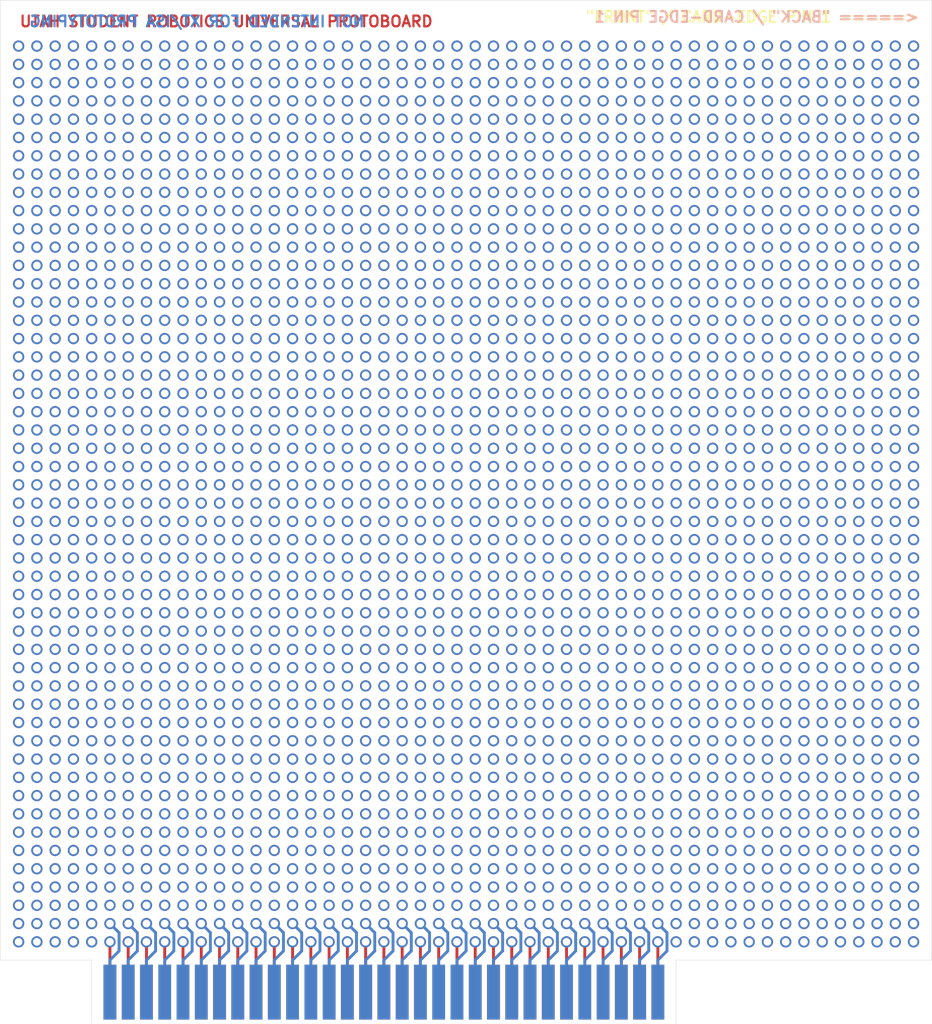
<source format=kicad_pcb>
(kicad_pcb (version 20241229) (generator "pcbnew") (generator_version "9.0")
  (title_block (title "USR Universal Prototyping Backplane") (date "2026-01-20") (rev "0") (company "Utah Student Robotics") (comment 1 "Designed by Vincent Banh"))
  (layers (0 "F.Cu" signal) (2 "B.Cu" signal) (13 "F.Paste" user) (15 "B.Paste" user) (5 "F.SilkS" user "F.Silkscreen") (7 "B.SilkS" user "B.Silkscreen") (1 "F.Mask" user) (3 "B.Mask" user) (25 "Edge.Cuts" user))
  (net 0 "")
  (footprint "" (layer "F.Cu") (at 55.88 109.22)
    (property "Reference" "")
    (property "Value" "")
  )
  (footprint "" (layer "F.Cu") (at 78.74 157.48)
    (property "Reference" "")
    (property "Value" "")
  )
  (footprint "" (layer "F.Cu") (at 53.34 147.32)
    (property "Reference" "")
    (property "Value" "")
  )
  (footprint "" (layer "F.Cu") (at 144.78 134.62)
    (property "Reference" "")
    (property "Value" "")
  )
  (footprint "" (layer "F.Cu") (at 73.66 55.88)
    (property "Reference" "")
    (property "Value" "")
  )
  (footprint "" (layer "F.Cu") (at 121.92 53.34)
    (property "Reference" "")
    (property "Value" "")
  )
  (footprint "" (layer "F.Cu") (at 78.74 137.16)
    (property "Reference" "")
    (property "Value" "")
  )
  (footprint "" (layer "F.Cu") (at 124.46 144.78)
    (property "Reference" "")
    (property "Value" "")
  )
  (footprint "" (layer "F.Cu") (at 71.12 119.38)
    (property "Reference" "")
    (property "Value" "")
  )
  (footprint "" (layer "F.Cu") (at 63.5 119.38)
    (property "Reference" "")
    (property "Value" "")
  )
  (footprint "" (layer "F.Cu") (at 149.86 114.3)
    (property "Reference" "")
    (property "Value" "")
  )
  (footprint "" (layer "F.Cu") (at 76.2 58.42)
    (property "Reference" "")
    (property "Value" "")
  )
  (footprint "" (layer "F.Cu") (at 86.36 116.84)
    (property "Reference" "")
    (property "Value" "")
  )
  (footprint "" (layer "F.Cu") (at 149.86 93.98)
    (property "Reference" "")
    (property "Value" "")
  )
  (footprint "" (layer "F.Cu") (at 142.24 129.54)
    (property "Reference" "")
    (property "Value" "")
  )
  (footprint "" (layer "F.Cu") (at 43.18 149.86)
    (property "Reference" "")
    (property "Value" "")
  )
  (footprint "" (layer "F.Cu") (at 116.84 127)
    (property "Reference" "")
    (property "Value" "")
  )
  (footprint "" (layer "F.Cu") (at 116.84 91.44)
    (property "Reference" "")
    (property "Value" "")
  )
  (footprint "" (layer "F.Cu") (at 76.2 127)
    (property "Reference" "")
    (property "Value" "")
  )
  (footprint "" (layer "F.Cu") (at 93.98 170.18)
    (property "Reference" "")
    (property "Value" "")
  )
  (footprint "" (layer "F.Cu") (at 83.82 48.26)
    (property "Reference" "")
    (property "Value" "")
  )
  (footprint "" (layer "F.Cu") (at 33.02 99.06)
    (property "Reference" "")
    (property "Value" "")
  )
  (footprint "" (layer "F.Cu") (at 76.2 144.78)
    (property "Reference" "")
    (property "Value" "")
  )
  (footprint "" (layer "F.Cu") (at 71.12 81.28)
    (property "Reference" "")
    (property "Value" "")
  )
  (footprint "" (layer "F.Cu") (at 93.98 114.3)
    (property "Reference" "")
    (property "Value" "")
  )
  (footprint "" (layer "F.Cu") (at 93.98 78.74)
    (property "Reference" "")
    (property "Value" "")
  )
  (footprint "" (layer "F.Cu") (at 25.4 170.18)
    (property "Reference" "")
    (property "Value" "")
  )
  (footprint "" (layer "F.Cu") (at 134.62 114.3)
    (property "Reference" "")
    (property "Value" "")
  )
  (footprint "" (layer "F.Cu") (at 33.02 83.82)
    (property "Reference" "")
    (property "Value" "")
  )
  (footprint "" (layer "F.Cu") (at 60.96 142.24)
    (property "Reference" "")
    (property "Value" "")
  )
  (footprint "" (layer "F.Cu") (at 48.26 139.7)
    (property "Reference" "")
    (property "Value" "")
  )
  (footprint "" (layer "F.Cu") (at 132.08 86.36)
    (property "Reference" "")
    (property "Value" "")
  )
  (footprint "" (layer "F.Cu") (at 147.32 137.16)
    (property "Reference" "")
    (property "Value" "")
  )
  (footprint "" (layer "F.Cu") (at 121.92 149.86)
    (property "Reference" "")
    (property "Value" "")
  )
  (footprint "" (layer "F.Cu") (at 104.14 121.92)
    (property "Reference" "")
    (property "Value" "")
  )
  (footprint "" (layer "F.Cu") (at 104.14 111.76)
    (property "Reference" "")
    (property "Value" "")
  )
  (footprint "" (layer "F.Cu") (at 134.62 81.28)
    (property "Reference" "")
    (property "Value" "")
  )
  (footprint "" (layer "F.Cu") (at 33.02 53.34)
    (property "Reference" "")
    (property "Value" "")
  )
  (footprint "" (layer "F.Cu") (at 104.14 152.4)
    (property "Reference" "")
    (property "Value" "")
  )
  (footprint "" (layer "F.Cu") (at 121.92 142.24)
    (property "Reference" "")
    (property "Value" "")
  )
  (footprint "" (layer "F.Cu") (at 111.76 154.94)
    (property "Reference" "")
    (property "Value" "")
  )
  (footprint "" (layer "F.Cu") (at 60.96 76.2)
    (property "Reference" "")
    (property "Value" "")
  )
  (footprint "" (layer "F.Cu") (at 149.86 96.52)
    (property "Reference" "")
    (property "Value" "")
  )
  (footprint "" (layer "F.Cu") (at 45.72 165.1)
    (property "Reference" "")
    (property "Value" "")
  )
  (footprint "" (layer "F.Cu") (at 142.24 114.3)
    (property "Reference" "")
    (property "Value" "")
  )
  (footprint "" (layer "F.Cu") (at 53.34 170.18)
    (property "Reference" "")
    (property "Value" "")
  )
  (footprint "" (layer "F.Cu") (at 66.04 121.92)
    (property "Reference" "")
    (property "Value" "")
  )
  (footprint "" (layer "F.Cu") (at 81.28 60.96)
    (property "Reference" "")
    (property "Value" "")
  )
  (footprint "" (layer "F.Cu") (at 45.72 132.08)
    (property "Reference" "")
    (property "Value" "")
  )
  (footprint "" (layer "F.Cu") (at 86.36 144.78)
    (property "Reference" "")
    (property "Value" "")
  )
  (footprint "" (layer "F.Cu") (at 40.64 68.58)
    (property "Reference" "")
    (property "Value" "")
  )
  (footprint "" (layer "F.Cu") (at 55.88 170.18)
    (property "Reference" "")
    (property "Value" "")
  )
  (footprint "" (layer "F.Cu") (at 38.1 55.88)
    (property "Reference" "")
    (property "Value" "")
  )
  (footprint "" (layer "F.Cu") (at 43.18 160.02)
    (property "Reference" "")
    (property "Value" "")
  )
  (footprint "" (layer "F.Cu") (at 50.8 157.48)
    (property "Reference" "")
    (property "Value" "")
  )
  (footprint "" (layer "F.Cu") (at 109.22 99.06)
    (property "Reference" "")
    (property "Value" "")
  )
  (footprint "" (layer "F.Cu") (at 99.06 132.08)
    (property "Reference" "")
    (property "Value" "")
  )
  (footprint "" (layer "F.Cu") (at 129.54 152.4)
    (property "Reference" "")
    (property "Value" "")
  )
  (footprint "" (layer "F.Cu") (at 63.5 157.48)
    (property "Reference" "")
    (property "Value" "")
  )
  (footprint "" (layer "F.Cu") (at 83.82 106.68)
    (property "Reference" "")
    (property "Value" "")
  )
  (footprint "" (layer "F.Cu") (at 48.26 66.04)
    (property "Reference" "")
    (property "Value" "")
  )
  (footprint "" (layer "F.Cu") (at 33.02 50.8)
    (property "Reference" "")
    (property "Value" "")
  )
  (footprint "" (layer "F.Cu") (at 43.18 91.44)
    (property "Reference" "")
    (property "Value" "")
  )
  (footprint "" (layer "F.Cu") (at 45.72 124.46)
    (property "Reference" "")
    (property "Value" "")
  )
  (footprint "" (layer "F.Cu") (at 147.32 83.82)
    (property "Reference" "")
    (property "Value" "")
  )
  (footprint "" (layer "F.Cu") (at 38.1 99.06)
    (property "Reference" "")
    (property "Value" "")
  )
  (footprint "" (layer "F.Cu") (at 96.52 83.82)
    (property "Reference" "")
    (property "Value" "")
  )
  (footprint "" (layer "F.Cu") (at 27.94 101.6)
    (property "Reference" "")
    (property "Value" "")
  )
  (footprint "" (layer "F.Cu") (at 58.42 154.94)
    (property "Reference" "")
    (property "Value" "")
  )
  (footprint "" (layer "F.Cu") (at 63.5 127)
    (property "Reference" "")
    (property "Value" "")
  )
  (footprint "" (layer "F.Cu") (at 88.9 114.3)
    (property "Reference" "")
    (property "Value" "")
  )
  (footprint "" (layer "F.Cu") (at 40.64 86.36)
    (property "Reference" "")
    (property "Value" "")
  )
  (footprint "" (layer "F.Cu") (at 50.8 119.38)
    (property "Reference" "")
    (property "Value" "")
  )
  (footprint "" (layer "F.Cu") (at 73.66 83.82)
    (property "Reference" "")
    (property "Value" "")
  )
  (footprint "" (layer "F.Cu") (at 121.92 48.26)
    (property "Reference" "")
    (property "Value" "")
  )
  (footprint "" (layer "F.Cu") (at 139.7 73.66)
    (property "Reference" "")
    (property "Value" "")
  )
  (footprint "" (layer "F.Cu") (at 58.42 86.36)
    (property "Reference" "")
    (property "Value" "")
  )
  (footprint "" (layer "F.Cu") (at 81.28 154.94)
    (property "Reference" "")
    (property "Value" "")
  )
  (footprint "" (layer "F.Cu") (at 116.84 48.26)
    (property "Reference" "")
    (property "Value" "")
  )
  (footprint "" (layer "F.Cu") (at 142.24 58.42)
    (property "Reference" "")
    (property "Value" "")
  )
  (footprint "" (layer "F.Cu") (at 119.38 109.22)
    (property "Reference" "")
    (property "Value" "")
  )
  (footprint "" (layer "F.Cu") (at 76.2 109.22)
    (property "Reference" "")
    (property "Value" "")
  )
  (footprint "" (layer "F.Cu") (at 93.98 91.44)
    (property "Reference" "")
    (property "Value" "")
  )
  (footprint "" (layer "F.Cu") (at 127 53.34)
    (property "Reference" "")
    (property "Value" "")
  )
  (footprint "" (layer "F.Cu") (at 71.12 142.24)
    (property "Reference" "")
    (property "Value" "")
  )
  (footprint "" (layer "F.Cu") (at 147.32 96.52)
    (property "Reference" "")
    (property "Value" "")
  )
  (footprint "" (layer "F.Cu") (at 134.62 147.32)
    (property "Reference" "")
    (property "Value" "")
  )
  (footprint "" (layer "F.Cu") (at 38.1 147.32)
    (property "Reference" "")
    (property "Value" "")
  )
  (footprint "" (layer "F.Cu") (at 33.02 134.62)
    (property "Reference" "")
    (property "Value" "")
  )
  (footprint "" (layer "F.Cu") (at 66.04 144.78)
    (property "Reference" "")
    (property "Value" "")
  )
  (footprint "" (layer "F.Cu") (at 58.42 134.62)
    (property "Reference" "")
    (property "Value" "")
  )
  (footprint "" (layer "F.Cu") (at 99.06 63.5)
    (property "Reference" "")
    (property "Value" "")
  )
  (footprint "" (layer "F.Cu") (at 27.94 55.88)
    (property "Reference" "")
    (property "Value" "")
  )
  (footprint "" (layer "F.Cu") (at 45.72 93.98)
    (property "Reference" "")
    (property "Value" "")
  )
  (footprint "" (layer "F.Cu") (at 147.32 144.78)
    (property "Reference" "")
    (property "Value" "")
  )
  (footprint "" (layer "F.Cu") (at 68.58 167.64)
    (property "Reference" "")
    (property "Value" "")
  )
  (footprint "" (layer "F.Cu") (at 134.62 149.86)
    (property "Reference" "")
    (property "Value" "")
  )
  (footprint "" (layer "F.Cu") (at 104.14 48.26)
    (property "Reference" "")
    (property "Value" "")
  )
  (footprint "" (layer "F.Cu") (at 91.44 137.16)
    (property "Reference" "")
    (property "Value" "")
  )
  (footprint "" (layer "F.Cu") (at 66.04 165.1)
    (property "Reference" "")
    (property "Value" "")
  )
  (footprint "" (layer "F.Cu") (at 142.24 170.18)
    (property "Reference" "")
    (property "Value" "")
  )
  (footprint "" (layer "F.Cu") (at 137.16 127)
    (property "Reference" "")
    (property "Value" "")
  )
  (footprint "" (layer "F.Cu") (at 66.04 48.26)
    (property "Reference" "")
    (property "Value" "")
  )
  (footprint "" (layer "F.Cu") (at 137.16 119.38)
    (property "Reference" "")
    (property "Value" "")
  )
  (footprint "" (layer "F.Cu") (at 73.66 167.64)
    (property "Reference" "")
    (property "Value" "")
  )
  (footprint "" (layer "F.Cu") (at 93.98 71.12)
    (property "Reference" "")
    (property "Value" "")
  )
  (footprint "" (layer "F.Cu") (at 76.2 50.8)
    (property "Reference" "")
    (property "Value" "")
  )
  (footprint "" (layer "F.Cu") (at 139.7 55.88)
    (property "Reference" "")
    (property "Value" "")
  )
  (footprint "" (layer "F.Cu") (at 63.5 68.58)
    (property "Reference" "")
    (property "Value" "")
  )
  (footprint "" (layer "F.Cu") (at 81.28 165.1)
    (property "Reference" "")
    (property "Value" "")
  )
  (footprint "" (layer "F.Cu") (at 83.82 139.7)
    (property "Reference" "")
    (property "Value" "")
  )
  (footprint "" (layer "F.Cu") (at 76.2 93.98)
    (property "Reference" "")
    (property "Value" "")
  )
  (footprint "" (layer "F.Cu") (at 119.38 78.74)
    (property "Reference" "")
    (property "Value" "")
  )
  (footprint "" (layer "F.Cu") (at 114.3 121.92)
    (property "Reference" "")
    (property "Value" "")
  )
  (footprint "" (layer "F.Cu") (at 33.02 116.84)
    (property "Reference" "")
    (property "Value" "")
  )
  (footprint "" (layer "F.Cu") (at 121.92 111.76)
    (property "Reference" "")
    (property "Value" "")
  )
  (footprint "" (layer "F.Cu") (at 104.14 78.74)
    (property "Reference" "")
    (property "Value" "")
  )
  (footprint "" (layer "F.Cu") (at 60.96 114.3)
    (property "Reference" "")
    (property "Value" "")
  )
  (footprint "" (layer "F.Cu") (at 50.8 160.02)
    (property "Reference" "")
    (property "Value" "")
  )
  (footprint "" (layer "F.Cu") (at 66.04 73.66)
    (property "Reference" "")
    (property "Value" "")
  )
  (footprint "" (layer "F.Cu") (at 68.58 71.12)
    (property "Reference" "")
    (property "Value" "")
  )
  (footprint "" (layer "F.Cu") (at 119.38 132.08)
    (property "Reference" "")
    (property "Value" "")
  )
  (footprint "" (layer "F.Cu") (at 30.48 78.74)
    (property "Reference" "")
    (property "Value" "")
  )
  (footprint "" (layer "F.Cu") (at 111.76 114.3)
    (property "Reference" "")
    (property "Value" "")
  )
  (footprint "" (layer "F.Cu") (at 144.78 50.8)
    (property "Reference" "")
    (property "Value" "")
  )
  (footprint "" (layer "F.Cu") (at 58.42 68.58)
    (property "Reference" "")
    (property "Value" "")
  )
  (footprint "" (layer "F.Cu") (at 66.04 109.22)
    (property "Reference" "")
    (property "Value" "")
  )
  (footprint "" (layer "F.Cu") (at 88.9 119.38)
    (property "Reference" "")
    (property "Value" "")
  )
  (footprint "" (layer "F.Cu") (at 83.82 91.44)
    (property "Reference" "")
    (property "Value" "")
  )
  (footprint "" (layer "F.Cu") (at 114.3 124.46)
    (property "Reference" "")
    (property "Value" "")
  )
  (footprint "" (layer "F.Cu") (at 35.56 83.82)
    (property "Reference" "")
    (property "Value" "")
  )
  (footprint "" (layer "F.Cu") (at 104.14 116.84)
    (property "Reference" "")
    (property "Value" "")
  )
  (footprint "" (layer "F.Cu") (at 68.58 132.08)
    (property "Reference" "")
    (property "Value" "")
  )
  (footprint "" (layer "F.Cu") (at 144.78 48.26)
    (property "Reference" "")
    (property "Value" "")
  )
  (footprint "" (layer "F.Cu") (at 30.48 53.34)
    (property "Reference" "")
    (property "Value" "")
  )
  (footprint "" (layer "F.Cu") (at 48.26 114.3)
    (property "Reference" "")
    (property "Value" "")
  )
  (footprint "" (layer "F.Cu") (at 33.02 45.72)
    (property "Reference" "")
    (property "Value" "")
  )
  (footprint "" (layer "F.Cu") (at 132.08 149.86)
    (property "Reference" "")
    (property "Value" "")
  )
  (footprint "" (layer "F.Cu") (at 144.78 170.18)
    (property "Reference" "")
    (property "Value" "")
  )
  (footprint "" (layer "F.Cu") (at 109.22 106.68)
    (property "Reference" "")
    (property "Value" "")
  )
  (footprint "" (layer "F.Cu") (at 86.36 149.86)
    (property "Reference" "")
    (property "Value" "")
  )
  (footprint "" (layer "F.Cu") (at 101.6 165.1)
    (property "Reference" "")
    (property "Value" "")
  )
  (footprint "" (layer "F.Cu") (at 132.08 114.3)
    (property "Reference" "")
    (property "Value" "")
  )
  (footprint "" (layer "F.Cu") (at 66.04 142.24)
    (property "Reference" "")
    (property "Value" "")
  )
  (footprint "" (layer "F.Cu") (at 114.3 88.9)
    (property "Reference" "")
    (property "Value" "")
  )
  (footprint "" (layer "F.Cu") (at 129.54 170.18)
    (property "Reference" "")
    (property "Value" "")
  )
  (footprint "" (layer "F.Cu") (at 68.58 66.04)
    (property "Reference" "")
    (property "Value" "")
  )
  (footprint "" (layer "F.Cu") (at 106.68 144.78)
    (property "Reference" "")
    (property "Value" "")
  )
  (footprint "" (layer "F.Cu") (at 35.56 165.1)
    (property "Reference" "")
    (property "Value" "")
  )
  (footprint "" (layer "F.Cu") (at 104.14 165.1)
    (property "Reference" "")
    (property "Value" "")
  )
  (footprint "" (layer "F.Cu") (at 30.48 119.38)
    (property "Reference" "")
    (property "Value" "")
  )
  (footprint "" (layer "F.Cu") (at 104.14 147.32)
    (property "Reference" "")
    (property "Value" "")
  )
  (footprint "" (layer "F.Cu") (at 83.82 157.48)
    (property "Reference" "")
    (property "Value" "")
  )
  (footprint "" (layer "F.Cu") (at 63.5 144.78)
    (property "Reference" "")
    (property "Value" "")
  )
  (footprint "" (layer "F.Cu") (at 114.3 170.18)
    (property "Reference" "")
    (property "Value" "")
  )
  (footprint "" (layer "F.Cu") (at 109.22 93.98)
    (property "Reference" "")
    (property "Value" "")
  )
  (footprint "" (layer "F.Cu") (at 137.16 137.16)
    (property "Reference" "")
    (property "Value" "")
  )
  (footprint "" (layer "F.Cu") (at 48.26 45.72)
    (property "Reference" "")
    (property "Value" "")
  )
  (footprint "" (layer "F.Cu") (at 40.64 48.26)
    (property "Reference" "")
    (property "Value" "")
  )
  (footprint "" (layer "F.Cu") (at 88.9 96.52)
    (property "Reference" "")
    (property "Value" "")
  )
  (footprint "" (layer "F.Cu") (at 106.68 58.42)
    (property "Reference" "")
    (property "Value" "")
  )
  (footprint "" (layer "F.Cu") (at 33.02 119.38)
    (property "Reference" "")
    (property "Value" "")
  )
  (footprint "" (layer "F.Cu") (at 30.48 137.16)
    (property "Reference" "")
    (property "Value" "")
  )
  (footprint "" (layer "F.Cu") (at 129.54 154.94)
    (property "Reference" "")
    (property "Value" "")
  )
  (footprint "" (layer "F.Cu") (at 86.36 91.44)
    (property "Reference" "")
    (property "Value" "")
  )
  (footprint "" (layer "F.Cu") (at 55.88 111.76)
    (property "Reference" "")
    (property "Value" "")
  )
  (footprint "" (layer "F.Cu") (at 147.32 162.56)
    (property "Reference" "")
    (property "Value" "")
  )
  (footprint "" (layer "F.Cu") (at 139.7 109.22)
    (property "Reference" "")
    (property "Value" "")
  )
  (footprint "" (layer "F.Cu") (at 86.36 152.4)
    (property "Reference" "")
    (property "Value" "")
  )
  (footprint "" (layer "F.Cu") (at 142.24 93.98)
    (property "Reference" "")
    (property "Value" "")
  )
  (footprint "" (layer "F.Cu") (at 104.14 66.04)
    (property "Reference" "")
    (property "Value" "")
  )
  (footprint "" (layer "F.Cu") (at 68.58 116.84)
    (property "Reference" "")
    (property "Value" "")
  )
  (footprint "" (layer "F.Cu") (at 86.36 134.62)
    (property "Reference" "")
    (property "Value" "")
  )
  (footprint "" (layer "F.Cu") (at 139.7 96.52)
    (property "Reference" "")
    (property "Value" "")
  )
  (footprint "" (layer "F.Cu") (at 147.32 116.84)
    (property "Reference" "")
    (property "Value" "")
  )
  (footprint "" (layer "F.Cu") (at 144.78 81.28)
    (property "Reference" "")
    (property "Value" "")
  )
  (footprint "" (layer "F.Cu") (at 99.06 66.04)
    (property "Reference" "")
    (property "Value" "")
  )
  (footprint "" (layer "F.Cu") (at 116.84 149.86)
    (property "Reference" "")
    (property "Value" "")
  )
  (footprint "" (layer "F.Cu") (at 58.42 50.8)
    (property "Reference" "")
    (property "Value" "")
  )
  (footprint "" (layer "F.Cu") (at 63.5 137.16)
    (property "Reference" "")
    (property "Value" "")
  )
  (footprint "" (layer "F.Cu") (at 109.22 139.7)
    (property "Reference" "")
    (property "Value" "")
  )
  (footprint "" (layer "F.Cu") (at 55.88 45.72)
    (property "Reference" "")
    (property "Value" "")
  )
  (footprint "" (layer "F.Cu") (at 116.84 83.82)
    (property "Reference" "")
    (property "Value" "")
  )
  (footprint "" (layer "F.Cu") (at 86.36 60.96)
    (property "Reference" "")
    (property "Value" "")
  )
  (footprint "" (layer "F.Cu") (at 134.62 48.26)
    (property "Reference" "")
    (property "Value" "")
  )
  (footprint "" (layer "F.Cu") (at 116.84 55.88)
    (property "Reference" "")
    (property "Value" "")
  )
  (footprint "" (layer "F.Cu") (at 147.32 50.8)
    (property "Reference" "")
    (property "Value" "")
  )
  (footprint "" (layer "F.Cu") (at 144.78 109.22)
    (property "Reference" "")
    (property "Value" "")
  )
  (footprint "" (layer "F.Cu") (at 127 154.94)
    (property "Reference" "")
    (property "Value" "")
  )
  (footprint "" (layer "F.Cu") (at 116.84 162.56)
    (property "Reference" "")
    (property "Value" "")
  )
  (footprint "" (layer "F.Cu") (at 27.94 81.28)
    (property "Reference" "")
    (property "Value" "")
  )
  (footprint "" (layer "F.Cu") (at 60.96 48.26)
    (property "Reference" "")
    (property "Value" "")
  )
  (footprint "" (layer "F.Cu") (at 132.08 81.28)
    (property "Reference" "")
    (property "Value" "")
  )
  (footprint "" (layer "F.Cu") (at 53.34 106.68)
    (property "Reference" "")
    (property "Value" "")
  )
  (footprint "" (layer "F.Cu") (at 101.6 71.12)
    (property "Reference" "")
    (property "Value" "")
  )
  (footprint "" (layer "F.Cu") (at 114.3 111.76)
    (property "Reference" "")
    (property "Value" "")
  )
  (footprint "" (layer "F.Cu") (at 68.58 147.32)
    (property "Reference" "")
    (property "Value" "")
  )
  (footprint "" (layer "F.Cu") (at 99.06 137.16)
    (property "Reference" "")
    (property "Value" "")
  )
  (footprint "" (layer "F.Cu") (at 78.74 129.54)
    (property "Reference" "")
    (property "Value" "")
  )
  (footprint "" (layer "F.Cu") (at 101.6 157.48)
    (property "Reference" "")
    (property "Value" "")
  )
  (footprint "" (layer "F.Cu") (at 53.34 142.24)
    (property "Reference" "")
    (property "Value" "")
  )
  (footprint "" (layer "F.Cu") (at 121.92 73.66)
    (property "Reference" "")
    (property "Value" "")
  )
  (footprint "" (layer "F.Cu") (at 68.58 170.18)
    (property "Reference" "")
    (property "Value" "")
  )
  (footprint "" (layer "F.Cu") (at 121.92 81.28)
    (property "Reference" "")
    (property "Value" "")
  )
  (footprint "" (layer "F.Cu") (at 48.26 116.84)
    (property "Reference" "")
    (property "Value" "")
  )
  (footprint "" (layer "F.Cu") (at 83.82 81.28)
    (property "Reference" "")
    (property "Value" "")
  )
  (footprint "" (layer "F.Cu") (at 50.8 170.18)
    (property "Reference" "")
    (property "Value" "")
  )
  (footprint "" (layer "F.Cu") (at 139.7 132.08)
    (property "Reference" "")
    (property "Value" "")
  )
  (footprint "" (layer "F.Cu") (at 50.8 152.4)
    (property "Reference" "")
    (property "Value" "")
  )
  (footprint "" (layer "F.Cu") (at 137.16 170.18)
    (property "Reference" "")
    (property "Value" "")
  )
  (footprint "" (layer "F.Cu") (at 119.38 66.04)
    (property "Reference" "")
    (property "Value" "")
  )
  (footprint "" (layer "F.Cu") (at 81.28 121.92)
    (property "Reference" "")
    (property "Value" "")
  )
  (footprint "" (layer "F.Cu") (at 116.84 104.14)
    (property "Reference" "")
    (property "Value" "")
  )
  (footprint "" (layer "F.Cu") (at 81.28 78.74)
    (property "Reference" "")
    (property "Value" "")
  )
  (footprint "" (layer "F.Cu") (at 50.8 106.68)
    (property "Reference" "")
    (property "Value" "")
  )
  (footprint "" (layer "F.Cu") (at 147.32 165.1)
    (property "Reference" "")
    (property "Value" "")
  )
  (footprint "" (layer "F.Cu") (at 55.88 149.86)
    (property "Reference" "")
    (property "Value" "")
  )
  (footprint "" (layer "F.Cu") (at 149.86 157.48)
    (property "Reference" "")
    (property "Value" "")
  )
  (footprint "" (layer "F.Cu") (at 149.86 66.04)
    (property "Reference" "")
    (property "Value" "")
  )
  (footprint "" (layer "F.Cu") (at 139.7 48.26)
    (property "Reference" "")
    (property "Value" "")
  )
  (footprint "" (layer "F.Cu") (at 99.06 139.7)
    (property "Reference" "")
    (property "Value" "")
  )
  (footprint "" (layer "F.Cu") (at 48.26 55.88)
    (property "Reference" "")
    (property "Value" "")
  )
  (footprint "" (layer "F.Cu") (at 144.78 124.46)
    (property "Reference" "")
    (property "Value" "")
  )
  (footprint "" (layer "F.Cu") (at 83.82 104.14)
    (property "Reference" "")
    (property "Value" "")
  )
  (footprint "" (layer "F.Cu") (at 25.4 101.6)
    (property "Reference" "")
    (property "Value" "")
  )
  (footprint "" (layer "F.Cu") (at 106.68 78.74)
    (property "Reference" "")
    (property "Value" "")
  )
  (footprint "" (layer "F.Cu") (at 45.72 73.66)
    (property "Reference" "")
    (property "Value" "")
  )
  (footprint "" (layer "F.Cu") (at 106.68 157.48)
    (property "Reference" "")
    (property "Value" "")
  )
  (footprint "" (layer "F.Cu") (at 101.6 111.76)
    (property "Reference" "")
    (property "Value" "")
  )
  (footprint "" (layer "F.Cu") (at 114.3 71.12)
    (property "Reference" "")
    (property "Value" "")
  )
  (footprint "" (layer "F.Cu") (at 68.58 129.54)
    (property "Reference" "")
    (property "Value" "")
  )
  (footprint "" (layer "F.Cu") (at 109.22 81.28)
    (property "Reference" "")
    (property "Value" "")
  )
  (footprint "" (layer "F.Cu") (at 119.38 119.38)
    (property "Reference" "")
    (property "Value" "")
  )
  (footprint "" (layer "F.Cu") (at 76.2 60.96)
    (property "Reference" "")
    (property "Value" "")
  )
  (footprint "" (layer "F.Cu") (at 111.76 91.44)
    (property "Reference" "")
    (property "Value" "")
  )
  (footprint "" (layer "F.Cu") (at 38.1 109.22)
    (property "Reference" "")
    (property "Value" "")
  )
  (footprint "" (layer "F.Cu") (at 129.54 73.66)
    (property "Reference" "")
    (property "Value" "")
  )
  (footprint "" (layer "F.Cu") (at 99.06 152.4)
    (property "Reference" "")
    (property "Value" "")
  )
  (footprint "" (layer "F.Cu") (at 109.22 88.9)
    (property "Reference" "")
    (property "Value" "")
  )
  (footprint "" (layer "F.Cu") (at 33.02 104.14)
    (property "Reference" "")
    (property "Value" "")
  )
  (footprint "" (layer "F.Cu") (at 53.34 73.66)
    (property "Reference" "")
    (property "Value" "")
  )
  (footprint "" (layer "F.Cu") (at 111.76 119.38)
    (property "Reference" "")
    (property "Value" "")
  )
  (footprint "" (layer "F.Cu") (at 104.14 93.98)
    (property "Reference" "")
    (property "Value" "")
  )
  (footprint "" (layer "F.Cu") (at 96.52 93.98)
    (property "Reference" "")
    (property "Value" "")
  )
  (footprint "" (layer "F.Cu") (at 91.44 132.08)
    (property "Reference" "")
    (property "Value" "")
  )
  (footprint "" (layer "F.Cu") (at 30.48 129.54)
    (property "Reference" "")
    (property "Value" "")
  )
  (footprint "" (layer "F.Cu") (at 119.38 149.86)
    (property "Reference" "")
    (property "Value" "")
  )
  (footprint "" (layer "F.Cu") (at 55.88 127)
    (property "Reference" "")
    (property "Value" "")
  )
  (footprint "" (layer "F.Cu") (at 63.5 101.6)
    (property "Reference" "")
    (property "Value" "")
  )
  (footprint "" (layer "F.Cu") (at 147.32 157.48)
    (property "Reference" "")
    (property "Value" "")
  )
  (footprint "" (layer "F.Cu") (at 60.96 127)
    (property "Reference" "")
    (property "Value" "")
  )
  (footprint "" (layer "F.Cu") (at 104.14 76.2)
    (property "Reference" "")
    (property "Value" "")
  )
  (footprint "" (layer "F.Cu") (at 129.54 144.78)
    (property "Reference" "")
    (property "Value" "")
  )
  (footprint "" (layer "F.Cu") (at 50.8 127)
    (property "Reference" "")
    (property "Value" "")
  )
  (footprint "" (layer "F.Cu") (at 38.1 91.44)
    (property "Reference" "")
    (property "Value" "")
  )
  (footprint "" (layer "F.Cu") (at 55.88 71.12)
    (property "Reference" "")
    (property "Value" "")
  )
  (footprint "" (layer "F.Cu") (at 116.84 124.46)
    (property "Reference" "")
    (property "Value" "")
  )
  (footprint "" (layer "F.Cu") (at 147.32 149.86)
    (property "Reference" "")
    (property "Value" "")
  )
  (footprint "" (layer "F.Cu") (at 104.14 68.58)
    (property "Reference" "")
    (property "Value" "")
  )
  (footprint "" (layer "F.Cu") (at 147.32 127)
    (property "Reference" "")
    (property "Value" "")
  )
  (footprint "" (layer "F.Cu") (at 149.86 137.16)
    (property "Reference" "")
    (property "Value" "")
  )
  (footprint "" (layer "F.Cu") (at 132.08 88.9)
    (property "Reference" "")
    (property "Value" "")
  )
  (footprint "" (layer "F.Cu") (at 134.62 162.56)
    (property "Reference" "")
    (property "Value" "")
  )
  (footprint "" (layer "F.Cu") (at 60.96 71.12)
    (property "Reference" "")
    (property "Value" "")
  )
  (footprint "" (layer "F.Cu") (at 104.14 144.78)
    (property "Reference" "")
    (property "Value" "")
  )
  (footprint "" (layer "F.Cu") (at 99.06 93.98)
    (property "Reference" "")
    (property "Value" "")
  )
  (footprint "" (layer "F.Cu") (at 149.86 121.92)
    (property "Reference" "")
    (property "Value" "")
  )
  (footprint "" (layer "F.Cu") (at 68.58 165.1)
    (property "Reference" "")
    (property "Value" "")
  )
  (footprint "" (layer "F.Cu") (at 132.08 124.46)
    (property "Reference" "")
    (property "Value" "")
  )
  (footprint "" (layer "F.Cu") (at 55.88 58.42)
    (property "Reference" "")
    (property "Value" "")
  )
  (footprint "" (layer "F.Cu") (at 88.9 71.12)
    (property "Reference" "")
    (property "Value" "")
  )
  (footprint "" (layer "F.Cu") (at 149.86 124.46)
    (property "Reference" "")
    (property "Value" "")
  )
  (footprint "" (layer "F.Cu") (at 106.68 81.28)
    (property "Reference" "")
    (property "Value" "")
  )
  (footprint "" (layer "F.Cu") (at 60.96 119.38)
    (property "Reference" "")
    (property "Value" "")
  )
  (footprint "" (layer "F.Cu") (at 111.76 124.46)
    (property "Reference" "")
    (property "Value" "")
  )
  (footprint "" (layer "F.Cu") (at 71.12 124.46)
    (property "Reference" "")
    (property "Value" "")
  )
  (footprint "" (layer "F.Cu") (at 114.3 60.96)
    (property "Reference" "")
    (property "Value" "")
  )
  (footprint "" (layer "F.Cu") (at 129.54 147.32)
    (property "Reference" "")
    (property "Value" "")
  )
  (footprint "" (layer "F.Cu") (at 50.8 45.72)
    (property "Reference" "")
    (property "Value" "")
  )
  (footprint "" (layer "F.Cu") (at 63.5 96.52)
    (property "Reference" "")
    (property "Value" "")
  )
  (footprint "" (layer "F.Cu") (at 40.64 99.06)
    (property "Reference" "")
    (property "Value" "")
  )
  (footprint "" (layer "F.Cu") (at 93.98 66.04)
    (property "Reference" "")
    (property "Value" "")
  )
  (footprint "" (layer "F.Cu") (at 134.62 139.7)
    (property "Reference" "")
    (property "Value" "")
  )
  (footprint "" (layer "F.Cu") (at 114.3 109.22)
    (property "Reference" "")
    (property "Value" "")
  )
  (footprint "" (layer "F.Cu") (at 127 60.96)
    (property "Reference" "")
    (property "Value" "")
  )
  (footprint "" (layer "F.Cu") (at 33.02 109.22)
    (property "Reference" "")
    (property "Value" "")
  )
  (footprint "" (layer "F.Cu") (at 55.88 124.46)
    (property "Reference" "")
    (property "Value" "")
  )
  (footprint "" (layer "F.Cu") (at 116.84 119.38)
    (property "Reference" "")
    (property "Value" "")
  )
  (footprint "" (layer "F.Cu") (at 109.22 127)
    (property "Reference" "")
    (property "Value" "")
  )
  (footprint "" (layer "F.Cu") (at 124.46 149.86)
    (property "Reference" "")
    (property "Value" "")
  )
  (footprint "" (layer "F.Cu") (at 30.48 71.12)
    (property "Reference" "")
    (property "Value" "")
  )
  (footprint "" (layer "F.Cu") (at 48.26 111.76)
    (property "Reference" "")
    (property "Value" "")
  )
  (footprint "" (layer "F.Cu") (at 63.5 106.68)
    (property "Reference" "")
    (property "Value" "")
  )
  (footprint "" (layer "F.Cu") (at 109.22 165.1)
    (property "Reference" "")
    (property "Value" "")
  )
  (footprint "" (layer "F.Cu") (at 71.12 152.4)
    (property "Reference" "")
    (property "Value" "")
  )
  (footprint "" (layer "F.Cu") (at 25.4 66.04)
    (property "Reference" "")
    (property "Value" "")
  )
  (footprint "" (layer "F.Cu") (at 96.52 160.02)
    (property "Reference" "")
    (property "Value" "")
  )
  (footprint "" (layer "F.Cu") (at 116.84 76.2)
    (property "Reference" "")
    (property "Value" "")
  )
  (footprint "" (layer "F.Cu") (at 134.62 111.76)
    (property "Reference" "")
    (property "Value" "")
  )
  (footprint "" (layer "F.Cu") (at 73.66 152.4)
    (property "Reference" "")
    (property "Value" "")
  )
  (footprint "" (layer "F.Cu") (at 144.78 132.08)
    (property "Reference" "")
    (property "Value" "")
  )
  (footprint "" (layer "F.Cu") (at 38.1 63.5)
    (property "Reference" "")
    (property "Value" "")
  )
  (footprint "" (layer "F.Cu") (at 83.82 58.42)
    (property "Reference" "")
    (property "Value" "")
  )
  (footprint "" (layer "F.Cu") (at 30.48 134.62)
    (property "Reference" "")
    (property "Value" "")
  )
  (footprint "" (layer "F.Cu") (at 96.52 68.58)
    (property "Reference" "")
    (property "Value" "")
  )
  (footprint "" (layer "F.Cu") (at 111.76 83.82)
    (property "Reference" "")
    (property "Value" "")
  )
  (footprint "" (layer "F.Cu") (at 81.28 142.24)
    (property "Reference" "")
    (property "Value" "")
  )
  (footprint "" (layer "F.Cu") (at 81.28 137.16)
    (property "Reference" "")
    (property "Value" "")
  )
  (footprint "" (layer "F.Cu") (at 45.72 60.96)
    (property "Reference" "")
    (property "Value" "")
  )
  (footprint "" (layer "F.Cu") (at 86.36 50.8)
    (property "Reference" "")
    (property "Value" "")
  )
  (footprint "" (layer "F.Cu") (at 76.2 129.54)
    (property "Reference" "")
    (property "Value" "")
  )
  (footprint "" (layer "F.Cu") (at 99.06 48.26)
    (property "Reference" "")
    (property "Value" "")
  )
  (footprint "" (layer "F.Cu") (at 83.82 114.3)
    (property "Reference" "")
    (property "Value" "")
  )
  (footprint "" (layer "F.Cu") (at 25.4 63.5)
    (property "Reference" "")
    (property "Value" "")
  )
  (footprint "" (layer "F.Cu") (at 139.7 104.14)
    (property "Reference" "")
    (property "Value" "")
  )
  (footprint "" (layer "F.Cu") (at 55.88 162.56)
    (property "Reference" "")
    (property "Value" "")
  )
  (footprint "" (layer "F.Cu") (at 132.08 142.24)
    (property "Reference" "")
    (property "Value" "")
  )
  (footprint "" (layer "F.Cu") (at 40.64 160.02)
    (property "Reference" "")
    (property "Value" "")
  )
  (footprint "" (layer "F.Cu") (at 38.1 154.94)
    (property "Reference" "")
    (property "Value" "")
  )
  (footprint "" (layer "F.Cu") (at 76.2 99.06)
    (property "Reference" "")
    (property "Value" "")
  )
  (footprint "" (layer "F.Cu") (at 99.06 78.74)
    (property "Reference" "")
    (property "Value" "")
  )
  (footprint "" (layer "F.Cu") (at 93.98 50.8)
    (property "Reference" "")
    (property "Value" "")
  )
  (footprint "" (layer "F.Cu") (at 86.36 114.3)
    (property "Reference" "")
    (property "Value" "")
  )
  (footprint "" (layer "F.Cu") (at 127 68.58)
    (property "Reference" "")
    (property "Value" "")
  )
  (footprint "" (layer "F.Cu") (at 142.24 137.16)
    (property "Reference" "")
    (property "Value" "")
  )
  (footprint "" (layer "F.Cu") (at 99.06 83.82)
    (property "Reference" "")
    (property "Value" "")
  )
  (footprint "" (layer "F.Cu") (at 96.52 139.7)
    (property "Reference" "")
    (property "Value" "")
  )
  (footprint "" (layer "F.Cu") (at 50.8 142.24)
    (property "Reference" "")
    (property "Value" "")
  )
  (footprint "" (layer "F.Cu") (at 119.38 93.98)
    (property "Reference" "")
    (property "Value" "")
  )
  (footprint "" (layer "F.Cu") (at 78.74 66.04)
    (property "Reference" "")
    (property "Value" "")
  )
  (footprint "" (layer "F.Cu") (at 71.12 88.9)
    (property "Reference" "")
    (property "Value" "")
  )
  (footprint "" (layer "F.Cu") (at 127 149.86)
    (property "Reference" "")
    (property "Value" "")
  )
  (footprint "" (layer "F.Cu") (at 91.44 68.58)
    (property "Reference" "")
    (property "Value" "")
  )
  (footprint "" (layer "F.Cu") (at 50.8 76.2)
    (property "Reference" "")
    (property "Value" "")
  )
  (footprint "" (layer "F.Cu") (at 25.4 48.26)
    (property "Reference" "")
    (property "Value" "")
  )
  (footprint "" (layer "F.Cu") (at 124.46 157.48)
    (property "Reference" "")
    (property "Value" "")
  )
  (footprint "" (layer "F.Cu") (at 149.86 63.5)
    (property "Reference" "")
    (property "Value" "")
  )
  (footprint "" (layer "F.Cu") (at 99.06 99.06)
    (property "Reference" "")
    (property "Value" "")
  )
  (footprint "" (layer "F.Cu") (at 66.04 129.54)
    (property "Reference" "")
    (property "Value" "")
  )
  (footprint "" (layer "F.Cu") (at 27.94 99.06)
    (property "Reference" "")
    (property "Value" "")
  )
  (footprint "" (layer "F.Cu") (at 149.86 152.4)
    (property "Reference" "")
    (property "Value" "")
  )
  (footprint "" (layer "F.Cu") (at 124.46 139.7)
    (property "Reference" "")
    (property "Value" "")
  )
  (footprint "" (layer "F.Cu") (at 76.2 147.32)
    (property "Reference" "")
    (property "Value" "")
  )
  (footprint "" (layer "F.Cu") (at 129.54 81.28)
    (property "Reference" "")
    (property "Value" "")
  )
  (footprint "" (layer "F.Cu") (at 78.74 78.74)
    (property "Reference" "")
    (property "Value" "")
  )
  (footprint "" (layer "F.Cu") (at 109.22 60.96)
    (property "Reference" "")
    (property "Value" "")
  )
  (footprint "" (layer "F.Cu") (at 96.52 119.38)
    (property "Reference" "")
    (property "Value" "")
  )
  (footprint "" (layer "F.Cu") (at 121.92 116.84)
    (property "Reference" "")
    (property "Value" "")
  )
  (footprint "" (layer "F.Cu") (at 147.32 45.72)
    (property "Reference" "")
    (property "Value" "")
  )
  (footprint "" (layer "F.Cu") (at 40.64 170.18)
    (property "Reference" "")
    (property "Value" "")
  )
  (footprint "" (layer "F.Cu") (at 40.64 76.2)
    (property "Reference" "")
    (property "Value" "")
  )
  (footprint "" (layer "F.Cu") (at 101.6 78.74)
    (property "Reference" "")
    (property "Value" "")
  )
  (footprint "" (layer "F.Cu") (at 99.06 68.58)
    (property "Reference" "")
    (property "Value" "")
  )
  (footprint "" (layer "F.Cu") (at 147.32 58.42)
    (property "Reference" "")
    (property "Value" "")
  )
  (footprint "" (layer "F.Cu") (at 147.32 99.06)
    (property "Reference" "")
    (property "Value" "")
  )
  (footprint "" (layer "F.Cu") (at 111.76 86.36)
    (property "Reference" "")
    (property "Value" "")
  )
  (footprint "" (layer "F.Cu") (at 121.92 66.04)
    (property "Reference" "")
    (property "Value" "")
  )
  (footprint "" (layer "F.Cu") (at 137.16 154.94)
    (property "Reference" "")
    (property "Value" "")
  )
  (footprint "" (layer "F.Cu") (at 35.56 63.5)
    (property "Reference" "")
    (property "Value" "")
  )
  (footprint "" (layer "F.Cu") (at 127 91.44)
    (property "Reference" "")
    (property "Value" "")
  )
  (footprint "" (layer "F.Cu") (at 124.46 99.06)
    (property "Reference" "")
    (property "Value" "")
  )
  (footprint "" (layer "F.Cu") (at 73.66 106.68)
    (property "Reference" "")
    (property "Value" "")
  )
  (footprint "" (layer "F.Cu") (at 96.52 48.26)
    (property "Reference" "")
    (property "Value" "")
  )
  (footprint "" (layer "F.Cu") (at 114.3 162.56)
    (property "Reference" "")
    (property "Value" "")
  )
  (footprint "" (layer "F.Cu") (at 83.82 96.52)
    (property "Reference" "")
    (property "Value" "")
  )
  (footprint "" (layer "F.Cu") (at 111.76 152.4)
    (property "Reference" "")
    (property "Value" "")
  )
  (footprint "" (layer "F.Cu") (at 86.36 129.54)
    (property "Reference" "")
    (property "Value" "")
  )
  (footprint "" (layer "F.Cu") (at 76.2 160.02)
    (property "Reference" "")
    (property "Value" "")
  )
  (footprint "" (layer "F.Cu") (at 111.76 116.84)
    (property "Reference" "")
    (property "Value" "")
  )
  (footprint "" (layer "F.Cu") (at 30.48 81.28)
    (property "Reference" "")
    (property "Value" "")
  )
  (footprint "" (layer "F.Cu") (at 119.38 157.48)
    (property "Reference" "")
    (property "Value" "")
  )
  (footprint "" (layer "F.Cu") (at 40.64 96.52)
    (property "Reference" "")
    (property "Value" "")
  )
  (footprint "" (layer "F.Cu") (at 55.88 78.74)
    (property "Reference" "")
    (property "Value" "")
  )
  (footprint "" (layer "F.Cu") (at 93.98 96.52)
    (property "Reference" "")
    (property "Value" "")
  )
  (footprint "" (layer "F.Cu") (at 81.28 152.4)
    (property "Reference" "")
    (property "Value" "")
  )
  (footprint "" (layer "F.Cu") (at 38.1 50.8)
    (property "Reference" "")
    (property "Value" "")
  )
  (footprint "" (layer "F.Cu") (at 48.26 170.18)
    (property "Reference" "")
    (property "Value" "")
  )
  (footprint "" (layer "F.Cu") (at 66.04 104.14)
    (property "Reference" "")
    (property "Value" "")
  )
  (footprint "" (layer "F.Cu") (at 83.82 76.2)
    (property "Reference" "")
    (property "Value" "")
  )
  (footprint "" (layer "F.Cu") (at 66.04 83.82)
    (property "Reference" "")
    (property "Value" "")
  )
  (footprint "" (layer "F.Cu") (at 96.52 91.44)
    (property "Reference" "")
    (property "Value" "")
  )
  (footprint "" (layer "F.Cu") (at 99.06 129.54)
    (property "Reference" "")
    (property "Value" "")
  )
  (footprint "" (layer "F.Cu") (at 58.42 53.34)
    (property "Reference" "")
    (property "Value" "")
  )
  (footprint "" (layer "F.Cu") (at 55.88 63.5)
    (property "Reference" "")
    (property "Value" "")
  )
  (footprint "" (layer "F.Cu") (at 93.98 154.94)
    (property "Reference" "")
    (property "Value" "")
  )
  (footprint "" (layer "F.Cu") (at 63.5 55.88)
    (property "Reference" "")
    (property "Value" "")
  )
  (footprint "" (layer "F.Cu") (at 53.34 83.82)
    (property "Reference" "")
    (property "Value" "")
  )
  (footprint "" (layer "F.Cu") (at 99.06 88.9)
    (property "Reference" "")
    (property "Value" "")
  )
  (footprint "" (layer "F.Cu") (at 104.14 137.16)
    (property "Reference" "")
    (property "Value" "")
  )
  (footprint "" (layer "F.Cu") (at 147.32 160.02)
    (property "Reference" "")
    (property "Value" "")
  )
  (footprint "" (layer "F.Cu") (at 114.3 99.06)
    (property "Reference" "")
    (property "Value" "")
  )
  (footprint "" (layer "F.Cu") (at 111.76 162.56)
    (property "Reference" "")
    (property "Value" "")
  )
  (footprint "" (layer "F.Cu") (at 121.92 104.14)
    (property "Reference" "")
    (property "Value" "")
  )
  (footprint "" (layer "F.Cu") (at 30.48 142.24)
    (property "Reference" "")
    (property "Value" "")
  )
  (footprint "" (layer "F.Cu") (at 124.46 170.18)
    (property "Reference" "")
    (property "Value" "")
  )
  (footprint "" (layer "F.Cu") (at 101.6 119.38)
    (property "Reference" "")
    (property "Value" "")
  )
  (footprint "" (layer "F.Cu") (at 109.22 134.62)
    (property "Reference" "")
    (property "Value" "")
  )
  (footprint "" (layer "F.Cu") (at 71.12 109.22)
    (property "Reference" "")
    (property "Value" "")
  )
  (footprint "" (layer "F.Cu") (at 127 50.8)
    (property "Reference" "")
    (property "Value" "")
  )
  (footprint "" (layer "F.Cu") (at 78.74 48.26)
    (property "Reference" "")
    (property "Value" "")
  )
  (footprint "" (layer "F.Cu") (at 86.36 142.24)
    (property "Reference" "")
    (property "Value" "")
  )
  (footprint "" (layer "F.Cu") (at 81.28 144.78)
    (property "Reference" "")
    (property "Value" "")
  )
  (footprint "" (layer "F.Cu") (at 81.28 106.68)
    (property "Reference" "")
    (property "Value" "")
  )
  (footprint "" (layer "F.Cu") (at 83.82 109.22)
    (property "Reference" "")
    (property "Value" "")
  )
  (footprint "" (layer "F.Cu") (at 27.94 111.76)
    (property "Reference" "")
    (property "Value" "")
  )
  (footprint "" (layer "F.Cu") (at 106.68 162.56)
    (property "Reference" "")
    (property "Value" "")
  )
  (footprint "" (layer "F.Cu") (at 63.5 152.4)
    (property "Reference" "")
    (property "Value" "")
  )
  (footprint "" (layer "F.Cu") (at 43.18 48.26)
    (property "Reference" "")
    (property "Value" "")
  )
  (footprint "" (layer "F.Cu") (at 53.34 104.14)
    (property "Reference" "")
    (property "Value" "")
  )
  (footprint "" (layer "F.Cu") (at 137.16 124.46)
    (property "Reference" "")
    (property "Value" "")
  )
  (footprint "" (layer "F.Cu") (at 109.22 167.64)
    (property "Reference" "")
    (property "Value" "")
  )
  (footprint "" (layer "F.Cu") (at 147.32 129.54)
    (property "Reference" "")
    (property "Value" "")
  )
  (footprint "" (layer "F.Cu") (at 101.6 76.2)
    (property "Reference" "")
    (property "Value" "")
  )
  (footprint "" (layer "F.Cu") (at 137.16 132.08)
    (property "Reference" "")
    (property "Value" "")
  )
  (footprint "" (layer "F.Cu") (at 93.98 127)
    (property "Reference" "")
    (property "Value" "")
  )
  (footprint "" (layer "F.Cu") (at 134.62 45.72)
    (property "Reference" "")
    (property "Value" "")
  )
  (footprint "" (layer "F.Cu") (at 68.58 91.44)
    (property "Reference" "")
    (property "Value" "")
  )
  (footprint "" (layer "F.Cu") (at 96.52 76.2)
    (property "Reference" "")
    (property "Value" "")
  )
  (footprint "" (layer "F.Cu") (at 124.46 78.74)
    (property "Reference" "")
    (property "Value" "")
  )
  (footprint "" (layer "F.Cu") (at 25.4 109.22)
    (property "Reference" "")
    (property "Value" "")
  )
  (footprint "" (layer "F.Cu") (at 27.94 86.36)
    (property "Reference" "")
    (property "Value" "")
  )
  (footprint "" (layer "F.Cu") (at 58.42 132.08)
    (property "Reference" "")
    (property "Value" "")
  )
  (footprint "" (layer "F.Cu") (at 142.24 147.32)
    (property "Reference" "")
    (property "Value" "")
  )
  (footprint "" (layer "F.Cu") (at 73.66 91.44)
    (property "Reference" "")
    (property "Value" "")
  )
  (footprint "" (layer "F.Cu") (at 86.36 157.48)
    (property "Reference" "")
    (property "Value" "")
  )
  (footprint "" (layer "F.Cu") (at 96.52 142.24)
    (property "Reference" "")
    (property "Value" "")
  )
  (footprint "" (layer "F.Cu") (at 66.04 63.5)
    (property "Reference" "")
    (property "Value" "")
  )
  (footprint "" (layer "F.Cu") (at 73.66 101.6)
    (property "Reference" "")
    (property "Value" "")
  )
  (footprint "" (layer "F.Cu") (at 137.16 134.62)
    (property "Reference" "")
    (property "Value" "")
  )
  (footprint "" (layer "F.Cu") (at 132.08 106.68)
    (property "Reference" "")
    (property "Value" "")
  )
  (footprint "" (layer "F.Cu") (at 137.16 104.14)
    (property "Reference" "")
    (property "Value" "")
  )
  (footprint "" (layer "F.Cu") (at 60.96 111.76)
    (property "Reference" "")
    (property "Value" "")
  )
  (footprint "" (layer "F.Cu") (at 71.12 114.3)
    (property "Reference" "")
    (property "Value" "")
  )
  (footprint "" (layer "F.Cu") (at 55.88 60.96)
    (property "Reference" "")
    (property "Value" "")
  )
  (footprint "" (layer "F.Cu") (at 58.42 157.48)
    (property "Reference" "")
    (property "Value" "")
  )
  (footprint "" (layer "F.Cu") (at 86.36 104.14)
    (property "Reference" "")
    (property "Value" "")
  )
  (footprint "" (layer "F.Cu") (at 129.54 119.38)
    (property "Reference" "")
    (property "Value" "")
  )
  (footprint "" (layer "F.Cu") (at 68.58 76.2)
    (property "Reference" "")
    (property "Value" "")
  )
  (footprint "" (layer "F.Cu") (at 144.78 101.6)
    (property "Reference" "")
    (property "Value" "")
  )
  (footprint "" (layer "F.Cu") (at 43.18 101.6)
    (property "Reference" "")
    (property "Value" "")
  )
  (footprint "" (layer "F.Cu") (at 137.16 99.06)
    (property "Reference" "")
    (property "Value" "")
  )
  (footprint "" (layer "F.Cu") (at 134.62 66.04)
    (property "Reference" "")
    (property "Value" "")
  )
  (footprint "" (layer "F.Cu") (at 50.8 71.12)
    (property "Reference" "")
    (property "Value" "")
  )
  (footprint "" (layer "F.Cu") (at 71.12 63.5)
    (property "Reference" "")
    (property "Value" "")
  )
  (footprint "" (layer "F.Cu") (at 71.12 170.18)
    (property "Reference" "")
    (property "Value" "")
  )
  (footprint "" (layer "F.Cu") (at 88.9 132.08)
    (property "Reference" "")
    (property "Value" "")
  )
  (footprint "" (layer "F.Cu") (at 27.94 142.24)
    (property "Reference" "")
    (property "Value" "")
  )
  (footprint "" (layer "F.Cu") (at 35.56 71.12)
    (property "Reference" "")
    (property "Value" "")
  )
  (footprint "" (layer "F.Cu") (at 139.7 157.48)
    (property "Reference" "")
    (property "Value" "")
  )
  (footprint "" (layer "F.Cu") (at 71.12 68.58)
    (property "Reference" "")
    (property "Value" "")
  )
  (footprint "" (layer "F.Cu") (at 96.52 124.46)
    (property "Reference" "")
    (property "Value" "")
  )
  (footprint "" (layer "F.Cu") (at 124.46 96.52)
    (property "Reference" "")
    (property "Value" "")
  )
  (footprint "" (layer "F.Cu") (at 119.38 154.94)
    (property "Reference" "")
    (property "Value" "")
  )
  (footprint "" (layer "F.Cu") (at 88.9 83.82)
    (property "Reference" "")
    (property "Value" "")
  )
  (footprint "" (layer "F.Cu") (at 147.32 124.46)
    (property "Reference" "")
    (property "Value" "")
  )
  (footprint "" (layer "F.Cu") (at 101.6 170.18)
    (property "Reference" "")
    (property "Value" "")
  )
  (footprint "" (layer "F.Cu") (at 86.36 132.08)
    (property "Reference" "")
    (property "Value" "")
  )
  (footprint "" (layer "F.Cu") (at 91.44 71.12)
    (property "Reference" "")
    (property "Value" "")
  )
  (footprint "" (layer "F.Cu") (at 63.5 58.42)
    (property "Reference" "")
    (property "Value" "")
  )
  (footprint "" (layer "F.Cu") (at 91.44 88.9)
    (property "Reference" "")
    (property "Value" "")
  )
  (footprint "" (layer "F.Cu") (at 96.52 152.4)
    (property "Reference" "")
    (property "Value" "")
  )
  (footprint "" (layer "F.Cu") (at 91.44 152.4)
    (property "Reference" "")
    (property "Value" "")
  )
  (footprint "" (layer "F.Cu") (at 68.58 134.62)
    (property "Reference" "")
    (property "Value" "")
  )
  (footprint "" (layer "F.Cu") (at 134.62 129.54)
    (property "Reference" "")
    (property "Value" "")
  )
  (footprint "" (layer "F.Cu") (at 66.04 91.44)
    (property "Reference" "")
    (property "Value" "")
  )
  (footprint "" (layer "F.Cu") (at 147.32 109.22)
    (property "Reference" "")
    (property "Value" "")
  )
  (footprint "" (layer "F.Cu") (at 83.82 111.76)
    (property "Reference" "")
    (property "Value" "")
  )
  (footprint "" (layer "F.Cu") (at 93.98 73.66)
    (property "Reference" "")
    (property "Value" "")
  )
  (footprint "" (layer "F.Cu") (at 63.5 76.2)
    (property "Reference" "")
    (property "Value" "")
  )
  (footprint "" (layer "F.Cu") (at 137.16 114.3)
    (property "Reference" "")
    (property "Value" "")
  )
  (footprint "" (layer "F.Cu") (at 119.38 53.34)
    (property "Reference" "")
    (property "Value" "")
  )
  (footprint "" (layer "F.Cu") (at 119.38 48.26)
    (property "Reference" "")
    (property "Value" "")
  )
  (footprint "" (layer "F.Cu") (at 48.26 86.36)
    (property "Reference" "")
    (property "Value" "")
  )
  (footprint "" (layer "F.Cu") (at 43.18 58.42)
    (property "Reference" "")
    (property "Value" "")
  )
  (footprint "" (layer "F.Cu") (at 91.44 114.3)
    (property "Reference" "")
    (property "Value" "")
  )
  (footprint "" (layer "F.Cu") (at 106.68 86.36)
    (property "Reference" "")
    (property "Value" "")
  )
  (footprint "" (layer "F.Cu") (at 30.48 60.96)
    (property "Reference" "")
    (property "Value" "")
  )
  (footprint "" (layer "F.Cu") (at 76.2 81.28)
    (property "Reference" "")
    (property "Value" "")
  )
  (footprint "" (layer "F.Cu") (at 45.72 81.28)
    (property "Reference" "")
    (property "Value" "")
  )
  (footprint "" (layer "F.Cu") (at 147.32 63.5)
    (property "Reference" "")
    (property "Value" "")
  )
  (footprint "" (layer "F.Cu") (at 149.86 53.34)
    (property "Reference" "")
    (property "Value" "")
  )
  (footprint "" (layer "F.Cu") (at 144.78 68.58)
    (property "Reference" "")
    (property "Value" "")
  )
  (footprint "" (layer "F.Cu") (at 55.88 91.44)
    (property "Reference" "")
    (property "Value" "")
  )
  (footprint "" (layer "F.Cu") (at 53.34 45.72)
    (property "Reference" "")
    (property "Value" "")
  )
  (footprint "" (layer "F.Cu") (at 149.86 127)
    (property "Reference" "")
    (property "Value" "")
  )
  (footprint "" (layer "F.Cu") (at 116.84 132.08)
    (property "Reference" "")
    (property "Value" "")
  )
  (footprint "" (layer "F.Cu") (at 76.2 76.2)
    (property "Reference" "")
    (property "Value" "")
  )
  (footprint "" (layer "F.Cu") (at 73.66 160.02)
    (property "Reference" "")
    (property "Value" "")
  )
  (footprint "" (layer "F.Cu") (at 58.42 129.54)
    (property "Reference" "")
    (property "Value" "")
  )
  (footprint "" (layer "F.Cu") (at 144.78 55.88)
    (property "Reference" "")
    (property "Value" "")
  )
  (footprint "" (layer "F.Cu") (at 124.46 152.4)
    (property "Reference" "")
    (property "Value" "")
  )
  (footprint "" (layer "F.Cu") (at 48.26 124.46)
    (property "Reference" "")
    (property "Value" "")
  )
  (footprint "" (layer "F.Cu") (at 53.34 165.1)
    (property "Reference" "")
    (property "Value" "")
  )
  (footprint "" (layer "F.Cu") (at 99.06 53.34)
    (property "Reference" "")
    (property "Value" "")
  )
  (footprint "" (layer "F.Cu") (at 68.58 149.86)
    (property "Reference" "")
    (property "Value" "")
  )
  (footprint "" (layer "F.Cu") (at 144.78 154.94)
    (property "Reference" "")
    (property "Value" "")
  )
  (footprint "" (layer "F.Cu") (at 78.74 114.3)
    (property "Reference" "")
    (property "Value" "")
  )
  (footprint "" (layer "F.Cu") (at 71.12 144.78)
    (property "Reference" "")
    (property "Value" "")
  )
  (footprint "" (layer "F.Cu") (at 35.56 127)
    (property "Reference" "")
    (property "Value" "")
  )
  (footprint "" (layer "F.Cu") (at 99.06 104.14)
    (property "Reference" "")
    (property "Value" "")
  )
  (footprint "" (layer "F.Cu") (at 111.76 109.22)
    (property "Reference" "")
    (property "Value" "")
  )
  (footprint "" (layer "F.Cu") (at 50.8 132.08)
    (property "Reference" "")
    (property "Value" "")
  )
  (footprint "" (layer "F.Cu") (at 96.52 96.52)
    (property "Reference" "")
    (property "Value" "")
  )
  (footprint "" (layer "F.Cu") (at 132.08 121.92)
    (property "Reference" "")
    (property "Value" "")
  )
  (footprint "" (layer "F.Cu") (at 40.64 66.04)
    (property "Reference" "")
    (property "Value" "")
  )
  (footprint "" (layer "F.Cu") (at 66.04 170.18)
    (property "Reference" "")
    (property "Value" "")
  )
  (footprint "" (layer "F.Cu") (at 73.66 81.28)
    (property "Reference" "")
    (property "Value" "")
  )
  (footprint "" (layer "F.Cu") (at 144.78 76.2)
    (property "Reference" "")
    (property "Value" "")
  )
  (footprint "" (layer "F.Cu") (at 104.14 73.66)
    (property "Reference" "")
    (property "Value" "")
  )
  (footprint "" (layer "F.Cu") (at 93.98 48.26)
    (property "Reference" "")
    (property "Value" "")
  )
  (footprint "" (layer "F.Cu") (at 147.32 147.32)
    (property "Reference" "")
    (property "Value" "")
  )
  (footprint "" (layer "F.Cu") (at 45.72 116.84)
    (property "Reference" "")
    (property "Value" "")
  )
  (footprint "" (layer "F.Cu") (at 60.96 137.16)
    (property "Reference" "")
    (property "Value" "")
  )
  (footprint "" (layer "F.Cu") (at 132.08 144.78)
    (property "Reference" "")
    (property "Value" "")
  )
  (footprint "" (layer "F.Cu") (at 73.66 71.12)
    (property "Reference" "")
    (property "Value" "")
  )
  (footprint "" (layer "F.Cu") (at 86.36 55.88)
    (property "Reference" "")
    (property "Value" "")
  )
  (footprint "" (layer "F.Cu") (at 35.56 99.06)
    (property "Reference" "")
    (property "Value" "")
  )
  (footprint "" (layer "F.Cu") (at 40.64 137.16)
    (property "Reference" "")
    (property "Value" "")
  )
  (footprint "" (layer "F.Cu") (at 73.66 144.78)
    (property "Reference" "")
    (property "Value" "")
  )
  (footprint "" (layer "F.Cu") (at 114.3 68.58)
    (property "Reference" "")
    (property "Value" "")
  )
  (footprint "" (layer "F.Cu") (at 86.36 99.06)
    (property "Reference" "")
    (property "Value" "")
  )
  (footprint "" (layer "F.Cu") (at 83.82 101.6)
    (property "Reference" "")
    (property "Value" "")
  )
  (footprint "" (layer "F.Cu") (at 35.56 96.52)
    (property "Reference" "")
    (property "Value" "")
  )
  (footprint "" (layer "F.Cu") (at 104.14 139.7)
    (property "Reference" "")
    (property "Value" "")
  )
  (footprint "" (layer "F.Cu") (at 129.54 157.48)
    (property "Reference" "")
    (property "Value" "")
  )
  (footprint "" (layer "F.Cu") (at 96.52 114.3)
    (property "Reference" "")
    (property "Value" "")
  )
  (footprint "" (layer "F.Cu") (at 50.8 60.96)
    (property "Reference" "")
    (property "Value" "")
  )
  (footprint "" (layer "F.Cu") (at 114.3 106.68)
    (property "Reference" "")
    (property "Value" "")
  )
  (footprint "" (layer "F.Cu") (at 66.04 132.08)
    (property "Reference" "")
    (property "Value" "")
  )
  (footprint "" (layer "F.Cu") (at 27.94 109.22)
    (property "Reference" "")
    (property "Value" "")
  )
  (footprint "" (layer "F.Cu") (at 48.26 99.06)
    (property "Reference" "")
    (property "Value" "")
  )
  (footprint "" (layer "F.Cu") (at 30.48 124.46)
    (property "Reference" "")
    (property "Value" "")
  )
  (footprint "" (layer "F.Cu") (at 134.62 170.18)
    (property "Reference" "")
    (property "Value" "")
  )
  (footprint "" (layer "F.Cu") (at 81.28 88.9)
    (property "Reference" "")
    (property "Value" "")
  )
  (footprint "" (layer "F.Cu") (at 43.18 68.58)
    (property "Reference" "")
    (property "Value" "")
  )
  (footprint "" (layer "F.Cu") (at 144.78 119.38)
    (property "Reference" "")
    (property "Value" "")
  )
  (footprint "" (layer "F.Cu") (at 43.18 132.08)
    (property "Reference" "")
    (property "Value" "")
  )
  (footprint "" (layer "F.Cu") (at 60.96 68.58)
    (property "Reference" "")
    (property "Value" "")
  )
  (footprint "" (layer "F.Cu") (at 137.16 144.78)
    (property "Reference" "")
    (property "Value" "")
  )
  (footprint "" (layer "F.Cu") (at 53.34 68.58)
    (property "Reference" "")
    (property "Value" "")
  )
  (footprint "" (layer "F.Cu") (at 83.82 93.98)
    (property "Reference" "")
    (property "Value" "")
  )
  (footprint "" (layer "F.Cu") (at 35.56 93.98)
    (property "Reference" "")
    (property "Value" "")
  )
  (footprint "" (layer "F.Cu") (at 127 48.26)
    (property "Reference" "")
    (property "Value" "")
  )
  (footprint "" (layer "F.Cu") (at 38.1 165.1)
    (property "Reference" "")
    (property "Value" "")
  )
  (footprint "" (layer "F.Cu") (at 30.48 111.76)
    (property "Reference" "")
    (property "Value" "")
  )
  (footprint "" (layer "F.Cu") (at 43.18 139.7)
    (property "Reference" "")
    (property "Value" "")
  )
  (footprint "" (layer "F.Cu") (at 38.1 167.64)
    (property "Reference" "")
    (property "Value" "")
  )
  (footprint "" (layer "F.Cu") (at 99.06 154.94)
    (property "Reference" "")
    (property "Value" "")
  )
  (footprint "" (layer "F.Cu") (at 86.36 68.58)
    (property "Reference" "")
    (property "Value" "")
  )
  (footprint "" (layer "F.Cu") (at 66.04 167.64)
    (property "Reference" "")
    (property "Value" "")
  )
  (footprint "" (layer "F.Cu") (at 86.36 170.18)
    (property "Reference" "")
    (property "Value" "")
  )
  (footprint "" (layer "F.Cu") (at 78.74 139.7)
    (property "Reference" "")
    (property "Value" "")
  )
  (footprint "" (layer "F.Cu") (at 127 127)
    (property "Reference" "")
    (property "Value" "")
  )
  (footprint "" (layer "F.Cu") (at 142.24 73.66)
    (property "Reference" "")
    (property "Value" "")
  )
  (footprint "" (layer "F.Cu") (at 111.76 96.52)
    (property "Reference" "")
    (property "Value" "")
  )
  (footprint "" (layer "F.Cu") (at 139.7 119.38)
    (property "Reference" "")
    (property "Value" "")
  )
  (footprint "" (layer "F.Cu") (at 30.48 157.48)
    (property "Reference" "")
    (property "Value" "")
  )
  (footprint "" (layer "F.Cu") (at 109.22 96.52)
    (property "Reference" "")
    (property "Value" "")
  )
  (footprint "" (layer "F.Cu") (at 121.92 55.88)
    (property "Reference" "")
    (property "Value" "")
  )
  (footprint "" (layer "F.Cu") (at 132.08 170.18)
    (property "Reference" "")
    (property "Value" "")
  )
  (footprint "" (layer "F.Cu") (at 71.12 160.02)
    (property "Reference" "")
    (property "Value" "")
  )
  (footprint "" (layer "F.Cu") (at 81.28 63.5)
    (property "Reference" "")
    (property "Value" "")
  )
  (footprint "" (layer "F.Cu") (at 88.9 88.9)
    (property "Reference" "")
    (property "Value" "")
  )
  (footprint "" (layer "F.Cu") (at 68.58 96.52)
    (property "Reference" "")
    (property "Value" "")
  )
  (footprint "" (layer "F.Cu") (at 58.42 127)
    (property "Reference" "")
    (property "Value" "")
  )
  (footprint "" (layer "F.Cu") (at 33.02 96.52)
    (property "Reference" "")
    (property "Value" "")
  )
  (footprint "" (layer "F.Cu") (at 53.34 124.46)
    (property "Reference" "")
    (property "Value" "")
  )
  (footprint "" (layer "F.Cu") (at 60.96 86.36)
    (property "Reference" "")
    (property "Value" "")
  )
  (footprint "" (layer "F.Cu") (at 83.82 71.12)
    (property "Reference" "")
    (property "Value" "")
  )
  (footprint "" (layer "F.Cu") (at 124.46 109.22)
    (property "Reference" "")
    (property "Value" "")
  )
  (footprint "" (layer "F.Cu") (at 81.28 101.6)
    (property "Reference" "")
    (property "Value" "")
  )
  (footprint "" (layer "F.Cu") (at 91.44 101.6)
    (property "Reference" "")
    (property "Value" "")
  )
  (footprint "" (layer "F.Cu") (at 58.42 111.76)
    (property "Reference" "")
    (property "Value" "")
  )
  (footprint "" (layer "F.Cu") (at 129.54 132.08)
    (property "Reference" "")
    (property "Value" "")
  )
  (footprint "" (layer "F.Cu") (at 91.44 60.96)
    (property "Reference" "")
    (property "Value" "")
  )
  (footprint "" (layer "F.Cu") (at 25.4 104.14)
    (property "Reference" "")
    (property "Value" "")
  )
  (footprint "" (layer "F.Cu") (at 66.04 119.38)
    (property "Reference" "")
    (property "Value" "")
  )
  (footprint "" (layer "F.Cu") (at 101.6 106.68)
    (property "Reference" "")
    (property "Value" "")
  )
  (footprint "" (layer "F.Cu") (at 35.56 119.38)
    (property "Reference" "")
    (property "Value" "")
  )
  (footprint "" (layer "F.Cu") (at 124.46 127)
    (property "Reference" "")
    (property "Value" "")
  )
  (footprint "" (layer "F.Cu") (at 119.38 55.88)
    (property "Reference" "")
    (property "Value" "")
  )
  (footprint "" (layer "F.Cu") (at 73.66 48.26)
    (property "Reference" "")
    (property "Value" "")
  )
  (footprint "" (layer "F.Cu") (at 139.7 139.7)
    (property "Reference" "")
    (property "Value" "")
  )
  (footprint "" (layer "F.Cu") (at 53.34 111.76)
    (property "Reference" "")
    (property "Value" "")
  )
  (footprint "" (layer "F.Cu") (at 35.56 129.54)
    (property "Reference" "")
    (property "Value" "")
  )
  (footprint "" (layer "F.Cu") (at 58.42 149.86)
    (property "Reference" "")
    (property "Value" "")
  )
  (footprint "" (layer "F.Cu") (at 73.66 93.98)
    (property "Reference" "")
    (property "Value" "")
  )
  (footprint "" (layer "F.Cu") (at 30.48 76.2)
    (property "Reference" "")
    (property "Value" "")
  )
  (footprint "" (layer "F.Cu") (at 129.54 121.92)
    (property "Reference" "")
    (property "Value" "")
  )
  (footprint "" (layer "F.Cu") (at 139.7 45.72)
    (property "Reference" "")
    (property "Value" "")
  )
  (footprint "" (layer "F.Cu") (at 149.86 142.24)
    (property "Reference" "")
    (property "Value" "")
  )
  (footprint "" (layer "F.Cu") (at 71.12 101.6)
    (property "Reference" "")
    (property "Value" "")
  )
  (footprint "" (layer "F.Cu") (at 114.3 96.52)
    (property "Reference" "")
    (property "Value" "")
  )
  (footprint "" (layer "F.Cu") (at 124.46 63.5)
    (property "Reference" "")
    (property "Value" "")
  )
  (footprint "" (layer "F.Cu") (at 55.88 81.28)
    (property "Reference" "")
    (property "Value" "")
  )
  (footprint "" (layer "F.Cu") (at 96.52 157.48)
    (property "Reference" "")
    (property "Value" "")
  )
  (footprint "" (layer "F.Cu") (at 58.42 116.84)
    (property "Reference" "")
    (property "Value" "")
  )
  (footprint "" (layer "F.Cu") (at 142.24 157.48)
    (property "Reference" "")
    (property "Value" "")
  )
  (footprint "" (layer "F.Cu") (at 137.16 68.58)
    (property "Reference" "")
    (property "Value" "")
  )
  (footprint "" (layer "F.Cu") (at 48.26 106.68)
    (property "Reference" "")
    (property "Value" "")
  )
  (footprint "" (layer "F.Cu") (at 137.16 142.24)
    (property "Reference" "")
    (property "Value" "")
  )
  (footprint "" (layer "F.Cu") (at 76.2 73.66)
    (property "Reference" "")
    (property "Value" "")
  )
  (footprint "" (layer "F.Cu") (at 83.82 165.1)
    (property "Reference" "")
    (property "Value" "")
  )
  (footprint "" (layer "F.Cu") (at 38.1 152.4)
    (property "Reference" "")
    (property "Value" "")
  )
  (footprint "" (layer "F.Cu") (at 53.34 93.98)
    (property "Reference" "")
    (property "Value" "")
  )
  (footprint "" (layer "F.Cu") (at 27.94 93.98)
    (property "Reference" "")
    (property "Value" "")
  )
  (footprint "" (layer "F.Cu") (at 25.4 114.3)
    (property "Reference" "")
    (property "Value" "")
  )
  (footprint "" (layer "F.Cu") (at 63.5 50.8)
    (property "Reference" "")
    (property "Value" "")
  )
  (footprint "" (layer "F.Cu") (at 134.62 104.14)
    (property "Reference" "")
    (property "Value" "")
  )
  (footprint "" (layer "F.Cu") (at 124.46 132.08)
    (property "Reference" "")
    (property "Value" "")
  )
  (footprint "" (layer "F.Cu") (at 88.9 129.54)
    (property "Reference" "")
    (property "Value" "")
  )
  (footprint "" (layer "F.Cu") (at 45.72 119.38)
    (property "Reference" "")
    (property "Value" "")
  )
  (footprint "" (layer "F.Cu") (at 127 55.88)
    (property "Reference" "")
    (property "Value" "")
  )
  (footprint "" (layer "F.Cu") (at 78.74 147.32)
    (property "Reference" "")
    (property "Value" "")
  )
  (footprint "" (layer "F.Cu") (at 73.66 63.5)
    (property "Reference" "")
    (property "Value" "")
  )
  (footprint "" (layer "F.Cu") (at 35.56 139.7)
    (property "Reference" "")
    (property "Value" "")
  )
  (footprint "" (layer "F.Cu") (at 81.28 129.54)
    (property "Reference" "")
    (property "Value" "")
  )
  (footprint "" (layer "F.Cu") (at 73.66 104.14)
    (property "Reference" "")
    (property "Value" "")
  )
  (footprint "" (layer "F.Cu") (at 149.86 83.82)
    (property "Reference" "")
    (property "Value" "")
  )
  (footprint "" (layer "F.Cu") (at 40.64 53.34)
    (property "Reference" "")
    (property "Value" "")
  )
  (footprint "" (layer "F.Cu") (at 129.54 134.62)
    (property "Reference" "")
    (property "Value" "")
  )
  (footprint "" (layer "F.Cu") (at 71.12 48.26)
    (property "Reference" "")
    (property "Value" "")
  )
  (footprint "" (layer "F.Cu") (at 99.06 149.86)
    (property "Reference" "")
    (property "Value" "")
  )
  (footprint "" (layer "F.Cu") (at 71.12 86.36)
    (property "Reference" "")
    (property "Value" "")
  )
  (footprint "" (layer "F.Cu") (at 104.14 91.44)
    (property "Reference" "")
    (property "Value" "")
  )
  (footprint "" (layer "F.Cu") (at 99.06 91.44)
    (property "Reference" "")
    (property "Value" "")
  )
  (footprint "" (layer "F.Cu") (at 106.68 99.06)
    (property "Reference" "")
    (property "Value" "")
  )
  (footprint "" (layer "F.Cu") (at 40.64 73.66)
    (property "Reference" "")
    (property "Value" "")
  )
  (footprint "" (layer "F.Cu") (at 121.92 91.44)
    (property "Reference" "")
    (property "Value" "")
  )
  (footprint "" (layer "F.Cu") (at 124.46 68.58)
    (property "Reference" "")
    (property "Value" "")
  )
  (footprint "" (layer "F.Cu") (at 124.46 167.64)
    (property "Reference" "")
    (property "Value" "")
  )
  (footprint "" (layer "F.Cu") (at 68.58 50.8)
    (property "Reference" "")
    (property "Value" "")
  )
  (footprint "" (layer "F.Cu") (at 38.1 134.62)
    (property "Reference" "")
    (property "Value" "")
  )
  (footprint "" (layer "F.Cu") (at 116.84 142.24)
    (property "Reference" "")
    (property "Value" "")
  )
  (footprint "" (layer "F.Cu") (at 43.18 81.28)
    (property "Reference" "")
    (property "Value" "")
  )
  (footprint "" (layer "F.Cu") (at 68.58 139.7)
    (property "Reference" "")
    (property "Value" "")
  )
  (footprint "" (layer "F.Cu") (at 116.84 170.18)
    (property "Reference" "")
    (property "Value" "")
  )
  (footprint "" (layer "F.Cu") (at 40.64 124.46)
    (property "Reference" "")
    (property "Value" "")
  )
  (footprint "" (layer "F.Cu") (at 33.02 76.2)
    (property "Reference" "")
    (property "Value" "")
  )
  (footprint "" (layer "F.Cu") (at 114.3 45.72)
    (property "Reference" "")
    (property "Value" "")
  )
  (footprint "" (layer "F.Cu") (at 127 104.14)
    (property "Reference" "")
    (property "Value" "")
  )
  (footprint "" (layer "F.Cu") (at 124.46 81.28)
    (property "Reference" "")
    (property "Value" "")
  )
  (footprint "" (layer "F.Cu") (at 27.94 53.34)
    (property "Reference" "")
    (property "Value" "")
  )
  (footprint "" (layer "F.Cu") (at 30.48 73.66)
    (property "Reference" "")
    (property "Value" "")
  )
  (footprint "" (layer "F.Cu") (at 129.54 109.22)
    (property "Reference" "")
    (property "Value" "")
  )
  (footprint "" (layer "F.Cu") (at 45.72 157.48)
    (property "Reference" "")
    (property "Value" "")
  )
  (footprint "" (layer "F.Cu") (at 109.22 86.36)
    (property "Reference" "")
    (property "Value" "")
  )
  (footprint "" (layer "F.Cu") (at 71.12 83.82)
    (property "Reference" "")
    (property "Value" "")
  )
  (footprint "" (layer "F.Cu") (at 109.22 58.42)
    (property "Reference" "")
    (property "Value" "")
  )
  (footprint "" (layer "F.Cu") (at 106.68 60.96)
    (property "Reference" "")
    (property "Value" "")
  )
  (footprint "" (layer "F.Cu") (at 48.26 50.8)
    (property "Reference" "")
    (property "Value" "")
  )
  (footprint "" (layer "F.Cu") (at 139.7 53.34)
    (property "Reference" "")
    (property "Value" "")
  )
  (footprint "" (layer "F.Cu") (at 50.8 86.36)
    (property "Reference" "")
    (property "Value" "")
  )
  (footprint "" (layer "F.Cu") (at 121.92 137.16)
    (property "Reference" "")
    (property "Value" "")
  )
  (footprint "" (layer "F.Cu") (at 124.46 162.56)
    (property "Reference" "")
    (property "Value" "")
  )
  (footprint "" (layer "F.Cu") (at 106.68 152.4)
    (property "Reference" "")
    (property "Value" "")
  )
  (footprint "" (layer "F.Cu") (at 40.64 162.56)
    (property "Reference" "")
    (property "Value" "")
  )
  (footprint "" (layer "F.Cu") (at 121.92 60.96)
    (property "Reference" "")
    (property "Value" "")
  )
  (footprint "" (layer "F.Cu") (at 104.14 71.12)
    (property "Reference" "")
    (property "Value" "")
  )
  (footprint "" (layer "F.Cu") (at 114.3 73.66)
    (property "Reference" "")
    (property "Value" "")
  )
  (footprint "" (layer "F.Cu") (at 76.2 78.74)
    (property "Reference" "")
    (property "Value" "")
  )
  (footprint "" (layer "F.Cu") (at 101.6 104.14)
    (property "Reference" "")
    (property "Value" "")
  )
  (footprint "" (layer "F.Cu") (at 81.28 66.04)
    (property "Reference" "")
    (property "Value" "")
  )
  (footprint "" (layer "F.Cu") (at 33.02 170.18)
    (property "Reference" "")
    (property "Value" "")
  )
  (footprint "" (layer "F.Cu") (at 27.94 58.42)
    (property "Reference" "")
    (property "Value" "")
  )
  (footprint "" (layer "F.Cu") (at 43.18 96.52)
    (property "Reference" "")
    (property "Value" "")
  )
  (footprint "" (layer "F.Cu") (at 129.54 142.24)
    (property "Reference" "")
    (property "Value" "")
  )
  (footprint "" (layer "F.Cu") (at 43.18 93.98)
    (property "Reference" "")
    (property "Value" "")
  )
  (footprint "" (layer "F.Cu") (at 109.22 111.76)
    (property "Reference" "")
    (property "Value" "")
  )
  (footprint "" (layer "F.Cu") (at 63.5 104.14)
    (property "Reference" "")
    (property "Value" "")
  )
  (footprint "" (layer "F.Cu") (at 93.98 152.4)
    (property "Reference" "")
    (property "Value" "")
  )
  (footprint "" (layer "F.Cu") (at 76.2 162.56)
    (property "Reference" "")
    (property "Value" "")
  )
  (footprint "" (layer "F.Cu") (at 91.44 124.46)
    (property "Reference" "")
    (property "Value" "")
  )
  (footprint "" (layer "F.Cu") (at 76.2 88.9)
    (property "Reference" "")
    (property "Value" "")
  )
  (footprint "" (layer "F.Cu") (at 27.94 167.64)
    (property "Reference" "")
    (property "Value" "")
  )
  (footprint "" (layer "F.Cu") (at 45.72 167.64)
    (property "Reference" "")
    (property "Value" "")
  )
  (footprint "" (layer "F.Cu") (at 116.84 154.94)
    (property "Reference" "")
    (property "Value" "")
  )
  (footprint "" (layer "F.Cu") (at 144.78 116.84)
    (property "Reference" "")
    (property "Value" "")
  )
  (footprint "" (layer "F.Cu") (at 71.12 99.06)
    (property "Reference" "")
    (property "Value" "")
  )
  (footprint "" (layer "F.Cu") (at 121.92 132.08)
    (property "Reference" "")
    (property "Value" "")
  )
  (footprint "" (layer "F.Cu") (at 127 73.66)
    (property "Reference" "")
    (property "Value" "")
  )
  (footprint "" (layer "F.Cu") (at 58.42 45.72)
    (property "Reference" "")
    (property "Value" "")
  )
  (footprint "" (layer "F.Cu") (at 35.56 88.9)
    (property "Reference" "")
    (property "Value" "")
  )
  (footprint "" (layer "F.Cu") (at 134.62 78.74)
    (property "Reference" "")
    (property "Value" "")
  )
  (footprint "" (layer "F.Cu") (at 99.06 60.96)
    (property "Reference" "")
    (property "Value" "")
  )
  (footprint "" (layer "F.Cu") (at 63.5 83.82)
    (property "Reference" "")
    (property "Value" "")
  )
  (footprint "" (layer "F.Cu") (at 124.46 137.16)
    (property "Reference" "")
    (property "Value" "")
  )
  (footprint "" (layer "F.Cu") (at 124.46 60.96)
    (property "Reference" "")
    (property "Value" "")
  )
  (footprint "" (layer "F.Cu") (at 121.92 157.48)
    (property "Reference" "")
    (property "Value" "")
  )
  (footprint "" (layer "F.Cu") (at 83.82 121.92)
    (property "Reference" "")
    (property "Value" "")
  )
  (footprint "" (layer "F.Cu") (at 139.7 154.94)
    (property "Reference" "")
    (property "Value" "")
  )
  (footprint "" (layer "F.Cu") (at 132.08 91.44)
    (property "Reference" "")
    (property "Value" "")
  )
  (footprint "" (layer "F.Cu") (at 116.84 121.92)
    (property "Reference" "")
    (property "Value" "")
  )
  (footprint "" (layer "F.Cu") (at 111.76 160.02)
    (property "Reference" "")
    (property "Value" "")
  )
  (footprint "" (layer "F.Cu") (at 111.76 58.42)
    (property "Reference" "")
    (property "Value" "")
  )
  (footprint "" (layer "F.Cu") (at 109.22 76.2)
    (property "Reference" "")
    (property "Value" "")
  )
  (footprint "" (layer "F.Cu") (at 114.3 86.36)
    (property "Reference" "")
    (property "Value" "")
  )
  (footprint "" (layer "F.Cu") (at 25.4 157.48)
    (property "Reference" "")
    (property "Value" "")
  )
  (footprint "" (layer "F.Cu") (at 106.68 167.64)
    (property "Reference" "")
    (property "Value" "")
  )
  (footprint "" (layer "F.Cu") (at 137.16 73.66)
    (property "Reference" "")
    (property "Value" "")
  )
  (footprint "" (layer "F.Cu") (at 99.06 170.18)
    (property "Reference" "")
    (property "Value" "")
  )
  (footprint "" (layer "F.Cu") (at 106.68 147.32)
    (property "Reference" "")
    (property "Value" "")
  )
  (footprint "" (layer "F.Cu") (at 127 63.5)
    (property "Reference" "")
    (property "Value" "")
  )
  (footprint "" (layer "F.Cu") (at 119.38 116.84)
    (property "Reference" "")
    (property "Value" "")
  )
  (footprint "" (layer "F.Cu") (at 30.48 104.14)
    (property "Reference" "")
    (property "Value" "")
  )
  (footprint "" (layer "F.Cu") (at 43.18 106.68)
    (property "Reference" "")
    (property "Value" "")
  )
  (footprint "" (layer "F.Cu") (at 78.74 86.36)
    (property "Reference" "")
    (property "Value" "")
  )
  (footprint "" (layer "F.Cu") (at 63.5 63.5)
    (property "Reference" "")
    (property "Value" "")
  )
  (footprint "" (layer "F.Cu") (at 25.4 93.98)
    (property "Reference" "")
    (property "Value" "")
  )
  (footprint "" (layer "F.Cu") (at 55.88 165.1)
    (property "Reference" "")
    (property "Value" "")
  )
  (footprint "" (layer "F.Cu") (at 142.24 78.74)
    (property "Reference" "")
    (property "Value" "")
  )
  (footprint "" (layer "F.Cu") (at 114.3 149.86)
    (property "Reference" "")
    (property "Value" "")
  )
  (footprint "" (layer "F.Cu") (at 116.84 167.64)
    (property "Reference" "")
    (property "Value" "")
  )
  (footprint "" (layer "F.Cu") (at 78.74 134.62)
    (property "Reference" "")
    (property "Value" "")
  )
  (footprint "" (layer "F.Cu") (at 27.94 152.4)
    (property "Reference" "")
    (property "Value" "")
  )
  (footprint "" (layer "F.Cu") (at 121.92 58.42)
    (property "Reference" "")
    (property "Value" "")
  )
  (footprint "" (layer "F.Cu") (at 86.36 88.9)
    (property "Reference" "")
    (property "Value" "")
  )
  (footprint "" (layer "F.Cu") (at 66.04 81.28)
    (property "Reference" "")
    (property "Value" "")
  )
  (footprint "" (layer "F.Cu") (at 71.12 167.64)
    (property "Reference" "")
    (property "Value" "")
  )
  (footprint "" (layer "F.Cu") (at 55.88 142.24)
    (property "Reference" "")
    (property "Value" "")
  )
  (footprint "" (layer "F.Cu") (at 55.88 73.66)
    (property "Reference" "")
    (property "Value" "")
  )
  (footprint "" (layer "F.Cu") (at 66.04 152.4)
    (property "Reference" "")
    (property "Value" "")
  )
  (footprint "" (layer "F.Cu") (at 134.62 127)
    (property "Reference" "")
    (property "Value" "")
  )
  (footprint "" (layer "F.Cu") (at 55.88 104.14)
    (property "Reference" "")
    (property "Value" "")
  )
  (footprint "" (layer "F.Cu") (at 106.68 104.14)
    (property "Reference" "")
    (property "Value" "")
  )
  (footprint "" (layer "F.Cu") (at 33.02 106.68)
    (property "Reference" "")
    (property "Value" "")
  )
  (footprint "" (layer "F.Cu") (at 129.54 106.68)
    (property "Reference" "")
    (property "Value" "")
  )
  (footprint "" (layer "F.Cu") (at 76.2 106.68)
    (property "Reference" "")
    (property "Value" "")
  )
  (footprint "" (layer "F.Cu") (at 106.68 96.52)
    (property "Reference" "")
    (property "Value" "")
  )
  (footprint "" (layer "F.Cu") (at 139.7 114.3)
    (property "Reference" "")
    (property "Value" "")
  )
  (footprint "" (layer "F.Cu") (at 119.38 129.54)
    (property "Reference" "")
    (property "Value" "")
  )
  (footprint "" (layer "F.Cu") (at 132.08 147.32)
    (property "Reference" "")
    (property "Value" "")
  )
  (footprint "" (layer "F.Cu") (at 53.34 58.42)
    (property "Reference" "")
    (property "Value" "")
  )
  (footprint "" (layer "F.Cu") (at 83.82 53.34)
    (property "Reference" "")
    (property "Value" "")
  )
  (footprint "" (layer "F.Cu") (at 129.54 58.42)
    (property "Reference" "")
    (property "Value" "")
  )
  (footprint "" (layer "F.Cu") (at 104.14 160.02)
    (property "Reference" "")
    (property "Value" "")
  )
  (footprint "" (layer "F.Cu") (at 93.98 63.5)
    (property "Reference" "")
    (property "Value" "")
  )
  (footprint "" (layer "F.Cu") (at 66.04 139.7)
    (property "Reference" "")
    (property "Value" "")
  )
  (footprint "" (layer "F.Cu") (at 96.52 66.04)
    (property "Reference" "")
    (property "Value" "")
  )
  (footprint "" (layer "F.Cu") (at 25.4 144.78)
    (property "Reference" "")
    (property "Value" "")
  )
  (footprint "" (layer "F.Cu") (at 132.08 132.08)
    (property "Reference" "")
    (property "Value" "")
  )
  (footprint "" (layer "F.Cu") (at 114.3 53.34)
    (property "Reference" "")
    (property "Value" "")
  )
  (footprint "" (layer "F.Cu") (at 137.16 55.88)
    (property "Reference" "")
    (property "Value" "")
  )
  (footprint "" (layer "F.Cu") (at 25.4 86.36)
    (property "Reference" "")
    (property "Value" "")
  )
  (footprint "" (layer "F.Cu") (at 78.74 50.8)
    (property "Reference" "")
    (property "Value" "")
  )
  (footprint "" (layer "F.Cu") (at 121.92 88.9)
    (property "Reference" "")
    (property "Value" "")
  )
  (footprint "" (layer "F.Cu") (at 58.42 66.04)
    (property "Reference" "")
    (property "Value" "")
  )
  (footprint "" (layer "F.Cu") (at 101.6 152.4)
    (property "Reference" "")
    (property "Value" "")
  )
  (footprint "" (layer "F.Cu") (at 134.62 142.24)
    (property "Reference" "")
    (property "Value" "")
  )
  (footprint "" (layer "F.Cu") (at 71.12 127)
    (property "Reference" "")
    (property "Value" "")
  )
  (footprint "" (layer "F.Cu") (at 66.04 106.68)
    (property "Reference" "")
    (property "Value" "")
  )
  (footprint "" (layer "F.Cu") (at 149.86 144.78)
    (property "Reference" "")
    (property "Value" "")
  )
  (footprint "" (layer "F.Cu") (at 149.86 101.6)
    (property "Reference" "")
    (property "Value" "")
  )
  (footprint "" (layer "F.Cu") (at 48.26 53.34)
    (property "Reference" "")
    (property "Value" "")
  )
  (footprint "" (layer "F.Cu") (at 91.44 81.28)
    (property "Reference" "")
    (property "Value" "")
  )
  (footprint "" (layer "F.Cu") (at 111.76 68.58)
    (property "Reference" "")
    (property "Value" "")
  )
  (footprint "" (layer "F.Cu") (at 121.92 63.5)
    (property "Reference" "")
    (property "Value" "")
  )
  (footprint "" (layer "F.Cu") (at 104.14 60.96)
    (property "Reference" "")
    (property "Value" "")
  )
  (footprint "" (layer "F.Cu") (at 99.06 114.3)
    (property "Reference" "")
    (property "Value" "")
  )
  (footprint "" (layer "F.Cu") (at 132.08 119.38)
    (property "Reference" "")
    (property "Value" "")
  )
  (footprint "" (layer "F.Cu") (at 137.16 63.5)
    (property "Reference" "")
    (property "Value" "")
  )
  (footprint "" (layer "F.Cu") (at 50.8 53.34)
    (property "Reference" "")
    (property "Value" "")
  )
  (footprint "" (layer "F.Cu") (at 86.36 137.16)
    (property "Reference" "")
    (property "Value" "")
  )
  (footprint "" (layer "F.Cu") (at 76.2 101.6)
    (property "Reference" "")
    (property "Value" "")
  )
  (footprint "" (layer "F.Cu") (at 86.36 127)
    (property "Reference" "")
    (property "Value" "")
  )
  (footprint "" (layer "F.Cu") (at 96.52 170.18)
    (property "Reference" "")
    (property "Value" "")
  )
  (footprint "" (layer "F.Cu") (at 137.16 111.76)
    (property "Reference" "")
    (property "Value" "")
  )
  (footprint "" (layer "F.Cu") (at 73.66 162.56)
    (property "Reference" "")
    (property "Value" "")
  )
  (footprint "" (layer "F.Cu") (at 55.88 93.98)
    (property "Reference" "")
    (property "Value" "")
  )
  (footprint "" (layer "F.Cu") (at 55.88 160.02)
    (property "Reference" "")
    (property "Value" "")
  )
  (footprint "" (layer "F.Cu") (at 116.84 129.54)
    (property "Reference" "")
    (property "Value" "")
  )
  (footprint "" (layer "F.Cu") (at 60.96 81.28)
    (property "Reference" "")
    (property "Value" "")
  )
  (footprint "" (layer "F.Cu") (at 142.24 96.52)
    (property "Reference" "")
    (property "Value" "")
  )
  (footprint "" (layer "F.Cu") (at 96.52 116.84)
    (property "Reference" "")
    (property "Value" "")
  )
  (footprint "" (layer "F.Cu") (at 129.54 139.7)
    (property "Reference" "")
    (property "Value" "")
  )
  (footprint "" (layer "F.Cu") (at 132.08 139.7)
    (property "Reference" "")
    (property "Value" "")
  )
  (footprint "" (layer "F.Cu") (at 88.9 109.22)
    (property "Reference" "")
    (property "Value" "")
  )
  (footprint "" (layer "F.Cu") (at 93.98 68.58)
    (property "Reference" "")
    (property "Value" "")
  )
  (footprint "" (layer "F.Cu") (at 129.54 127)
    (property "Reference" "")
    (property "Value" "")
  )
  (footprint "" (layer "F.Cu") (at 55.88 86.36)
    (property "Reference" "")
    (property "Value" "")
  )
  (footprint "" (layer "F.Cu") (at 35.56 162.56)
    (property "Reference" "")
    (property "Value" "")
  )
  (footprint "" (layer "F.Cu") (at 81.28 134.62)
    (property "Reference" "")
    (property "Value" "")
  )
  (footprint "" (layer "F.Cu") (at 142.24 81.28)
    (property "Reference" "")
    (property "Value" "")
  )
  (footprint "" (layer "F.Cu") (at 127 66.04)
    (property "Reference" "")
    (property "Value" "")
  )
  (footprint "" (layer "F.Cu") (at 147.32 60.96)
    (property "Reference" "")
    (property "Value" "")
  )
  (footprint "" (layer "F.Cu") (at 116.84 147.32)
    (property "Reference" "")
    (property "Value" "")
  )
  (footprint "" (layer "F.Cu") (at 78.74 83.82)
    (property "Reference" "")
    (property "Value" "")
  )
  (footprint "" (layer "F.Cu") (at 127 106.68)
    (property "Reference" "")
    (property "Value" "")
  )
  (footprint "" (layer "F.Cu") (at 71.12 73.66)
    (property "Reference" "")
    (property "Value" "")
  )
  (footprint "" (layer "F.Cu") (at 25.4 149.86)
    (property "Reference" "")
    (property "Value" "")
  )
  (footprint "" (layer "F.Cu") (at 27.94 139.7)
    (property "Reference" "")
    (property "Value" "")
  )
  (footprint "" (layer "F.Cu") (at 73.66 165.1)
    (property "Reference" "")
    (property "Value" "")
  )
  (footprint "" (layer "F.Cu") (at 139.7 106.68)
    (property "Reference" "")
    (property "Value" "")
  )
  (footprint "" (layer "F.Cu") (at 33.02 101.6)
    (property "Reference" "")
    (property "Value" "")
  )
  (footprint "" (layer "F.Cu") (at 68.58 137.16)
    (property "Reference" "")
    (property "Value" "")
  )
  (footprint "" (layer "F.Cu") (at 116.84 86.36)
    (property "Reference" "")
    (property "Value" "")
  )
  (footprint "" (layer "F.Cu") (at 119.38 50.8)
    (property "Reference" "")
    (property "Value" "")
  )
  (footprint "" (layer "F.Cu") (at 48.26 121.92)
    (property "Reference" "")
    (property "Value" "")
  )
  (footprint "" (layer "F.Cu") (at 124.46 86.36)
    (property "Reference" "")
    (property "Value" "")
  )
  (footprint "" (layer "F.Cu") (at 68.58 114.3)
    (property "Reference" "")
    (property "Value" "")
  )
  (footprint "" (layer "F.Cu") (at 93.98 124.46)
    (property "Reference" "")
    (property "Value" "")
  )
  (footprint "" (layer "F.Cu") (at 132.08 127)
    (property "Reference" "")
    (property "Value" "")
  )
  (footprint "" (layer "F.Cu") (at 78.74 132.08)
    (property "Reference" "")
    (property "Value" "")
  )
  (footprint "" (layer "F.Cu") (at 25.4 76.2)
    (property "Reference" "")
    (property "Value" "")
  )
  (footprint "" (layer "F.Cu") (at 33.02 86.36)
    (property "Reference" "")
    (property "Value" "")
  )
  (footprint "" (layer "F.Cu") (at 58.42 147.32)
    (property "Reference" "")
    (property "Value" "")
  )
  (footprint "" (layer "F.Cu") (at 86.36 154.94)
    (property "Reference" "")
    (property "Value" "")
  )
  (footprint "" (layer "F.Cu") (at 50.8 81.28)
    (property "Reference" "")
    (property "Value" "")
  )
  (footprint "" (layer "F.Cu") (at 149.86 106.68)
    (property "Reference" "")
    (property "Value" "")
  )
  (footprint "" (layer "F.Cu") (at 38.1 162.56)
    (property "Reference" "")
    (property "Value" "")
  )
  (footprint "" (layer "F.Cu") (at 58.42 104.14)
    (property "Reference" "")
    (property "Value" "")
  )
  (footprint "" (layer "F.Cu") (at 149.86 116.84)
    (property "Reference" "")
    (property "Value" "")
  )
  (footprint "" (layer "F.Cu") (at 96.52 137.16)
    (property "Reference" "")
    (property "Value" "")
  )
  (footprint "" (layer "F.Cu") (at 43.18 121.92)
    (property "Reference" "")
    (property "Value" "")
  )
  (footprint "" (layer "F.Cu") (at 142.24 101.6)
    (property "Reference" "")
    (property "Value" "")
  )
  (footprint "" (layer "F.Cu") (at 40.64 104.14)
    (property "Reference" "")
    (property "Value" "")
  )
  (footprint "" (layer "F.Cu") (at 111.76 104.14)
    (property "Reference" "")
    (property "Value" "")
  )
  (footprint "" (layer "F.Cu") (at 53.34 78.74)
    (property "Reference" "")
    (property "Value" "")
  )
  (footprint "" (layer "F.Cu") (at 88.9 99.06)
    (property "Reference" "")
    (property "Value" "")
  )
  (footprint "" (layer "F.Cu") (at 127 111.76)
    (property "Reference" "")
    (property "Value" "")
  )
  (footprint "" (layer "F.Cu") (at 68.58 101.6)
    (property "Reference" "")
    (property "Value" "")
  )
  (footprint "" (layer "F.Cu") (at 99.06 106.68)
    (property "Reference" "")
    (property "Value" "")
  )
  (footprint "" (layer "F.Cu") (at 147.32 106.68)
    (property "Reference" "")
    (property "Value" "")
  )
  (footprint "" (layer "F.Cu") (at 78.74 170.18)
    (property "Reference" "")
    (property "Value" "")
  )
  (footprint "" (layer "F.Cu") (at 40.64 111.76)
    (property "Reference" "")
    (property "Value" "")
  )
  (footprint "" (layer "F.Cu") (at 96.52 147.32)
    (property "Reference" "")
    (property "Value" "")
  )
  (footprint "" (layer "F.Cu") (at 137.16 162.56)
    (property "Reference" "")
    (property "Value" "")
  )
  (footprint "" (layer "F.Cu") (at 45.72 78.74)
    (property "Reference" "")
    (property "Value" "")
  )
  (footprint "" (layer "F.Cu") (at 99.06 134.62)
    (property "Reference" "")
    (property "Value" "")
  )
  (footprint "" (layer "F.Cu") (at 40.64 88.9)
    (property "Reference" "")
    (property "Value" "")
  )
  (footprint "" (layer "F.Cu") (at 124.46 154.94)
    (property "Reference" "")
    (property "Value" "")
  )
  (footprint "" (layer "F.Cu") (at 40.64 91.44)
    (property "Reference" "")
    (property "Value" "")
  )
  (footprint "" (layer "F.Cu") (at 53.34 137.16)
    (property "Reference" "")
    (property "Value" "")
  )
  (footprint "" (layer "F.Cu") (at 134.62 116.84)
    (property "Reference" "")
    (property "Value" "")
  )
  (footprint "" (layer "F.Cu") (at 116.84 139.7)
    (property "Reference" "")
    (property "Value" "")
  )
  (footprint "" (layer "F.Cu") (at 132.08 60.96)
    (property "Reference" "")
    (property "Value" "")
  )
  (footprint "" (layer "F.Cu") (at 33.02 121.92)
    (property "Reference" "")
    (property "Value" "")
  )
  (footprint "" (layer "F.Cu") (at 50.8 116.84)
    (property "Reference" "")
    (property "Value" "")
  )
  (footprint "" (layer "F.Cu") (at 127 93.98)
    (property "Reference" "")
    (property "Value" "")
  )
  (footprint "" (layer "F.Cu") (at 142.24 154.94)
    (property "Reference" "")
    (property "Value" "")
  )
  (footprint "" (layer "F.Cu") (at 71.12 106.68)
    (property "Reference" "")
    (property "Value" "")
  )
  (footprint "" (layer "F.Cu") (at 83.82 73.66)
    (property "Reference" "")
    (property "Value" "")
  )
  (footprint "" (layer "F.Cu") (at 142.24 76.2)
    (property "Reference" "")
    (property "Value" "")
  )
  (footprint "" (layer "F.Cu") (at 86.36 124.46)
    (property "Reference" "")
    (property "Value" "")
  )
  (footprint "" (layer "F.Cu") (at 129.54 111.76)
    (property "Reference" "")
    (property "Value" "")
  )
  (footprint "" (layer "F.Cu") (at 50.8 91.44)
    (property "Reference" "")
    (property "Value" "")
  )
  (footprint "" (layer "F.Cu") (at 35.56 114.3)
    (property "Reference" "")
    (property "Value" "")
  )
  (footprint "" (layer "F.Cu") (at 104.14 101.6)
    (property "Reference" "")
    (property "Value" "")
  )
  (footprint "" (layer "F.Cu") (at 38.1 157.48)
    (property "Reference" "")
    (property "Value" "")
  )
  (footprint "" (layer "F.Cu") (at 124.46 76.2)
    (property "Reference" "")
    (property "Value" "")
  )
  (footprint "" (layer "F.Cu") (at 30.48 83.82)
    (property "Reference" "")
    (property "Value" "")
  )
  (footprint "" (layer "F.Cu") (at 127 124.46)
    (property "Reference" "")
    (property "Value" "")
  )
  (footprint "" (layer "F.Cu") (at 27.94 48.26)
    (property "Reference" "")
    (property "Value" "")
  )
  (footprint "" (layer "F.Cu") (at 119.38 121.92)
    (property "Reference" "")
    (property "Value" "")
  )
  (footprint "" (layer "F.Cu") (at 91.44 106.68)
    (property "Reference" "")
    (property "Value" "")
  )
  (footprint "" (layer "F.Cu") (at 88.9 60.96)
    (property "Reference" "")
    (property "Value" "")
  )
  (footprint "" (layer "F.Cu") (at 53.34 109.22)
    (property "Reference" "")
    (property "Value" "")
  )
  (footprint "" (layer "F.Cu") (at 142.24 149.86)
    (property "Reference" "")
    (property "Value" "")
  )
  (footprint "" (layer "F.Cu") (at 134.62 121.92)
    (property "Reference" "")
    (property "Value" "")
  )
  (footprint "" (layer "F.Cu") (at 60.96 147.32)
    (property "Reference" "")
    (property "Value" "")
  )
  (footprint "" (layer "F.Cu") (at 88.9 86.36)
    (property "Reference" "")
    (property "Value" "")
  )
  (footprint "" (layer "F.Cu") (at 96.52 134.62)
    (property "Reference" "")
    (property "Value" "")
  )
  (footprint "" (layer "F.Cu") (at 38.1 86.36)
    (property "Reference" "")
    (property "Value" "")
  )
  (footprint "" (layer "F.Cu") (at 35.56 142.24)
    (property "Reference" "")
    (property "Value" "")
  )
  (footprint "" (layer "F.Cu") (at 119.38 86.36)
    (property "Reference" "")
    (property "Value" "")
  )
  (footprint "" (layer "F.Cu") (at 76.2 134.62)
    (property "Reference" "")
    (property "Value" "")
  )
  (footprint "" (layer "F.Cu") (at 101.6 81.28)
    (property "Reference" "")
    (property "Value" "")
  )
  (footprint "" (layer "F.Cu") (at 78.74 111.76)
    (property "Reference" "")
    (property "Value" "")
  )
  (footprint "" (layer "F.Cu") (at 101.6 142.24)
    (property "Reference" "")
    (property "Value" "")
  )
  (footprint "" (layer "F.Cu") (at 83.82 147.32)
    (property "Reference" "")
    (property "Value" "")
  )
  (footprint "" (layer "F.Cu") (at 104.14 167.64)
    (property "Reference" "")
    (property "Value" "")
  )
  (footprint "" (layer "F.Cu") (at 124.46 106.68)
    (property "Reference" "")
    (property "Value" "")
  )
  (footprint "" (layer "F.Cu") (at 127 160.02)
    (property "Reference" "")
    (property "Value" "")
  )
  (footprint "" (layer "F.Cu") (at 33.02 144.78)
    (property "Reference" "")
    (property "Value" "")
  )
  (footprint "" (layer "F.Cu") (at 86.36 76.2)
    (property "Reference" "")
    (property "Value" "")
  )
  (footprint "" (layer "F.Cu") (at 43.18 63.5)
    (property "Reference" "")
    (property "Value" "")
  )
  (footprint "" (layer "F.Cu") (at 27.94 104.14)
    (property "Reference" "")
    (property "Value" "")
  )
  (footprint "" (layer "F.Cu") (at 81.28 160.02)
    (property "Reference" "")
    (property "Value" "")
  )
  (footprint "" (layer "F.Cu") (at 106.68 129.54)
    (property "Reference" "")
    (property "Value" "")
  )
  (footprint "" (layer "F.Cu") (at 106.68 139.7)
    (property "Reference" "")
    (property "Value" "")
  )
  (footprint "" (layer "F.Cu") (at 73.66 109.22)
    (property "Reference" "")
    (property "Value" "")
  )
  (footprint "" (layer "F.Cu") (at 142.24 121.92)
    (property "Reference" "")
    (property "Value" "")
  )
  (footprint "" (layer "F.Cu") (at 139.7 111.76)
    (property "Reference" "")
    (property "Value" "")
  )
  (footprint "" (layer "F.Cu") (at 137.16 149.86)
    (property "Reference" "")
    (property "Value" "")
  )
  (footprint "" (layer "F.Cu") (at 119.38 167.64)
    (property "Reference" "")
    (property "Value" "")
  )
  (footprint "" (layer "F.Cu") (at 124.46 66.04)
    (property "Reference" "")
    (property "Value" "")
  )
  (footprint "" (layer "F.Cu") (at 30.48 86.36)
    (property "Reference" "")
    (property "Value" "")
  )
  (footprint "" (layer "F.Cu") (at 81.28 81.28)
    (property "Reference" "")
    (property "Value" "")
  )
  (footprint "" (layer "F.Cu") (at 27.94 106.68)
    (property "Reference" "")
    (property "Value" "")
  )
  (footprint "" (layer "F.Cu") (at 124.46 121.92)
    (property "Reference" "")
    (property "Value" "")
  )
  (footprint "" (layer "F.Cu") (at 142.24 116.84)
    (property "Reference" "")
    (property "Value" "")
  )
  (footprint "" (layer "F.Cu") (at 68.58 111.76)
    (property "Reference" "")
    (property "Value" "")
  )
  (footprint "" (layer "F.Cu") (at 119.38 88.9)
    (property "Reference" "")
    (property "Value" "")
  )
  (footprint "" (layer "F.Cu") (at 104.14 124.46)
    (property "Reference" "")
    (property "Value" "")
  )
  (footprint "" (layer "F.Cu") (at 139.7 66.04)
    (property "Reference" "")
    (property "Value" "")
  )
  (footprint "" (layer "F.Cu") (at 144.78 160.02)
    (property "Reference" "")
    (property "Value" "")
  )
  (footprint "" (layer "F.Cu") (at 86.36 139.7)
    (property "Reference" "")
    (property "Value" "")
  )
  (footprint "" (layer "F.Cu") (at 149.86 165.1)
    (property "Reference" "")
    (property "Value" "")
  )
  (footprint "" (layer "F.Cu") (at 121.92 134.62)
    (property "Reference" "")
    (property "Value" "")
  )
  (footprint "" (layer "F.Cu") (at 66.04 78.74)
    (property "Reference" "")
    (property "Value" "")
  )
  (footprint "" (layer "F.Cu") (at 101.6 144.78)
    (property "Reference" "")
    (property "Value" "")
  )
  (footprint "" (layer "F.Cu") (at 134.62 154.94)
    (property "Reference" "")
    (property "Value" "")
  )
  (footprint "" (layer "F.Cu") (at 134.62 53.34)
    (property "Reference" "")
    (property "Value" "")
  )
  (footprint "" (layer "F.Cu") (at 58.42 91.44)
    (property "Reference" "")
    (property "Value" "")
  )
  (footprint "" (layer "F.Cu") (at 142.24 165.1)
    (property "Reference" "")
    (property "Value" "")
  )
  (footprint "" (layer "F.Cu") (at 93.98 101.6)
    (property "Reference" "")
    (property "Value" "")
  )
  (footprint "" (layer "F.Cu") (at 40.64 63.5)
    (property "Reference" "")
    (property "Value" "")
  )
  (footprint "" (layer "F.Cu") (at 73.66 78.74)
    (property "Reference" "")
    (property "Value" "")
  )
  (footprint "" (layer "F.Cu") (at 33.02 78.74)
    (property "Reference" "")
    (property "Value" "")
  )
  (footprint "" (layer "F.Cu") (at 109.22 124.46)
    (property "Reference" "")
    (property "Value" "")
  )
  (footprint "" (layer "F.Cu") (at 38.1 137.16)
    (property "Reference" "")
    (property "Value" "")
  )
  (footprint "" (layer "F.Cu") (at 43.18 147.32)
    (property "Reference" "")
    (property "Value" "")
  )
  (footprint "" (layer "F.Cu") (at 104.14 83.82)
    (property "Reference" "")
    (property "Value" "")
  )
  (footprint "" (layer "F.Cu") (at 96.52 99.06)
    (property "Reference" "")
    (property "Value" "")
  )
  (footprint "" (layer "F.Cu") (at 76.2 104.14)
    (property "Reference" "")
    (property "Value" "")
  )
  (footprint "" (layer "F.Cu") (at 127 116.84)
    (property "Reference" "")
    (property "Value" "")
  )
  (footprint "" (layer "F.Cu") (at 139.7 127)
    (property "Reference" "")
    (property "Value" "")
  )
  (footprint "" (layer "F.Cu") (at 38.1 58.42)
    (property "Reference" "")
    (property "Value" "")
  )
  (footprint "" (layer "F.Cu") (at 129.54 60.96)
    (property "Reference" "")
    (property "Value" "")
  )
  (footprint "" (layer "F.Cu") (at 124.46 83.82)
    (property "Reference" "")
    (property "Value" "")
  )
  (footprint "" (layer "F.Cu") (at 55.88 152.4)
    (property "Reference" "")
    (property "Value" "")
  )
  (footprint "" (layer "F.Cu") (at 91.44 83.82)
    (property "Reference" "")
    (property "Value" "")
  )
  (footprint "" (layer "F.Cu") (at 139.7 86.36)
    (property "Reference" "")
    (property "Value" "")
  )
  (footprint "" (layer "F.Cu") (at 30.48 154.94)
    (property "Reference" "")
    (property "Value" "")
  )
  (footprint "" (layer "F.Cu") (at 30.48 162.56)
    (property "Reference" "")
    (property "Value" "")
  )
  (footprint "" (layer "F.Cu") (at 30.48 93.98)
    (property "Reference" "")
    (property "Value" "")
  )
  (footprint "" (layer "F.Cu") (at 43.18 99.06)
    (property "Reference" "")
    (property "Value" "")
  )
  (footprint "" (layer "F.Cu") (at 33.02 162.56)
    (property "Reference" "")
    (property "Value" "")
  )
  (footprint "" (layer "F.Cu") (at 127 137.16)
    (property "Reference" "")
    (property "Value" "")
  )
  (footprint "" (layer "F.Cu") (at 144.78 86.36)
    (property "Reference" "")
    (property "Value" "")
  )
  (footprint "" (layer "F.Cu") (at 58.42 165.1)
    (property "Reference" "")
    (property "Value" "")
  )
  (footprint "" (layer "F.Cu") (at 149.86 134.62)
    (property "Reference" "")
    (property "Value" "")
  )
  (footprint "" (layer "F.Cu") (at 86.36 165.1)
    (property "Reference" "")
    (property "Value" "")
  )
  (footprint "" (layer "F.Cu") (at 60.96 121.92)
    (property "Reference" "")
    (property "Value" "")
  )
  (footprint "" (layer "F.Cu") (at 81.28 147.32)
    (property "Reference" "")
    (property "Value" "")
  )
  (footprint "" (layer "F.Cu") (at 60.96 152.4)
    (property "Reference" "")
    (property "Value" "")
  )
  (footprint "" (layer "F.Cu") (at 71.12 116.84)
    (property "Reference" "")
    (property "Value" "")
  )
  (footprint "" (layer "F.Cu") (at 109.22 144.78)
    (property "Reference" "")
    (property "Value" "")
  )
  (footprint "" (layer "F.Cu") (at 139.7 170.18)
    (property "Reference" "")
    (property "Value" "")
  )
  (footprint "" (layer "F.Cu") (at 68.58 144.78)
    (property "Reference" "")
    (property "Value" "")
  )
  (footprint "" (layer "F.Cu") (at 114.3 142.24)
    (property "Reference" "")
    (property "Value" "")
  )
  (footprint "" (layer "F.Cu") (at 25.4 147.32)
    (property "Reference" "")
    (property "Value" "")
  )
  (footprint "" (layer "F.Cu") (at 60.96 66.04)
    (property "Reference" "")
    (property "Value" "")
  )
  (footprint "" (layer "F.Cu") (at 109.22 45.72)
    (property "Reference" "")
    (property "Value" "")
  )
  (footprint "" (layer "F.Cu") (at 68.58 106.68)
    (property "Reference" "")
    (property "Value" "")
  )
  (footprint "" (layer "F.Cu") (at 139.7 152.4)
    (property "Reference" "")
    (property "Value" "")
  )
  (footprint "" (layer "F.Cu") (at 111.76 81.28)
    (property "Reference" "")
    (property "Value" "")
  )
  (footprint "" (layer "F.Cu") (at 71.12 134.62)
    (property "Reference" "")
    (property "Value" "")
  )
  (footprint "" (layer "F.Cu") (at 144.78 152.4)
    (property "Reference" "")
    (property "Value" "")
  )
  (footprint "" (layer "F.Cu") (at 88.9 170.18)
    (property "Reference" "")
    (property "Value" "")
  )
  (footprint "" (layer "F.Cu") (at 76.2 157.48)
    (property "Reference" "")
    (property "Value" "")
  )
  (footprint "" (layer "F.Cu") (at 111.76 139.7)
    (property "Reference" "")
    (property "Value" "")
  )
  (footprint "" (layer "F.Cu") (at 40.64 109.22)
    (property "Reference" "")
    (property "Value" "")
  )
  (footprint "" (layer "F.Cu") (at 50.8 50.8)
    (property "Reference" "")
    (property "Value" "")
  )
  (footprint "" (layer "F.Cu") (at 132.08 71.12)
    (property "Reference" "")
    (property "Value" "")
  )
  (footprint "" (layer "F.Cu") (at 45.72 111.76)
    (property "Reference" "")
    (property "Value" "")
  )
  (footprint "" (layer "F.Cu") (at 48.26 134.62)
    (property "Reference" "")
    (property "Value" "")
  )
  (footprint "" (layer "F.Cu") (at 63.5 129.54)
    (property "Reference" "")
    (property "Value" "")
  )
  (footprint "" (layer "F.Cu") (at 78.74 127)
    (property "Reference" "")
    (property "Value" "")
  )
  (footprint "" (layer "F.Cu") (at 30.48 132.08)
    (property "Reference" "")
    (property "Value" "")
  )
  (footprint "" (layer "F.Cu") (at 139.7 68.58)
    (property "Reference" "")
    (property "Value" "")
  )
  (footprint "" (layer "F.Cu") (at 60.96 55.88)
    (property "Reference" "")
    (property "Value" "")
  )
  (footprint "" (layer "F.Cu") (at 25.4 55.88)
    (property "Reference" "")
    (property "Value" "")
  )
  (footprint "" (layer "F.Cu") (at 111.76 142.24)
    (property "Reference" "")
    (property "Value" "")
  )
  (footprint "" (layer "F.Cu") (at 132.08 68.58)
    (property "Reference" "")
    (property "Value" "")
  )
  (footprint "" (layer "F.Cu") (at 99.06 165.1)
    (property "Reference" "")
    (property "Value" "")
  )
  (footprint "" (layer "F.Cu") (at 25.4 134.62)
    (property "Reference" "")
    (property "Value" "")
  )
  (footprint "" (layer "F.Cu") (at 93.98 106.68)
    (property "Reference" "")
    (property "Value" "")
  )
  (footprint "" (layer "F.Cu") (at 68.58 160.02)
    (property "Reference" "")
    (property "Value" "")
  )
  (footprint "" (layer "F.Cu") (at 129.54 55.88)
    (property "Reference" "")
    (property "Value" "")
  )
  (footprint "" (layer "F.Cu") (at 114.3 48.26)
    (property "Reference" "")
    (property "Value" "")
  )
  (footprint "" (layer "F.Cu") (at 119.38 144.78)
    (property "Reference" "")
    (property "Value" "")
  )
  (footprint "" (layer "F.Cu") (at 111.76 157.48)
    (property "Reference" "")
    (property "Value" "")
  )
  (footprint "" (layer "F.Cu") (at 83.82 99.06)
    (property "Reference" "")
    (property "Value" "")
  )
  (footprint "" (layer "F.Cu") (at 45.72 162.56)
    (property "Reference" "")
    (property "Value" "")
  )
  (footprint "" (layer "F.Cu") (at 129.54 88.9)
    (property "Reference" "")
    (property "Value" "")
  )
  (footprint "" (layer "F.Cu") (at 93.98 76.2)
    (property "Reference" "")
    (property "Value" "")
  )
  (footprint "" (layer "F.Cu") (at 35.56 104.14)
    (property "Reference" "")
    (property "Value" "")
  )
  (footprint "" (layer "F.Cu") (at 78.74 144.78)
    (property "Reference" "")
    (property "Value" "")
  )
  (footprint "" (layer "F.Cu") (at 66.04 149.86)
    (property "Reference" "")
    (property "Value" "")
  )
  (footprint "" (layer "F.Cu") (at 91.44 121.92)
    (property "Reference" "")
    (property "Value" "")
  )
  (footprint "" (layer "F.Cu") (at 101.6 99.06)
    (property "Reference" "")
    (property "Value" "")
  )
  (footprint "" (layer "F.Cu") (at 147.32 170.18)
    (property "Reference" "")
    (property "Value" "")
  )
  (footprint "" (layer "F.Cu") (at 106.68 111.76)
    (property "Reference" "")
    (property "Value" "")
  )
  (footprint "" (layer "F.Cu") (at 43.18 137.16)
    (property "Reference" "")
    (property "Value" "")
  )
  (footprint "" (layer "F.Cu") (at 78.74 154.94)
    (property "Reference" "")
    (property "Value" "")
  )
  (footprint "" (layer "F.Cu") (at 55.88 167.64)
    (property "Reference" "")
    (property "Value" "")
  )
  (footprint "" (layer "F.Cu") (at 93.98 88.9)
    (property "Reference" "")
    (property "Value" "")
  )
  (footprint "" (layer "F.Cu") (at 121.92 99.06)
    (property "Reference" "")
    (property "Value" "")
  )
  (footprint "" (layer "F.Cu") (at 111.76 129.54)
    (property "Reference" "")
    (property "Value" "")
  )
  (footprint "" (layer "F.Cu") (at 63.5 93.98)
    (property "Reference" "")
    (property "Value" "")
  )
  (footprint "" (layer "F.Cu") (at 30.48 160.02)
    (property "Reference" "")
    (property "Value" "")
  )
  (footprint "" (layer "F.Cu") (at 58.42 58.42)
    (property "Reference" "")
    (property "Value" "")
  )
  (footprint "" (layer "F.Cu") (at 50.8 88.9)
    (property "Reference" "")
    (property "Value" "")
  )
  (footprint "" (layer "F.Cu") (at 134.62 119.38)
    (property "Reference" "")
    (property "Value" "")
  )
  (footprint "" (layer "F.Cu") (at 35.56 111.76)
    (property "Reference" "")
    (property "Value" "")
  )
  (footprint "" (layer "F.Cu") (at 55.88 119.38)
    (property "Reference" "")
    (property "Value" "")
  )
  (footprint "" (layer "F.Cu") (at 35.56 86.36)
    (property "Reference" "")
    (property "Value" "")
  )
  (footprint "" (layer "F.Cu") (at 149.86 160.02)
    (property "Reference" "")
    (property "Value" "")
  )
  (footprint "" (layer "F.Cu") (at 30.48 101.6)
    (property "Reference" "")
    (property "Value" "")
  )
  (footprint "" (layer "F.Cu") (at 58.42 114.3)
    (property "Reference" "")
    (property "Value" "")
  )
  (footprint "" (layer "F.Cu") (at 142.24 160.02)
    (property "Reference" "")
    (property "Value" "")
  )
  (footprint "" (layer "F.Cu") (at 129.54 66.04)
    (property "Reference" "")
    (property "Value" "")
  )
  (footprint "" (layer "F.Cu") (at 127 86.36)
    (property "Reference" "")
    (property "Value" "")
  )
  (footprint "" (layer "F.Cu") (at 114.3 50.8)
    (property "Reference" "")
    (property "Value" "")
  )
  (footprint "" (layer "F.Cu") (at 101.6 86.36)
    (property "Reference" "")
    (property "Value" "")
  )
  (footprint "" (layer "F.Cu") (at 142.24 144.78)
    (property "Reference" "")
    (property "Value" "")
  )
  (footprint "" (layer "F.Cu") (at 55.88 68.58)
    (property "Reference" "")
    (property "Value" "")
  )
  (footprint "" (layer "F.Cu") (at 144.78 121.92)
    (property "Reference" "")
    (property "Value" "")
  )
  (footprint "" (layer "F.Cu") (at 25.4 83.82)
    (property "Reference" "")
    (property "Value" "")
  )
  (footprint "" (layer "F.Cu") (at 68.58 73.66)
    (property "Reference" "")
    (property "Value" "")
  )
  (footprint "" (layer "F.Cu") (at 124.46 124.46)
    (property "Reference" "")
    (property "Value" "")
  )
  (footprint "" (layer "F.Cu") (at 86.36 111.76)
    (property "Reference" "")
    (property "Value" "")
  )
  (footprint "" (layer "F.Cu") (at 38.1 96.52)
    (property "Reference" "")
    (property "Value" "")
  )
  (footprint "" (layer "F.Cu") (at 109.22 160.02)
    (property "Reference" "")
    (property "Value" "")
  )
  (footprint "" (layer "F.Cu") (at 40.64 129.54)
    (property "Reference" "")
    (property "Value" "")
  )
  (footprint "" (layer "F.Cu") (at 142.24 63.5)
    (property "Reference" "")
    (property "Value" "")
  )
  (footprint "" (layer "F.Cu") (at 124.46 116.84)
    (property "Reference" "")
    (property "Value" "")
  )
  (footprint "" (layer "F.Cu") (at 88.9 106.68)
    (property "Reference" "")
    (property "Value" "")
  )
  (footprint "" (layer "F.Cu") (at 139.7 137.16)
    (property "Reference" "")
    (property "Value" "")
  )
  (footprint "" (layer "F.Cu") (at 106.68 114.3)
    (property "Reference" "")
    (property "Value" "")
  )
  (footprint "" (layer "F.Cu") (at 114.3 134.62)
    (property "Reference" "")
    (property "Value" "")
  )
  (footprint "" (layer "F.Cu") (at 121.92 106.68)
    (property "Reference" "")
    (property "Value" "")
  )
  (footprint "" (layer "F.Cu") (at 134.62 152.4)
    (property "Reference" "")
    (property "Value" "")
  )
  (footprint "" (layer "F.Cu") (at 45.72 160.02)
    (property "Reference" "")
    (property "Value" "")
  )
  (footprint "" (layer "F.Cu") (at 93.98 109.22)
    (property "Reference" "")
    (property "Value" "")
  )
  (footprint "" (layer "F.Cu") (at 81.28 45.72)
    (property "Reference" "")
    (property "Value" "")
  )
  (footprint "" (layer "F.Cu") (at 137.16 160.02)
    (property "Reference" "")
    (property "Value" "")
  )
  (footprint "" (layer "F.Cu") (at 66.04 111.76)
    (property "Reference" "")
    (property "Value" "")
  )
  (footprint "" (layer "F.Cu") (at 63.5 142.24)
    (property "Reference" "")
    (property "Value" "")
  )
  (footprint "" (layer "F.Cu") (at 139.7 124.46)
    (property "Reference" "")
    (property "Value" "")
  )
  (footprint "" (layer "F.Cu") (at 96.52 106.68)
    (property "Reference" "")
    (property "Value" "")
  )
  (footprint "" (layer "F.Cu") (at 132.08 165.1)
    (property "Reference" "")
    (property "Value" "")
  )
  (footprint "" (layer "F.Cu") (at 83.82 83.82)
    (property "Reference" "")
    (property "Value" "")
  )
  (footprint "" (layer "F.Cu") (at 93.98 137.16)
    (property "Reference" "")
    (property "Value" "")
  )
  (footprint "" (layer "F.Cu") (at 106.68 68.58)
    (property "Reference" "")
    (property "Value" "")
  )
  (footprint "" (layer "F.Cu") (at 91.44 127)
    (property "Reference" "")
    (property "Value" "")
  )
  (footprint "" (layer "F.Cu") (at 25.4 99.06)
    (property "Reference" "")
    (property "Value" "")
  )
  (footprint "" (layer "F.Cu") (at 137.16 66.04)
    (property "Reference" "")
    (property "Value" "")
  )
  (footprint "" (layer "F.Cu") (at 48.26 127)
    (property "Reference" "")
    (property "Value" "")
  )
  (footprint "" (layer "F.Cu") (at 88.9 81.28)
    (property "Reference" "")
    (property "Value" "")
  )
  (footprint "" (layer "F.Cu") (at 116.84 73.66)
    (property "Reference" "")
    (property "Value" "")
  )
  (footprint "" (layer "F.Cu") (at 134.62 91.44)
    (property "Reference" "")
    (property "Value" "")
  )
  (footprint "" (layer "F.Cu") (at 38.1 127)
    (property "Reference" "")
    (property "Value" "")
  )
  (footprint "" (layer "F.Cu") (at 88.9 160.02)
    (property "Reference" "")
    (property "Value" "")
  )
  (footprint "" (layer "F.Cu") (at 119.38 139.7)
    (property "Reference" "")
    (property "Value" "")
  )
  (footprint "" (layer "F.Cu") (at 96.52 88.9)
    (property "Reference" "")
    (property "Value" "")
  )
  (footprint "" (layer "F.Cu") (at 40.64 71.12)
    (property "Reference" "")
    (property "Value" "")
  )
  (footprint "" (layer "F.Cu") (at 127 96.52)
    (property "Reference" "")
    (property "Value" "")
  )
  (footprint "" (layer "F.Cu") (at 144.78 45.72)
    (property "Reference" "")
    (property "Value" "")
  )
  (footprint "" (layer "F.Cu") (at 35.56 91.44)
    (property "Reference" "")
    (property "Value" "")
  )
  (footprint "" (layer "F.Cu") (at 68.58 63.5)
    (property "Reference" "")
    (property "Value" "")
  )
  (footprint "" (layer "F.Cu") (at 73.66 60.96)
    (property "Reference" "")
    (property "Value" "")
  )
  (footprint "" (layer "F.Cu") (at 142.24 139.7)
    (property "Reference" "")
    (property "Value" "")
  )
  (footprint "" (layer "F.Cu") (at 91.44 157.48)
    (property "Reference" "")
    (property "Value" "")
  )
  (footprint "" (layer "F.Cu") (at 86.36 162.56)
    (property "Reference" "")
    (property "Value" "")
  )
  (footprint "" (layer "F.Cu") (at 144.78 137.16)
    (property "Reference" "")
    (property "Value" "")
  )
  (footprint "" (layer "F.Cu") (at 144.78 73.66)
    (property "Reference" "")
    (property "Value" "")
  )
  (footprint "" (layer "F.Cu") (at 35.56 58.42)
    (property "Reference" "")
    (property "Value" "")
  )
  (footprint "" (layer "F.Cu") (at 114.3 137.16)
    (property "Reference" "")
    (property "Value" "")
  )
  (footprint "" (layer "F.Cu") (at 109.22 68.58)
    (property "Reference" "")
    (property "Value" "")
  )
  (footprint "" (layer "F.Cu") (at 96.52 144.78)
    (property "Reference" "")
    (property "Value" "")
  )
  (footprint "" (layer "F.Cu") (at 101.6 68.58)
    (property "Reference" "")
    (property "Value" "")
  )
  (footprint "" (layer "F.Cu") (at 81.28 99.06)
    (property "Reference" "")
    (property "Value" "")
  )
  (footprint "" (layer "F.Cu") (at 43.18 86.36)
    (property "Reference" "")
    (property "Value" "")
  )
  (footprint "" (layer "F.Cu") (at 119.38 165.1)
    (property "Reference" "")
    (property "Value" "")
  )
  (footprint "" (layer "F.Cu") (at 38.1 114.3)
    (property "Reference" "")
    (property "Value" "")
  )
  (footprint "" (layer "F.Cu") (at 58.42 167.64)
    (property "Reference" "")
    (property "Value" "")
  )
  (footprint "" (layer "F.Cu") (at 63.5 162.56)
    (property "Reference" "")
    (property "Value" "")
  )
  (footprint "" (layer "F.Cu") (at 101.6 114.3)
    (property "Reference" "")
    (property "Value" "")
  )
  (footprint "" (layer "F.Cu") (at 137.16 88.9)
    (property "Reference" "")
    (property "Value" "")
  )
  (footprint "" (layer "F.Cu") (at 147.32 73.66)
    (property "Reference" "")
    (property "Value" "")
  )
  (footprint "" (layer "F.Cu") (at 93.98 99.06)
    (property "Reference" "")
    (property "Value" "")
  )
  (footprint "" (layer "F.Cu") (at 114.3 119.38)
    (property "Reference" "")
    (property "Value" "")
  )
  (footprint "" (layer "F.Cu") (at 129.54 116.84)
    (property "Reference" "")
    (property "Value" "")
  )
  (footprint "" (layer "F.Cu") (at 66.04 55.88)
    (property "Reference" "")
    (property "Value" "")
  )
  (footprint "" (layer "F.Cu") (at 33.02 68.58)
    (property "Reference" "")
    (property "Value" "")
  )
  (footprint "" (layer "F.Cu") (at 144.78 104.14)
    (property "Reference" "")
    (property "Value" "")
  )
  (footprint "" (layer "F.Cu") (at 101.6 139.7)
    (property "Reference" "")
    (property "Value" "")
  )
  (footprint "" (layer "F.Cu") (at 35.56 116.84)
    (property "Reference" "")
    (property "Value" "")
  )
  (footprint "" (layer "F.Cu") (at 149.86 88.9)
    (property "Reference" "")
    (property "Value" "")
  )
  (footprint "" (layer "F.Cu") (at 53.34 48.26)
    (property "Reference" "")
    (property "Value" "")
  )
  (footprint "" (layer "F.Cu") (at 134.62 167.64)
    (property "Reference" "")
    (property "Value" "")
  )
  (footprint "" (layer "F.Cu") (at 96.52 167.64)
    (property "Reference" "")
    (property "Value" "")
  )
  (footprint "" (layer "F.Cu") (at 104.14 96.52)
    (property "Reference" "")
    (property "Value" "")
  )
  (footprint "" (layer "F.Cu") (at 58.42 96.52)
    (property "Reference" "")
    (property "Value" "")
  )
  (footprint "" (layer "F.Cu") (at 81.28 83.82)
    (property "Reference" "")
    (property "Value" "")
  )
  (footprint "" (layer "F.Cu") (at 88.9 162.56)
    (property "Reference" "")
    (property "Value" "")
  )
  (footprint "" (layer "F.Cu") (at 111.76 50.8)
    (property "Reference" "")
    (property "Value" "")
  )
  (footprint "" (layer "F.Cu") (at 137.16 86.36)
    (property "Reference" "")
    (property "Value" "")
  )
  (footprint "" (layer "F.Cu") (at 139.7 88.9)
    (property "Reference" "")
    (property "Value" "")
  )
  (footprint "" (layer "F.Cu") (at 99.06 73.66)
    (property "Reference" "")
    (property "Value" "")
  )
  (footprint "" (layer "F.Cu") (at 78.74 71.12)
    (property "Reference" "")
    (property "Value" "")
  )
  (footprint "" (layer "F.Cu") (at 101.6 73.66)
    (property "Reference" "")
    (property "Value" "")
  )
  (footprint "" (layer "F.Cu") (at 104.14 149.86)
    (property "Reference" "")
    (property "Value" "")
  )
  (footprint "" (layer "F.Cu") (at 40.64 45.72)
    (property "Reference" "")
    (property "Value" "")
  )
  (footprint "" (layer "F.Cu") (at 38.1 121.92)
    (property "Reference" "")
    (property "Value" "")
  )
  (footprint "" (layer "F.Cu") (at 144.78 165.1)
    (property "Reference" "")
    (property "Value" "")
  )
  (footprint "" (layer "F.Cu") (at 33.02 137.16)
    (property "Reference" "")
    (property "Value" "")
  )
  (footprint "" (layer "F.Cu") (at 30.48 116.84)
    (property "Reference" "")
    (property "Value" "")
  )
  (footprint "" (layer "F.Cu") (at 58.42 81.28)
    (property "Reference" "")
    (property "Value" "")
  )
  (footprint "" (layer "F.Cu") (at 149.86 55.88)
    (property "Reference" "")
    (property "Value" "")
  )
  (footprint "" (layer "F.Cu") (at 76.2 124.46)
    (property "Reference" "")
    (property "Value" "")
  )
  (footprint "" (layer "F.Cu") (at 78.74 142.24)
    (property "Reference" "")
    (property "Value" "")
  )
  (footprint "" (layer "F.Cu") (at 33.02 157.48)
    (property "Reference" "")
    (property "Value" "")
  )
  (footprint "" (layer "F.Cu") (at 40.64 93.98)
    (property "Reference" "")
    (property "Value" "")
  )
  (footprint "" (layer "F.Cu") (at 149.86 111.76)
    (property "Reference" "")
    (property "Value" "")
  )
  (footprint "" (layer "F.Cu") (at 127 81.28)
    (property "Reference" "")
    (property "Value" "")
  )
  (footprint "" (layer "F.Cu") (at 50.8 154.94)
    (property "Reference" "")
    (property "Value" "")
  )
  (footprint "" (layer "F.Cu") (at 114.3 152.4)
    (property "Reference" "")
    (property "Value" "")
  )
  (footprint "" (layer "F.Cu") (at 114.3 167.64)
    (property "Reference" "")
    (property "Value" "")
  )
  (footprint "" (layer "F.Cu") (at 147.32 93.98)
    (property "Reference" "")
    (property "Value" "")
  )
  (footprint "" (layer "F.Cu") (at 88.9 48.26)
    (property "Reference" "")
    (property "Value" "")
  )
  (footprint "" (layer "F.Cu") (at 137.16 48.26)
    (property "Reference" "")
    (property "Value" "")
  )
  (footprint "" (layer "F.Cu") (at 116.84 50.8)
    (property "Reference" "")
    (property "Value" "")
  )
  (footprint "" (layer "F.Cu") (at 60.96 63.5)
    (property "Reference" "")
    (property "Value" "")
  )
  (footprint "" (layer "F.Cu") (at 116.84 109.22)
    (property "Reference" "")
    (property "Value" "")
  )
  (footprint "" (layer "F.Cu") (at 58.42 124.46)
    (property "Reference" "")
    (property "Value" "")
  )
  (footprint "" (layer "F.Cu") (at 88.9 76.2)
    (property "Reference" "")
    (property "Value" "")
  )
  (footprint "" (layer "F.Cu") (at 147.32 68.58)
    (property "Reference" "")
    (property "Value" "")
  )
  (footprint "" (layer "F.Cu") (at 109.22 129.54)
    (property "Reference" "")
    (property "Value" "")
  )
  (footprint "" (layer "F.Cu") (at 88.9 149.86)
    (property "Reference" "")
    (property "Value" "")
  )
  (footprint "" (layer "F.Cu") (at 27.94 63.5)
    (property "Reference" "")
    (property "Value" "")
  )
  (footprint "" (layer "F.Cu") (at 116.84 144.78)
    (property "Reference" "")
    (property "Value" "")
  )
  (footprint "" (layer "F.Cu") (at 55.88 137.16)
    (property "Reference" "")
    (property "Value" "")
  )
  (footprint "" (layer "F.Cu") (at 139.7 78.74)
    (property "Reference" "")
    (property "Value" "")
  )
  (footprint "" (layer "F.Cu") (at 127 101.6)
    (property "Reference" "")
    (property "Value" "")
  )
  (footprint "" (layer "F.Cu") (at 48.26 157.48)
    (property "Reference" "")
    (property "Value" "")
  )
  (footprint "" (layer "F.Cu") (at 127 134.62)
    (property "Reference" "")
    (property "Value" "")
  )
  (footprint "" (layer "F.Cu") (at 139.7 134.62)
    (property "Reference" "")
    (property "Value" "")
  )
  (footprint "" (layer "F.Cu") (at 134.62 96.52)
    (property "Reference" "")
    (property "Value" "")
  )
  (footprint "" (layer "F.Cu") (at 50.8 121.92)
    (property "Reference" "")
    (property "Value" "")
  )
  (footprint "" (layer "F.Cu") (at 88.9 152.4)
    (property "Reference" "")
    (property "Value" "")
  )
  (footprint "" (layer "F.Cu") (at 106.68 91.44)
    (property "Reference" "")
    (property "Value" "")
  )
  (footprint "" (layer "F.Cu") (at 109.22 154.94)
    (property "Reference" "")
    (property "Value" "")
  )
  (footprint "" (layer "F.Cu") (at 137.16 53.34)
    (property "Reference" "")
    (property "Value" "")
  )
  (footprint "" (layer "F.Cu") (at 66.04 58.42)
    (property "Reference" "")
    (property "Value" "")
  )
  (footprint "" (layer "F.Cu") (at 104.14 127)
    (property "Reference" "")
    (property "Value" "")
  )
  (footprint "" (layer "F.Cu") (at 63.5 167.64)
    (property "Reference" "")
    (property "Value" "")
  )
  (footprint "" (layer "F.Cu") (at 134.62 58.42)
    (property "Reference" "")
    (property "Value" "")
  )
  (footprint "" (layer "F.Cu") (at 35.56 134.62)
    (property "Reference" "")
    (property "Value" "")
  )
  (footprint "" (layer "F.Cu") (at 147.32 142.24)
    (property "Reference" "")
    (property "Value" "")
  )
  (footprint "" (layer "F.Cu") (at 45.72 129.54)
    (property "Reference" "")
    (property "Value" "")
  )
  (footprint "" (layer "F.Cu") (at 76.2 121.92)
    (property "Reference" "")
    (property "Value" "")
  )
  (footprint "" (layer "F.Cu") (at 43.18 167.64)
    (property "Reference" "")
    (property "Value" "")
  )
  (footprint "" (layer "F.Cu") (at 48.26 162.56)
    (property "Reference" "")
    (property "Value" "")
  )
  (footprint "" (layer "F.Cu") (at 68.58 99.06)
    (property "Reference" "")
    (property "Value" "")
  )
  (footprint "" (layer "F.Cu") (at 38.1 71.12)
    (property "Reference" "")
    (property "Value" "")
  )
  (footprint "" (layer "F.Cu") (at 101.6 91.44)
    (property "Reference" "")
    (property "Value" "")
  )
  (footprint "" (layer "F.Cu") (at 30.48 167.64)
    (property "Reference" "")
    (property "Value" "")
  )
  (footprint "" (layer "F.Cu") (at 134.62 132.08)
    (property "Reference" "")
    (property "Value" "")
  )
  (footprint "" (layer "F.Cu") (at 88.9 142.24)
    (property "Reference" "")
    (property "Value" "")
  )
  (footprint "" (layer "F.Cu") (at 149.86 45.72)
    (property "Reference" "")
    (property "Value" "")
  )
  (footprint "" (layer "F.Cu") (at 144.78 66.04)
    (property "Reference" "")
    (property "Value" "")
  )
  (footprint "" (layer "F.Cu") (at 63.5 53.34)
    (property "Reference" "")
    (property "Value" "")
  )
  (footprint "" (layer "F.Cu") (at 81.28 96.52)
    (property "Reference" "")
    (property "Value" "")
  )
  (footprint "" (layer "F.Cu") (at 27.94 60.96)
    (property "Reference" "")
    (property "Value" "")
  )
  (footprint "" (layer "F.Cu") (at 78.74 68.58)
    (property "Reference" "")
    (property "Value" "")
  )
  (footprint "" (layer "F.Cu") (at 35.56 137.16)
    (property "Reference" "")
    (property "Value" "")
  )
  (footprint "" (layer "F.Cu") (at 35.56 101.6)
    (property "Reference" "")
    (property "Value" "")
  )
  (footprint "" (layer "F.Cu") (at 76.2 154.94)
    (property "Reference" "")
    (property "Value" "")
  )
  (footprint "" (layer "F.Cu") (at 27.94 91.44)
    (property "Reference" "")
    (property "Value" "")
  )
  (footprint "" (layer "F.Cu") (at 91.44 160.02)
    (property "Reference" "")
    (property "Value" "")
  )
  (footprint "" (layer "F.Cu") (at 114.3 127)
    (property "Reference" "")
    (property "Value" "")
  )
  (footprint "" (layer "F.Cu") (at 53.34 114.3)
    (property "Reference" "")
    (property "Value" "")
  )
  (footprint "" (layer "F.Cu") (at 147.32 86.36)
    (property "Reference" "")
    (property "Value" "")
  )
  (footprint "" (layer "F.Cu") (at 27.94 165.1)
    (property "Reference" "")
    (property "Value" "")
  )
  (footprint "" (layer "F.Cu") (at 91.44 93.98)
    (property "Reference" "")
    (property "Value" "")
  )
  (footprint "" (layer "F.Cu") (at 50.8 129.54)
    (property "Reference" "")
    (property "Value" "")
  )
  (footprint "" (layer "F.Cu") (at 139.7 50.8)
    (property "Reference" "")
    (property "Value" "")
  )
  (footprint "" (layer "F.Cu") (at 142.24 104.14)
    (property "Reference" "")
    (property "Value" "")
  )
  (footprint "" (layer "F.Cu") (at 63.5 116.84)
    (property "Reference" "")
    (property "Value" "")
  )
  (footprint "" (layer "F.Cu") (at 68.58 55.88)
    (property "Reference" "")
    (property "Value" "")
  )
  (footprint "" (layer "F.Cu") (at 63.5 99.06)
    (property "Reference" "")
    (property "Value" "")
  )
  (footprint "" (layer "F.Cu") (at 48.26 91.44)
    (property "Reference" "")
    (property "Value" "")
  )
  (footprint "" (layer "F.Cu") (at 50.8 55.88)
    (property "Reference" "")
    (property "Value" "")
  )
  (footprint "" (layer "F.Cu") (at 30.48 66.04)
    (property "Reference" "")
    (property "Value" "")
  )
  (footprint "" (layer "F.Cu") (at 134.62 55.88)
    (property "Reference" "")
    (property "Value" "")
  )
  (footprint "" (layer "F.Cu") (at 30.48 121.92)
    (property "Reference" "")
    (property "Value" "")
  )
  (footprint "" (layer "F.Cu") (at 25.4 142.24)
    (property "Reference" "")
    (property "Value" "")
  )
  (footprint "" (layer "F.Cu") (at 66.04 101.6)
    (property "Reference" "")
    (property "Value" "")
  )
  (footprint "" (layer "F.Cu") (at 149.86 170.18)
    (property "Reference" "")
    (property "Value" "")
  )
  (footprint "" (layer "F.Cu") (at 83.82 134.62)
    (property "Reference" "")
    (property "Value" "")
  )
  (footprint "" (layer "F.Cu") (at 114.3 101.6)
    (property "Reference" "")
    (property "Value" "")
  )
  (footprint "" (layer "F.Cu") (at 142.24 124.46)
    (property "Reference" "")
    (property "Value" "")
  )
  (footprint "" (layer "F.Cu") (at 106.68 134.62)
    (property "Reference" "")
    (property "Value" "")
  )
  (footprint "" (layer "F.Cu") (at 106.68 55.88)
    (property "Reference" "")
    (property "Value" "")
  )
  (footprint "" (layer "F.Cu") (at 73.66 157.48)
    (property "Reference" "")
    (property "Value" "")
  )
  (footprint "" (layer "F.Cu") (at 48.26 60.96)
    (property "Reference" "")
    (property "Value" "")
  )
  (footprint "" (layer "F.Cu") (at 149.86 78.74)
    (property "Reference" "")
    (property "Value" "")
  )
  (footprint "" (layer "F.Cu") (at 114.3 81.28)
    (property "Reference" "")
    (property "Value" "")
  )
  (footprint "" (layer "F.Cu") (at 119.38 45.72)
    (property "Reference" "")
    (property "Value" "")
  )
  (footprint "" (layer "F.Cu") (at 139.7 63.5)
    (property "Reference" "")
    (property "Value" "")
  )
  (footprint "" (layer "F.Cu") (at 149.86 91.44)
    (property "Reference" "")
    (property "Value" "")
  )
  (footprint "" (layer "F.Cu") (at 101.6 93.98)
    (property "Reference" "")
    (property "Value" "")
  )
  (footprint "" (layer "F.Cu") (at 45.72 86.36)
    (property "Reference" "")
    (property "Value" "")
  )
  (footprint "" (layer "F.Cu") (at 129.54 53.34)
    (property "Reference" "")
    (property "Value" "")
  )
  (footprint "" (layer "F.Cu") (at 78.74 109.22)
    (property "Reference" "")
    (property "Value" "")
  )
  (footprint "" (layer "F.Cu") (at 45.72 91.44)
    (property "Reference" "")
    (property "Value" "")
  )
  (footprint "" (layer "F.Cu") (at 73.66 50.8)
    (property "Reference" "")
    (property "Value" "")
  )
  (footprint "" (layer "F.Cu") (at 58.42 93.98)
    (property "Reference" "")
    (property "Value" "")
  )
  (footprint "" (layer "F.Cu") (at 121.92 170.18)
    (property "Reference" "")
    (property "Value" "")
  )
  (footprint "" (layer "F.Cu") (at 106.68 106.68)
    (property "Reference" "")
    (property "Value" "")
  )
  (footprint "" (layer "F.Cu") (at 149.86 147.32)
    (property "Reference" "")
    (property "Value" "")
  )
  (footprint "" (layer "F.Cu") (at 71.12 162.56)
    (property "Reference" "")
    (property "Value" "")
  )
  (footprint "" (layer "F.Cu") (at 43.18 144.78)
    (property "Reference" "")
    (property "Value" "")
  )
  (footprint "" (layer "F.Cu") (at 30.48 139.7)
    (property "Reference" "")
    (property "Value" "")
  )
  (footprint "" (layer "F.Cu") (at 58.42 48.26)
    (property "Reference" "")
    (property "Value" "")
  )
  (footprint "" (layer "F.Cu") (at 78.74 60.96)
    (property "Reference" "")
    (property "Value" "")
  )
  (footprint "" (layer "F.Cu") (at 109.22 104.14)
    (property "Reference" "")
    (property "Value" "")
  )
  (footprint "" (layer "F.Cu") (at 142.24 162.56)
    (property "Reference" "")
    (property "Value" "")
  )
  (footprint "" (layer "F.Cu") (at 78.74 160.02)
    (property "Reference" "")
    (property "Value" "")
  )
  (footprint "" (layer "F.Cu") (at 99.06 50.8)
    (property "Reference" "")
    (property "Value" "")
  )
  (footprint "" (layer "F.Cu") (at 134.62 106.68)
    (property "Reference" "")
    (property "Value" "")
  )
  (footprint "" (layer "F.Cu") (at 124.46 50.8)
    (property "Reference" "")
    (property "Value" "")
  )
  (footprint "" (layer "F.Cu") (at 50.8 111.76)
    (property "Reference" "")
    (property "Value" "")
  )
  (footprint "" (layer "F.Cu") (at 58.42 109.22)
    (property "Reference" "")
    (property "Value" "")
  )
  (footprint "" (layer "F.Cu") (at 33.02 73.66)
    (property "Reference" "")
    (property "Value" "")
  )
  (footprint "" (layer "F.Cu") (at 25.4 121.92)
    (property "Reference" "")
    (property "Value" "")
  )
  (footprint "" (layer "F.Cu") (at 106.68 137.16)
    (property "Reference" "")
    (property "Value" "")
  )
  (footprint "" (layer "F.Cu") (at 114.3 76.2)
    (property "Reference" "")
    (property "Value" "")
  )
  (footprint "" (layer "F.Cu") (at 71.12 71.12)
    (property "Reference" "")
    (property "Value" "")
  )
  (footprint "" (layer "F.Cu") (at 96.52 50.8)
    (property "Reference" "")
    (property "Value" "")
  )
  (footprint "" (layer "F.Cu") (at 71.12 157.48)
    (property "Reference" "")
    (property "Value" "")
  )
  (footprint "" (layer "F.Cu") (at 76.2 68.58)
    (property "Reference" "")
    (property "Value" "")
  )
  (footprint "" (layer "F.Cu") (at 78.74 106.68)
    (property "Reference" "")
    (property "Value" "")
  )
  (footprint "" (layer "F.Cu") (at 45.72 109.22)
    (property "Reference" "")
    (property "Value" "")
  )
  (footprint "" (layer "F.Cu") (at 137.16 116.84)
    (property "Reference" "")
    (property "Value" "")
  )
  (footprint "" (layer "F.Cu") (at 93.98 160.02)
    (property "Reference" "")
    (property "Value" "")
  )
  (footprint "" (layer "F.Cu") (at 88.9 63.5)
    (property "Reference" "")
    (property "Value" "")
  )
  (footprint "" (layer "F.Cu") (at 96.52 78.74)
    (property "Reference" "")
    (property "Value" "")
  )
  (footprint "" (layer "F.Cu") (at 35.56 68.58)
    (property "Reference" "")
    (property "Value" "")
  )
  (footprint "" (layer "F.Cu") (at 149.86 154.94)
    (property "Reference" "")
    (property "Value" "")
  )
  (footprint "" (layer "F.Cu") (at 53.34 162.56)
    (property "Reference" "")
    (property "Value" "")
  )
  (footprint "" (layer "F.Cu") (at 144.78 106.68)
    (property "Reference" "")
    (property "Value" "")
  )
  (footprint "" (layer "F.Cu") (at 78.74 88.9)
    (property "Reference" "")
    (property "Value" "")
  )
  (footprint "" (layer "F.Cu") (at 127 76.2)
    (property "Reference" "")
    (property "Value" "")
  )
  (footprint "" (layer "F.Cu") (at 27.94 76.2)
    (property "Reference" "")
    (property "Value" "")
  )
  (footprint "" (layer "F.Cu") (at 33.02 124.46)
    (property "Reference" "")
    (property "Value" "")
  )
  (footprint "" (layer "F.Cu") (at 73.66 99.06)
    (property "Reference" "")
    (property "Value" "")
  )
  (footprint "" (layer "F.Cu") (at 58.42 137.16)
    (property "Reference" "")
    (property "Value" "")
  )
  (footprint "" (layer "F.Cu") (at 147.32 134.62)
    (property "Reference" "")
    (property "Value" "")
  )
  (footprint "" (layer "F.Cu") (at 96.52 53.34)
    (property "Reference" "")
    (property "Value" "")
  )
  (footprint "" (layer "F.Cu") (at 99.06 142.24)
    (property "Reference" "")
    (property "Value" "")
  )
  (footprint "" (layer "F.Cu") (at 30.48 63.5)
    (property "Reference" "")
    (property "Value" "")
  )
  (footprint "" (layer "F.Cu") (at 109.22 132.08)
    (property "Reference" "")
    (property "Value" "")
  )
  (footprint "" (layer "F.Cu") (at 104.14 63.5)
    (property "Reference" "")
    (property "Value" "")
  )
  (footprint "" (layer "F.Cu") (at 66.04 162.56)
    (property "Reference" "")
    (property "Value" "")
  )
  (footprint "" (layer "F.Cu") (at 104.14 109.22)
    (property "Reference" "")
    (property "Value" "")
  )
  (footprint "" (layer "F.Cu") (at 78.74 99.06)
    (property "Reference" "")
    (property "Value" "")
  )
  (footprint "" (layer "F.Cu") (at 147.32 167.64)
    (property "Reference" "")
    (property "Value" "")
  )
  (footprint "" (layer "F.Cu") (at 124.46 91.44)
    (property "Reference" "")
    (property "Value" "")
  )
  (footprint "" (layer "F.Cu") (at 58.42 152.4)
    (property "Reference" "")
    (property "Value" "")
  )
  (footprint "" (layer "F.Cu") (at 132.08 96.52)
    (property "Reference" "")
    (property "Value" "")
  )
  (footprint "" (layer "F.Cu") (at 134.62 93.98)
    (property "Reference" "")
    (property "Value" "")
  )
  (footprint "" (layer "F.Cu") (at 116.84 106.68)
    (property "Reference" "")
    (property "Value" "")
  )
  (footprint "" (layer "F.Cu") (at 76.2 152.4)
    (property "Reference" "")
    (property "Value" "")
  )
  (footprint "" (layer "F.Cu") (at 149.86 139.7)
    (property "Reference" "")
    (property "Value" "")
  )
  (footprint "" (layer "F.Cu") (at 124.46 142.24)
    (property "Reference" "")
    (property "Value" "")
  )
  (footprint "" (layer "F.Cu") (at 111.76 147.32)
    (property "Reference" "")
    (property "Value" "")
  )
  (footprint "" (layer "F.Cu") (at 99.06 119.38)
    (property "Reference" "")
    (property "Value" "")
  )
  (footprint "" (layer "F.Cu") (at 99.06 124.46)
    (property "Reference" "")
    (property "Value" "")
  )
  (footprint "" (layer "F.Cu") (at 48.26 132.08)
    (property "Reference" "")
    (property "Value" "")
  )
  (footprint "" (layer "F.Cu") (at 91.44 91.44)
    (property "Reference" "")
    (property "Value" "")
  )
  (footprint "" (layer "F.Cu") (at 66.04 154.94)
    (property "Reference" "")
    (property "Value" "")
  )
  (footprint "" (layer "F.Cu") (at 93.98 111.76)
    (property "Reference" "")
    (property "Value" "")
  )
  (footprint "" (layer "F.Cu") (at 121.92 165.1)
    (property "Reference" "")
    (property "Value" "")
  )
  (footprint "" (layer "F.Cu") (at 33.02 66.04)
    (property "Reference" "")
    (property "Value" "")
  )
  (footprint "" (layer "F.Cu") (at 83.82 68.58)
    (property "Reference" "")
    (property "Value" "")
  )
  (footprint "" (layer "F.Cu") (at 73.66 73.66)
    (property "Reference" "")
    (property "Value" "")
  )
  (footprint "" (layer "F.Cu") (at 81.28 91.44)
    (property "Reference" "")
    (property "Value" "")
  )
  (footprint "" (layer "F.Cu") (at 127 147.32)
    (property "Reference" "")
    (property "Value" "")
  )
  (footprint "" (layer "F.Cu") (at 104.14 99.06)
    (property "Reference" "")
    (property "Value" "")
  )
  (footprint "" (layer "F.Cu") (at 43.18 165.1)
    (property "Reference" "")
    (property "Value" "")
  )
  (footprint "" (layer "F.Cu") (at 60.96 149.86)
    (property "Reference" "")
    (property "Value" "")
  )
  (footprint "" (layer "F.Cu") (at 38.1 129.54)
    (property "Reference" "")
    (property "Value" "")
  )
  (footprint "" (layer "F.Cu") (at 132.08 55.88)
    (property "Reference" "")
    (property "Value" "")
  )
  (footprint "" (layer "F.Cu") (at 35.56 48.26)
    (property "Reference" "")
    (property "Value" "")
  )
  (footprint "" (layer "F.Cu") (at 114.3 132.08)
    (property "Reference" "")
    (property "Value" "")
  )
  (footprint "" (layer "F.Cu") (at 109.22 116.84)
    (property "Reference" "")
    (property "Value" "")
  )
  (footprint "" (layer "F.Cu") (at 50.8 162.56)
    (property "Reference" "")
    (property "Value" "")
  )
  (footprint "" (layer "F.Cu") (at 111.76 121.92)
    (property "Reference" "")
    (property "Value" "")
  )
  (footprint "" (layer "F.Cu") (at 40.64 139.7)
    (property "Reference" "")
    (property "Value" "")
  )
  (footprint "" (layer "F.Cu") (at 40.64 114.3)
    (property "Reference" "")
    (property "Value" "")
  )
  (footprint "" (layer "F.Cu") (at 45.72 144.78)
    (property "Reference" "")
    (property "Value" "")
  )
  (footprint "" (layer "F.Cu") (at 38.1 160.02)
    (property "Reference" "")
    (property "Value" "")
  )
  (footprint "" (layer "F.Cu") (at 91.44 167.64)
    (property "Reference" "")
    (property "Value" "")
  )
  (footprint "" (layer "F.Cu") (at 119.38 91.44)
    (property "Reference" "")
    (property "Value" "")
  )
  (footprint "" (layer "F.Cu") (at 88.9 137.16)
    (property "Reference" "")
    (property "Value" "")
  )
  (footprint "" (layer "F.Cu") (at 78.74 116.84)
    (property "Reference" "")
    (property "Value" "")
  )
  (footprint "" (layer "F.Cu") (at 63.5 78.74)
    (property "Reference" "")
    (property "Value" "")
  )
  (footprint "" (layer "F.Cu") (at 99.06 109.22)
    (property "Reference" "")
    (property "Value" "")
  )
  (footprint "" (layer "F.Cu") (at 63.5 86.36)
    (property "Reference" "")
    (property "Value" "")
  )
  (footprint "" (layer "F.Cu") (at 53.34 88.9)
    (property "Reference" "")
    (property "Value" "")
  )
  (footprint "" (layer "F.Cu") (at 71.12 93.98)
    (property "Reference" "")
    (property "Value" "")
  )
  (footprint "" (layer "F.Cu") (at 27.94 50.8)
    (property "Reference" "")
    (property "Value" "")
  )
  (footprint "" (layer "F.Cu") (at 104.14 53.34)
    (property "Reference" "")
    (property "Value" "")
  )
  (footprint "" (layer "F.Cu") (at 149.86 58.42)
    (property "Reference" "")
    (property "Value" "")
  )
  (footprint "" (layer "F.Cu") (at 73.66 96.52)
    (property "Reference" "")
    (property "Value" "")
  )
  (footprint "" (layer "F.Cu") (at 81.28 68.58)
    (property "Reference" "")
    (property "Value" "")
  )
  (footprint "" (layer "F.Cu") (at 27.94 66.04)
    (property "Reference" "")
    (property "Value" "")
  )
  (footprint "" (layer "F.Cu") (at 53.34 63.5)
    (property "Reference" "")
    (property "Value" "")
  )
  (footprint "" (layer "F.Cu") (at 25.4 160.02)
    (property "Reference" "")
    (property "Value" "")
  )
  (footprint "" (layer "F.Cu") (at 127 71.12)
    (property "Reference" "")
    (property "Value" "")
  )
  (footprint "" (layer "F.Cu") (at 104.14 86.36)
    (property "Reference" "")
    (property "Value" "")
  )
  (footprint "" (layer "F.Cu") (at 66.04 71.12)
    (property "Reference" "")
    (property "Value" "")
  )
  (footprint "" (layer "F.Cu") (at 48.26 137.16)
    (property "Reference" "")
    (property "Value" "")
  )
  (footprint "" (layer "F.Cu") (at 111.76 101.6)
    (property "Reference" "")
    (property "Value" "")
  )
  (footprint "" (layer "F.Cu") (at 114.3 129.54)
    (property "Reference" "")
    (property "Value" "")
  )
  (footprint "" (layer "F.Cu") (at 53.34 152.4)
    (property "Reference" "")
    (property "Value" "")
  )
  (footprint "" (layer "F.Cu") (at 25.4 124.46)
    (property "Reference" "")
    (property "Value" "")
  )
  (footprint "" (layer "F.Cu") (at 27.94 96.52)
    (property "Reference" "")
    (property "Value" "")
  )
  (footprint "" (layer "F.Cu") (at 134.62 83.82)
    (property "Reference" "")
    (property "Value" "")
  )
  (footprint "" (layer "F.Cu") (at 63.5 91.44)
    (property "Reference" "")
    (property "Value" "")
  )
  (footprint "" (layer "F.Cu") (at 106.68 73.66)
    (property "Reference" "")
    (property "Value" "")
  )
  (footprint "" (layer "F.Cu") (at 66.04 160.02)
    (property "Reference" "")
    (property "Value" "")
  )
  (footprint "" (layer "F.Cu") (at 93.98 139.7)
    (property "Reference" "")
    (property "Value" "")
  )
  (footprint "" (layer "F.Cu") (at 38.1 142.24)
    (property "Reference" "")
    (property "Value" "")
  )
  (footprint "" (layer "F.Cu") (at 106.68 127)
    (property "Reference" "")
    (property "Value" "")
  )
  (footprint "" (layer "F.Cu") (at 111.76 134.62)
    (property "Reference" "")
    (property "Value" "")
  )
  (footprint "" (layer "F.Cu") (at 45.72 121.92)
    (property "Reference" "")
    (property "Value" "")
  )
  (footprint "" (layer "F.Cu") (at 43.18 73.66)
    (property "Reference" "")
    (property "Value" "")
  )
  (footprint "" (layer "F.Cu") (at 134.62 99.06)
    (property "Reference" "")
    (property "Value" "")
  )
  (footprint "" (layer "F.Cu") (at 66.04 114.3)
    (property "Reference" "")
    (property "Value" "")
  )
  (footprint "" (layer "F.Cu") (at 114.3 147.32)
    (property "Reference" "")
    (property "Value" "")
  )
  (footprint "" (layer "F.Cu") (at 121.92 86.36)
    (property "Reference" "")
    (property "Value" "")
  )
  (footprint "" (layer "F.Cu") (at 114.3 83.82)
    (property "Reference" "")
    (property "Value" "")
  )
  (footprint "" (layer "F.Cu") (at 63.5 147.32)
    (property "Reference" "")
    (property "Value" "")
  )
  (footprint "" (layer "F.Cu") (at 93.98 58.42)
    (property "Reference" "")
    (property "Value" "")
  )
  (footprint "" (layer "F.Cu") (at 68.58 58.42)
    (property "Reference" "")
    (property "Value" "")
  )
  (footprint "" (layer "F.Cu") (at 71.12 50.8)
    (property "Reference" "")
    (property "Value" "")
  )
  (footprint "" (layer "F.Cu") (at 88.9 78.74)
    (property "Reference" "")
    (property "Value" "")
  )
  (footprint "" (layer "F.Cu") (at 45.72 127)
    (property "Reference" "")
    (property "Value" "")
  )
  (footprint "" (layer "F.Cu") (at 109.22 109.22)
    (property "Reference" "")
    (property "Value" "")
  )
  (footprint "" (layer "F.Cu") (at 73.66 149.86)
    (property "Reference" "")
    (property "Value" "")
  )
  (footprint "" (layer "F.Cu") (at 88.9 139.7)
    (property "Reference" "")
    (property "Value" "")
  )
  (footprint "" (layer "F.Cu") (at 93.98 165.1)
    (property "Reference" "")
    (property "Value" "")
  )
  (footprint "" (layer "F.Cu") (at 45.72 139.7)
    (property "Reference" "")
    (property "Value" "")
  )
  (footprint "" (layer "F.Cu") (at 132.08 109.22)
    (property "Reference" "")
    (property "Value" "")
  )
  (footprint "" (layer "F.Cu") (at 86.36 48.26)
    (property "Reference" "")
    (property "Value" "")
  )
  (footprint "" (layer "F.Cu") (at 53.34 139.7)
    (property "Reference" "")
    (property "Value" "")
  )
  (footprint "" (layer "F.Cu") (at 43.18 152.4)
    (property "Reference" "")
    (property "Value" "")
  )
  (footprint "" (layer "F.Cu") (at 134.62 109.22)
    (property "Reference" "")
    (property "Value" "")
  )
  (footprint "" (layer "F.Cu") (at 109.22 83.82)
    (property "Reference" "")
    (property "Value" "")
  )
  (footprint "" (layer "F.Cu") (at 33.02 160.02)
    (property "Reference" "")
    (property "Value" "")
  )
  (footprint "" (layer "F.Cu") (at 60.96 104.14)
    (property "Reference" "")
    (property "Value" "")
  )
  (footprint "" (layer "F.Cu") (at 63.5 109.22)
    (property "Reference" "")
    (property "Value" "")
  )
  (footprint "" (layer "F.Cu") (at 101.6 53.34)
    (property "Reference" "")
    (property "Value" "")
  )
  (footprint "" (layer "F.Cu") (at 60.96 106.68)
    (property "Reference" "")
    (property "Value" "")
  )
  (footprint "" (layer "F.Cu") (at 129.54 101.6)
    (property "Reference" "")
    (property "Value" "")
  )
  (footprint "" (layer "F.Cu") (at 132.08 137.16)
    (property "Reference" "")
    (property "Value" "")
  )
  (footprint "" (layer "F.Cu") (at 48.26 160.02)
    (property "Reference" "")
    (property "Value" "")
  )
  (footprint "" (layer "F.Cu") (at 30.48 68.58)
    (property "Reference" "")
    (property "Value" "")
  )
  (footprint "" (layer "F.Cu") (at 116.84 58.42)
    (property "Reference" "")
    (property "Value" "")
  )
  (footprint "" (layer "F.Cu") (at 48.26 68.58)
    (property "Reference" "")
    (property "Value" "")
  )
  (footprint "" (layer "F.Cu") (at 53.34 134.62)
    (property "Reference" "")
    (property "Value" "")
  )
  (footprint "" (layer "F.Cu") (at 139.7 160.02)
    (property "Reference" "")
    (property "Value" "")
  )
  (footprint "" (layer "F.Cu") (at 119.38 60.96)
    (property "Reference" "")
    (property "Value" "")
  )
  (footprint "" (layer "F.Cu") (at 60.96 129.54)
    (property "Reference" "")
    (property "Value" "")
  )
  (footprint "" (layer "F.Cu") (at 53.34 60.96)
    (property "Reference" "")
    (property "Value" "")
  )
  (footprint "" (layer "F.Cu") (at 104.14 88.9)
    (property "Reference" "")
    (property "Value" "")
  )
  (footprint "" (layer "F.Cu") (at 101.6 48.26)
    (property "Reference" "")
    (property "Value" "")
  )
  (footprint "" (layer "F.Cu") (at 40.64 58.42)
    (property "Reference" "")
    (property "Value" "")
  )
  (footprint "" (layer "F.Cu") (at 27.94 129.54)
    (property "Reference" "")
    (property "Value" "")
  )
  (footprint "" (layer "F.Cu") (at 101.6 149.86)
    (property "Reference" "")
    (property "Value" "")
  )
  (footprint "" (layer "F.Cu") (at 144.78 93.98)
    (property "Reference" "")
    (property "Value" "")
  )
  (footprint "" (layer "F.Cu") (at 33.02 154.94)
    (property "Reference" "")
    (property "Value" "")
  )
  (footprint "" (layer "F.Cu") (at 68.58 48.26)
    (property "Reference" "")
    (property "Value" "")
  )
  (footprint "" (layer "F.Cu") (at 81.28 48.26)
    (property "Reference" "")
    (property "Value" "")
  )
  (footprint "" (layer "F.Cu") (at 25.4 50.8)
    (property "Reference" "")
    (property "Value" "")
  )
  (footprint "" (layer "F.Cu") (at 99.06 147.32)
    (property "Reference" "")
    (property "Value" "")
  )
  (footprint "" (layer "F.Cu") (at 73.66 142.24)
    (property "Reference" "")
    (property "Value" "")
  )
  (footprint "" (layer "F.Cu") (at 71.12 66.04)
    (property "Reference" "")
    (property "Value" "")
  )
  (footprint "" (layer "F.Cu") (at 66.04 45.72)
    (property "Reference" "")
    (property "Value" "")
  )
  (footprint "" (layer "F.Cu") (at 106.68 88.9)
    (property "Reference" "")
    (property "Value" "")
  )
  (footprint "" (layer "F.Cu") (at 96.52 55.88)
    (property "Reference" "")
    (property "Value" "")
  )
  (footprint "" (layer "F.Cu") (at 81.28 109.22)
    (property "Reference" "")
    (property "Value" "")
  )
  (footprint "" (layer "F.Cu") (at 127 142.24)
    (property "Reference" "")
    (property "Value" "")
  )
  (footprint "" (layer "F.Cu") (at 137.16 165.1)
    (property "Reference" "")
    (property "Value" "")
  )
  (footprint "" (layer "F.Cu") (at 38.1 76.2)
    (property "Reference" "")
    (property "Value" "")
  )
  (footprint "" (layer "F.Cu") (at 101.6 134.62)
    (property "Reference" "")
    (property "Value" "")
  )
  (footprint "" (layer "F.Cu") (at 124.46 111.76)
    (property "Reference" "")
    (property "Value" "")
  )
  (footprint "" (layer "F.Cu") (at 25.4 73.66)
    (property "Reference" "")
    (property "Value" "")
  )
  (footprint "" (layer "F.Cu") (at 38.1 170.18)
    (property "Reference" "")
    (property "Value" "")
  )
  (footprint "" (layer "F.Cu") (at 124.46 93.98)
    (property "Reference" "")
    (property "Value" "")
  )
  (footprint "" (layer "F.Cu") (at 45.72 58.42)
    (property "Reference" "")
    (property "Value" "")
  )
  (footprint "" (layer "F.Cu") (at 127 132.08)
    (property "Reference" "")
    (property "Value" "")
  )
  (footprint "" (layer "F.Cu") (at 78.74 149.86)
    (property "Reference" "")
    (property "Value" "")
  )
  (footprint "" (layer "F.Cu") (at 99.06 162.56)
    (property "Reference" "")
    (property "Value" "")
  )
  (footprint "" (layer "F.Cu") (at 68.58 93.98)
    (property "Reference" "")
    (property "Value" "")
  )
  (footprint "" (layer "F.Cu") (at 33.02 147.32)
    (property "Reference" "")
    (property "Value" "")
  )
  (footprint "" (layer "F.Cu") (at 78.74 119.38)
    (property "Reference" "")
    (property "Value" "")
  )
  (footprint "" (layer "F.Cu") (at 116.84 71.12)
    (property "Reference" "")
    (property "Value" "")
  )
  (footprint "" (layer "F.Cu") (at 63.5 73.66)
    (property "Reference" "")
    (property "Value" "")
  )
  (footprint "" (layer "F.Cu") (at 111.76 149.86)
    (property "Reference" "")
    (property "Value" "")
  )
  (footprint "" (layer "F.Cu") (at 109.22 162.56)
    (property "Reference" "")
    (property "Value" "")
  )
  (footprint "" (layer "F.Cu") (at 83.82 170.18)
    (property "Reference" "")
    (property "Value" "")
  )
  (footprint "" (layer "F.Cu") (at 116.84 60.96)
    (property "Reference" "")
    (property "Value" "")
  )
  (footprint "" (layer "F.Cu") (at 45.72 66.04)
    (property "Reference" "")
    (property "Value" "")
  )
  (footprint "" (layer "F.Cu") (at 60.96 132.08)
    (property "Reference" "")
    (property "Value" "")
  )
  (footprint "" (layer "F.Cu") (at 129.54 162.56)
    (property "Reference" "")
    (property "Value" "")
  )
  (footprint "" (layer "F.Cu") (at 147.32 91.44)
    (property "Reference" "")
    (property "Value" "")
  )
  (footprint "" (layer "F.Cu") (at 43.18 60.96)
    (property "Reference" "")
    (property "Value" "")
  )
  (footprint "" (layer "F.Cu") (at 76.2 53.34)
    (property "Reference" "")
    (property "Value" "")
  )
  (footprint "" (layer "F.Cu") (at 137.16 91.44)
    (property "Reference" "")
    (property "Value" "")
  )
  (footprint "" (layer "F.Cu") (at 96.52 121.92)
    (property "Reference" "")
    (property "Value" "")
  )
  (footprint "" (layer "F.Cu") (at 45.72 48.26)
    (property "Reference" "")
    (property "Value" "")
  )
  (footprint "" (layer "F.Cu") (at 60.96 157.48)
    (property "Reference" "")
    (property "Value" "")
  )
  (footprint "" (layer "F.Cu") (at 149.86 73.66)
    (property "Reference" "")
    (property "Value" "")
  )
  (footprint "" (layer "F.Cu") (at 127 83.82)
    (property "Reference" "")
    (property "Value" "")
  )
  (footprint "" (layer "F.Cu") (at 30.48 50.8)
    (property "Reference" "")
    (property "Value" "")
  )
  (footprint "" (layer "F.Cu") (at 101.6 45.72)
    (property "Reference" "")
    (property "Value" "")
  )
  (footprint "" (layer "F.Cu") (at 106.68 101.6)
    (property "Reference" "")
    (property "Value" "")
  )
  (footprint "" (layer "F.Cu") (at 25.4 132.08)
    (property "Reference" "")
    (property "Value" "")
  )
  (footprint "" (layer "F.Cu") (at 139.7 71.12)
    (property "Reference" "")
    (property "Value" "")
  )
  (footprint "" (layer "F.Cu") (at 55.88 116.84)
    (property "Reference" "")
    (property "Value" "")
  )
  (footprint "" (layer "F.Cu") (at 27.94 114.3)
    (property "Reference" "")
    (property "Value" "")
  )
  (footprint "" (layer "F.Cu") (at 40.64 78.74)
    (property "Reference" "")
    (property "Value" "")
  )
  (footprint "" (layer "F.Cu") (at 101.6 127)
    (property "Reference" "")
    (property "Value" "")
  )
  (footprint "" (layer "F.Cu") (at 142.24 127)
    (property "Reference" "")
    (property "Value" "")
  )
  (footprint "" (layer "F.Cu") (at 142.24 66.04)
    (property "Reference" "")
    (property "Value" "")
  )
  (footprint "" (layer "F.Cu") (at 139.7 147.32)
    (property "Reference" "")
    (property "Value" "")
  )
  (footprint "" (layer "F.Cu") (at 55.88 129.54)
    (property "Reference" "")
    (property "Value" "")
  )
  (footprint "" (layer "F.Cu") (at 109.22 157.48)
    (property "Reference" "")
    (property "Value" "")
  )
  (footprint "" (layer "F.Cu") (at 27.94 71.12)
    (property "Reference" "")
    (property "Value" "")
  )
  (footprint "" (layer "F.Cu") (at 43.18 76.2)
    (property "Reference" "")
    (property "Value" "")
  )
  (footprint "" (layer "F.Cu") (at 88.9 73.66)
    (property "Reference" "")
    (property "Value" "")
  )
  (footprint "" (layer "F.Cu") (at 111.76 93.98)
    (property "Reference" "")
    (property "Value" "")
  )
  (footprint "" (layer "F.Cu") (at 55.88 154.94)
    (property "Reference" "")
    (property "Value" "")
  )
  (footprint "" (layer "F.Cu") (at 93.98 167.64)
    (property "Reference" "")
    (property "Value" "")
  )
  (footprint "" (layer "F.Cu") (at 104.14 154.94)
    (property "Reference" "")
    (property "Value" "")
  )
  (footprint "" (layer "F.Cu") (at 48.26 48.26)
    (property "Reference" "")
    (property "Value" "")
  )
  (footprint "" (layer "F.Cu") (at 50.8 101.6)
    (property "Reference" "")
    (property "Value" "")
  )
  (footprint "" (layer "F.Cu") (at 86.36 83.82)
    (property "Reference" "")
    (property "Value" "")
  )
  (footprint "" (layer "F.Cu") (at 142.24 88.9)
    (property "Reference" "")
    (property "Value" "")
  )
  (footprint "" (layer "F.Cu") (at 30.48 55.88)
    (property "Reference" "")
    (property "Value" "")
  )
  (footprint "" (layer "F.Cu") (at 93.98 93.98)
    (property "Reference" "")
    (property "Value" "")
  )
  (footprint "" (layer "F.Cu") (at 91.44 45.72)
    (property "Reference" "")
    (property "Value" "")
  )
  (footprint "" (layer "F.Cu") (at 25.4 152.4)
    (property "Reference" "")
    (property "Value" "")
  )
  (footprint "" (layer "F.Cu") (at 66.04 137.16)
    (property "Reference" "")
    (property "Value" "")
  )
  (footprint "" (layer "F.Cu") (at 147.32 53.34)
    (property "Reference" "")
    (property "Value" "")
  )
  (footprint "" (layer "F.Cu") (at 129.54 50.8)
    (property "Reference" "")
    (property "Value" "")
  )
  (footprint "" (layer "F.Cu") (at 144.78 91.44)
    (property "Reference" "")
    (property "Value" "")
  )
  (footprint "" (layer "F.Cu") (at 45.72 134.62)
    (property "Reference" "")
    (property "Value" "")
  )
  (footprint "" (layer "F.Cu") (at 101.6 63.5)
    (property "Reference" "")
    (property "Value" "")
  )
  (footprint "" (layer "F.Cu") (at 60.96 78.74)
    (property "Reference" "")
    (property "Value" "")
  )
  (footprint "" (layer "F.Cu") (at 25.4 88.9)
    (property "Reference" "")
    (property "Value" "")
  )
  (footprint "" (layer "F.Cu") (at 60.96 83.82)
    (property "Reference" "")
    (property "Value" "")
  )
  (footprint "" (layer "F.Cu") (at 45.72 101.6)
    (property "Reference" "")
    (property "Value" "")
  )
  (footprint "" (layer "F.Cu") (at 35.56 121.92)
    (property "Reference" "")
    (property "Value" "")
  )
  (footprint "" (layer "F.Cu") (at 38.1 93.98)
    (property "Reference" "")
    (property "Value" "")
  )
  (footprint "" (layer "F.Cu") (at 55.88 144.78)
    (property "Reference" "")
    (property "Value" "")
  )
  (footprint "" (layer "F.Cu") (at 144.78 144.78)
    (property "Reference" "")
    (property "Value" "")
  )
  (footprint "" (layer "F.Cu") (at 144.78 53.34)
    (property "Reference" "")
    (property "Value" "")
  )
  (footprint "" (layer "F.Cu") (at 60.96 50.8)
    (property "Reference" "")
    (property "Value" "")
  )
  (footprint "" (layer "F.Cu") (at 124.46 101.6)
    (property "Reference" "")
    (property "Value" "")
  )
  (footprint "" (layer "F.Cu") (at 124.46 134.62)
    (property "Reference" "")
    (property "Value" "")
  )
  (footprint "" (layer "F.Cu") (at 33.02 149.86)
    (property "Reference" "")
    (property "Value" "")
  )
  (footprint "" (layer "F.Cu") (at 101.6 154.94)
    (property "Reference" "")
    (property "Value" "")
  )
  (footprint "" (layer "F.Cu") (at 86.36 167.64)
    (property "Reference" "")
    (property "Value" "")
  )
  (footprint "" (layer "F.Cu") (at 76.2 91.44)
    (property "Reference" "")
    (property "Value" "")
  )
  (footprint "" (layer "F.Cu") (at 93.98 83.82)
    (property "Reference" "")
    (property "Value" "")
  )
  (footprint "" (layer "F.Cu") (at 111.76 88.9)
    (property "Reference" "")
    (property "Value" "")
  )
  (footprint "" (layer "F.Cu") (at 129.54 104.14)
    (property "Reference" "")
    (property "Value" "")
  )
  (footprint "" (layer "F.Cu") (at 73.66 68.58)
    (property "Reference" "")
    (property "Value" "")
  )
  (footprint "" (layer "F.Cu") (at 68.58 157.48)
    (property "Reference" "")
    (property "Value" "")
  )
  (footprint "" (layer "F.Cu") (at 99.06 81.28)
    (property "Reference" "")
    (property "Value" "")
  )
  (footprint "" (layer "F.Cu") (at 149.86 99.06)
    (property "Reference" "")
    (property "Value" "")
  )
  (footprint "" (layer "F.Cu") (at 83.82 162.56)
    (property "Reference" "")
    (property "Value" "")
  )
  (footprint "" (layer "F.Cu") (at 99.06 101.6)
    (property "Reference" "")
    (property "Value" "")
  )
  (footprint "" (layer "F.Cu") (at 81.28 132.08)
    (property "Reference" "")
    (property "Value" "")
  )
  (footprint "" (layer "F.Cu") (at 81.28 76.2)
    (property "Reference" "")
    (property "Value" "")
  )
  (footprint "" (layer "F.Cu") (at 124.46 114.3)
    (property "Reference" "")
    (property "Value" "")
  )
  (footprint "" (layer "F.Cu") (at 88.9 121.92)
    (property "Reference" "")
    (property "Value" "")
  )
  (footprint "" (layer "F.Cu") (at 99.06 71.12)
    (property "Reference" "")
    (property "Value" "")
  )
  (footprint "" (layer "F.Cu") (at 76.2 96.52)
    (property "Reference" "")
    (property "Value" "")
  )
  (footprint "" (layer "F.Cu") (at 119.38 124.46)
    (property "Reference" "")
    (property "Value" "")
  )
  (footprint "" (layer "F.Cu") (at 50.8 124.46)
    (property "Reference" "")
    (property "Value" "")
  )
  (footprint "" (layer "F.Cu") (at 71.12 139.7)
    (property "Reference" "")
    (property "Value" "")
  )
  (footprint "" (layer "F.Cu") (at 121.92 96.52)
    (property "Reference" "")
    (property "Value" "")
  )
  (footprint "" (layer "F.Cu") (at 25.4 162.56)
    (property "Reference" "")
    (property "Value" "")
  )
  (footprint "" (layer "F.Cu") (at 27.94 68.58)
    (property "Reference" "")
    (property "Value" "")
  )
  (footprint "" (layer "F.Cu") (at 139.7 144.78)
    (property "Reference" "")
    (property "Value" "")
  )
  (footprint "" (layer "F.Cu") (at 88.9 127)
    (property "Reference" "")
    (property "Value" "")
  )
  (footprint "" (layer "F.Cu") (at 33.02 165.1)
    (property "Reference" "")
    (property "Value" "")
  )
  (footprint "" (layer "F.Cu") (at 106.68 119.38)
    (property "Reference" "")
    (property "Value" "")
  )
  (footprint "" (layer "F.Cu") (at 101.6 88.9)
    (property "Reference" "")
    (property "Value" "")
  )
  (footprint "" (layer "F.Cu") (at 149.86 76.2)
    (property "Reference" "")
    (property "Value" "")
  )
  (footprint "" (layer "F.Cu") (at 96.52 101.6)
    (property "Reference" "")
    (property "Value" "")
  )
  (footprint "" (layer "F.Cu") (at 119.38 106.68)
    (property "Reference" "")
    (property "Value" "")
  )
  (footprint "" (layer "F.Cu") (at 119.38 63.5)
    (property "Reference" "")
    (property "Value" "")
  )
  (footprint "" (layer "F.Cu") (at 60.96 170.18)
    (property "Reference" "")
    (property "Value" "")
  )
  (footprint "" (layer "F.Cu") (at 106.68 116.84)
    (property "Reference" "")
    (property "Value" "")
  )
  (footprint "" (layer "F.Cu") (at 40.64 147.32)
    (property "Reference" "")
    (property "Value" "")
  )
  (footprint "" (layer "F.Cu") (at 116.84 66.04)
    (property "Reference" "")
    (property "Value" "")
  )
  (footprint "" (layer "F.Cu") (at 78.74 121.92)
    (property "Reference" "")
    (property "Value" "")
  )
  (footprint "" (layer "F.Cu") (at 55.88 106.68)
    (property "Reference" "")
    (property "Value" "")
  )
  (footprint "" (layer "F.Cu") (at 43.18 88.9)
    (property "Reference" "")
    (property "Value" "")
  )
  (footprint "" (layer "F.Cu") (at 139.7 93.98)
    (property "Reference" "")
    (property "Value" "")
  )
  (footprint "" (layer "F.Cu") (at 129.54 124.46)
    (property "Reference" "")
    (property "Value" "")
  )
  (footprint "" (layer "F.Cu") (at 43.18 134.62)
    (property "Reference" "")
    (property "Value" "")
  )
  (footprint "" (layer "F.Cu") (at 33.02 167.64)
    (property "Reference" "")
    (property "Value" "")
  )
  (footprint "" (layer "F.Cu") (at 81.28 170.18)
    (property "Reference" "")
    (property "Value" "")
  )
  (footprint "" (layer "F.Cu") (at 27.94 144.78)
    (property "Reference" "")
    (property "Value" "")
  )
  (footprint "" (layer "F.Cu") (at 101.6 109.22)
    (property "Reference" "")
    (property "Value" "")
  )
  (footprint "" (layer "F.Cu") (at 33.02 48.26)
    (property "Reference" "")
    (property "Value" "")
  )
  (footprint "" (layer "F.Cu") (at 114.3 116.84)
    (property "Reference" "")
    (property "Value" "")
  )
  (footprint "" (layer "F.Cu") (at 129.54 78.74)
    (property "Reference" "")
    (property "Value" "")
  )
  (footprint "" (layer "F.Cu") (at 45.72 50.8)
    (property "Reference" "")
    (property "Value" "")
  )
  (footprint "" (layer "F.Cu") (at 147.32 48.26)
    (property "Reference" "")
    (property "Value" "")
  )
  (footprint "" (layer "F.Cu") (at 83.82 45.72)
    (property "Reference" "")
    (property "Value" "")
  )
  (footprint "" (layer "F.Cu") (at 73.66 139.7)
    (property "Reference" "")
    (property "Value" "")
  )
  (footprint "" (layer "F.Cu") (at 40.64 101.6)
    (property "Reference" "")
    (property "Value" "")
  )
  (footprint "" (layer "F.Cu") (at 66.04 116.84)
    (property "Reference" "")
    (property "Value" "")
  )
  (footprint "" (layer "F.Cu") (at 91.44 142.24)
    (property "Reference" "")
    (property "Value" "")
  )
  (footprint "" (layer "F.Cu") (at 111.76 127)
    (property "Reference" "")
    (property "Value" "")
  )
  (footprint "" (layer "F.Cu") (at 35.56 170.18)
    (property "Reference" "")
    (property "Value" "")
  )
  (footprint "" (layer "F.Cu") (at 147.32 55.88)
    (property "Reference" "")
    (property "Value" "")
  )
  (footprint "" (layer "F.Cu") (at 93.98 147.32)
    (property "Reference" "")
    (property "Value" "")
  )
  (footprint "" (layer "F.Cu") (at 33.02 81.28)
    (property "Reference" "")
    (property "Value" "")
  )
  (footprint "" (layer "F.Cu") (at 129.54 71.12)
    (property "Reference" "")
    (property "Value" "")
  )
  (footprint "" (layer "F.Cu") (at 129.54 63.5)
    (property "Reference" "")
    (property "Value" "")
  )
  (footprint "" (layer "F.Cu") (at 109.22 66.04)
    (property "Reference" "")
    (property "Value" "")
  )
  (footprint "" (layer "F.Cu") (at 68.58 45.72)
    (property "Reference" "")
    (property "Value" "")
  )
  (footprint "" (layer "F.Cu") (at 30.48 165.1)
    (property "Reference" "")
    (property "Value" "")
  )
  (footprint "" (layer "F.Cu") (at 60.96 116.84)
    (property "Reference" "")
    (property "Value" "")
  )
  (footprint "" (layer "F.Cu") (at 111.76 76.2)
    (property "Reference" "")
    (property "Value" "")
  )
  (footprint "" (layer "F.Cu") (at 139.7 91.44)
    (property "Reference" "")
    (property "Value" "")
  )
  (footprint "" (layer "F.Cu") (at 134.62 63.5)
    (property "Reference" "")
    (property "Value" "")
  )
  (footprint "" (layer "F.Cu") (at 116.84 45.72)
    (property "Reference" "")
    (property "Value" "")
  )
  (footprint "" (layer "F.Cu") (at 25.4 119.38)
    (property "Reference" "")
    (property "Value" "")
  )
  (footprint "" (layer "F.Cu") (at 132.08 63.5)
    (property "Reference" "")
    (property "Value" "")
  )
  (footprint "" (layer "F.Cu") (at 63.5 48.26)
    (property "Reference" "")
    (property "Value" "")
  )
  (footprint "" (layer "F.Cu") (at 127 58.42)
    (property "Reference" "")
    (property "Value" "")
  )
  (footprint "" (layer "F.Cu") (at 43.18 116.84)
    (property "Reference" "")
    (property "Value" "")
  )
  (footprint "" (layer "F.Cu") (at 68.58 81.28)
    (property "Reference" "")
    (property "Value" "")
  )
  (footprint "" (layer "F.Cu") (at 25.4 167.64)
    (property "Reference" "")
    (property "Value" "")
  )
  (footprint "" (layer "F.Cu") (at 27.94 121.92)
    (property "Reference" "")
    (property "Value" "")
  )
  (footprint "" (layer "F.Cu") (at 35.56 81.28)
    (property "Reference" "")
    (property "Value" "")
  )
  (footprint "" (layer "F.Cu") (at 73.66 154.94)
    (property "Reference" "")
    (property "Value" "")
  )
  (footprint "" (layer "F.Cu") (at 91.44 48.26)
    (property "Reference" "")
    (property "Value" "")
  )
  (footprint "" (layer "F.Cu") (at 53.34 160.02)
    (property "Reference" "")
    (property "Value" "")
  )
  (footprint "" (layer "F.Cu") (at 68.58 154.94)
    (property "Reference" "")
    (property "Value" "")
  )
  (footprint "" (layer "F.Cu") (at 66.04 147.32)
    (property "Reference" "")
    (property "Value" "")
  )
  (footprint "" (layer "F.Cu") (at 147.32 139.7)
    (property "Reference" "")
    (property "Value" "")
  )
  (footprint "" (layer "F.Cu") (at 60.96 60.96)
    (property "Reference" "")
    (property "Value" "")
  )
  (footprint "" (layer "F.Cu") (at 93.98 157.48)
    (property "Reference" "")
    (property "Value" "")
  )
  (footprint "" (layer "F.Cu") (at 142.24 132.08)
    (property "Reference" "")
    (property "Value" "")
  )
  (footprint "" (layer "F.Cu") (at 35.56 149.86)
    (property "Reference" "")
    (property "Value" "")
  )
  (footprint "" (layer "F.Cu") (at 78.74 73.66)
    (property "Reference" "")
    (property "Value" "")
  )
  (footprint "" (layer "F.Cu") (at 96.52 109.22)
    (property "Reference" "")
    (property "Value" "")
  )
  (footprint "" (layer "F.Cu") (at 25.4 60.96)
    (property "Reference" "")
    (property "Value" "")
  )
  (footprint "" (layer "F.Cu") (at 93.98 121.92)
    (property "Reference" "")
    (property "Value" "")
  )
  (footprint "" (layer "F.Cu") (at 99.06 58.42)
    (property "Reference" "")
    (property "Value" "")
  )
  (footprint "" (layer "F.Cu") (at 86.36 58.42)
    (property "Reference" "")
    (property "Value" "")
  )
  (footprint "" (layer "F.Cu") (at 101.6 167.64)
    (property "Reference" "")
    (property "Value" "")
  )
  (footprint "" (layer "F.Cu") (at 83.82 142.24)
    (property "Reference" "")
    (property "Value" "")
  )
  (footprint "" (layer "F.Cu") (at 50.8 104.14)
    (property "Reference" "")
    (property "Value" "")
  )
  (footprint "" (layer "F.Cu") (at 43.18 124.46)
    (property "Reference" "")
    (property "Value" "")
  )
  (footprint "" (layer "F.Cu") (at 40.64 134.62)
    (property "Reference" "")
    (property "Value" "")
  )
  (footprint "" (layer "F.Cu") (at 35.56 152.4)
    (property "Reference" "")
    (property "Value" "")
  )
  (footprint "" (layer "F.Cu") (at 27.94 119.38)
    (property "Reference" "")
    (property "Value" "")
  )
  (footprint "" (layer "F.Cu") (at 91.44 129.54)
    (property "Reference" "")
    (property "Value" "")
  )
  (footprint "" (layer "F.Cu") (at 43.18 170.18)
    (property "Reference" "")
    (property "Value" "")
  )
  (footprint "" (layer "F.Cu") (at 58.42 119.38)
    (property "Reference" "")
    (property "Value" "")
  )
  (footprint "" (layer "F.Cu") (at 91.44 165.1)
    (property "Reference" "")
    (property "Value" "")
  )
  (footprint "" (layer "F.Cu") (at 55.88 101.6)
    (property "Reference" "")
    (property "Value" "")
  )
  (footprint "" (layer "F.Cu") (at 53.34 129.54)
    (property "Reference" "")
    (property "Value" "")
  )
  (footprint "" (layer "F.Cu") (at 121.92 83.82)
    (property "Reference" "")
    (property "Value" "")
  )
  (footprint "" (layer "F.Cu") (at 86.36 93.98)
    (property "Reference" "")
    (property "Value" "")
  )
  (footprint "" (layer "F.Cu") (at 73.66 58.42)
    (property "Reference" "")
    (property "Value" "")
  )
  (footprint "" (layer "F.Cu") (at 129.54 93.98)
    (property "Reference" "")
    (property "Value" "")
  )
  (footprint "" (layer "F.Cu") (at 142.24 99.06)
    (property "Reference" "")
    (property "Value" "")
  )
  (footprint "" (layer "F.Cu") (at 119.38 71.12)
    (property "Reference" "")
    (property "Value" "")
  )
  (footprint "" (layer "F.Cu") (at 114.3 154.94)
    (property "Reference" "")
    (property "Value" "")
  )
  (footprint "" (layer "F.Cu") (at 99.06 127)
    (property "Reference" "")
    (property "Value" "")
  )
  (footprint "" (layer "F.Cu") (at 147.32 88.9)
    (property "Reference" "")
    (property "Value" "")
  )
  (footprint "" (layer "F.Cu") (at 139.7 99.06)
    (property "Reference" "")
    (property "Value" "")
  )
  (footprint "" (layer "F.Cu") (at 33.02 63.5)
    (property "Reference" "")
    (property "Value" "")
  )
  (footprint "" (layer "F.Cu") (at 50.8 137.16)
    (property "Reference" "")
    (property "Value" "")
  )
  (footprint "" (layer "F.Cu") (at 63.5 154.94)
    (property "Reference" "")
    (property "Value" "")
  )
  (footprint "" (layer "F.Cu") (at 78.74 96.52)
    (property "Reference" "")
    (property "Value" "")
  )
  (footprint "" (layer "F.Cu") (at 132.08 116.84)
    (property "Reference" "")
    (property "Value" "")
  )
  (footprint "" (layer "F.Cu") (at 137.16 157.48)
    (property "Reference" "")
    (property "Value" "")
  )
  (footprint "" (layer "F.Cu") (at 78.74 93.98)
    (property "Reference" "")
    (property "Value" "")
  )
  (footprint "" (layer "F.Cu") (at 142.24 106.68)
    (property "Reference" "")
    (property "Value" "")
  )
  (footprint "" (layer "F.Cu") (at 93.98 129.54)
    (property "Reference" "")
    (property "Value" "")
  )
  (footprint "" (layer "F.Cu") (at 45.72 83.82)
    (property "Reference" "")
    (property "Value" "")
  )
  (footprint "Connector_PCBEdge:BUS_AT" (layer "F.Cu") (at 114.3 177.165)
    (property "Reference" "REF**" (hide yes))
    (property "Value" "BUS_AT" (hide yes))
  )
  (footprint "" (layer "F.Cu") (at 40.64 144.78)
    (property "Reference" "")
    (property "Value" "")
  )
  (footprint "" (layer "F.Cu") (at 129.54 149.86)
    (property "Reference" "")
    (property "Value" "")
  )
  (footprint "" (layer "F.Cu") (at 60.96 162.56)
    (property "Reference" "")
    (property "Value" "")
  )
  (footprint "" (layer "F.Cu") (at 116.84 134.62)
    (property "Reference" "")
    (property "Value" "")
  )
  (footprint "" (layer "F.Cu") (at 119.38 101.6)
    (property "Reference" "")
    (property "Value" "")
  )
  (footprint "" (layer "F.Cu") (at 109.22 121.92)
    (property "Reference" "")
    (property "Value" "")
  )
  (footprint "" (layer "F.Cu") (at 60.96 144.78)
    (property "Reference" "")
    (property "Value" "")
  )
  (footprint "" (layer "F.Cu") (at 121.92 114.3)
    (property "Reference" "")
    (property "Value" "")
  )
  (footprint "" (layer "F.Cu") (at 114.3 78.74)
    (property "Reference" "")
    (property "Value" "")
  )
  (footprint "" (layer "F.Cu") (at 81.28 73.66)
    (property "Reference" "")
    (property "Value" "")
  )
  (footprint "" (layer "F.Cu") (at 119.38 76.2)
    (property "Reference" "")
    (property "Value" "")
  )
  (footprint "" (layer "F.Cu") (at 35.56 154.94)
    (property "Reference" "")
    (property "Value" "")
  )
  (footprint "" (layer "F.Cu") (at 139.7 83.82)
    (property "Reference" "")
    (property "Value" "")
  )
  (footprint "" (layer "F.Cu") (at 63.5 170.18)
    (property "Reference" "")
    (property "Value" "")
  )
  (footprint "" (layer "F.Cu") (at 91.44 109.22)
    (property "Reference" "")
    (property "Value" "")
  )
  (footprint "" (layer "F.Cu") (at 83.82 116.84)
    (property "Reference" "")
    (property "Value" "")
  )
  (footprint "" (layer "F.Cu") (at 76.2 139.7)
    (property "Reference" "")
    (property "Value" "")
  )
  (footprint "" (layer "F.Cu") (at 35.56 60.96)
    (property "Reference" "")
    (property "Value" "")
  )
  (footprint "" (layer "F.Cu") (at 50.8 73.66)
    (property "Reference" "")
    (property "Value" "")
  )
  (footprint "" (layer "F.Cu") (at 43.18 78.74)
    (property "Reference" "")
    (property "Value" "")
  )
  (footprint "" (layer "F.Cu") (at 71.12 132.08)
    (property "Reference" "")
    (property "Value" "")
  )
  (footprint "" (layer "F.Cu") (at 139.7 81.28)
    (property "Reference" "")
    (property "Value" "")
  )
  (footprint "" (layer "F.Cu") (at 88.9 58.42)
    (property "Reference" "")
    (property "Value" "")
  )
  (footprint "" (layer "F.Cu") (at 127 139.7)
    (property "Reference" "")
    (property "Value" "")
  )
  (footprint "" (layer "F.Cu") (at 43.18 114.3)
    (property "Reference" "")
    (property "Value" "")
  )
  (footprint "" (layer "F.Cu") (at 91.44 162.56)
    (property "Reference" "")
    (property "Value" "")
  )
  (footprint "" (layer "F.Cu") (at 25.4 81.28)
    (property "Reference" "")
    (property "Value" "")
  )
  (footprint "" (layer "F.Cu") (at 101.6 147.32)
    (property "Reference" "")
    (property "Value" "")
  )
  (footprint "" (layer "F.Cu") (at 58.42 160.02)
    (property "Reference" "")
    (property "Value" "")
  )
  (footprint "" (layer "F.Cu") (at 142.24 50.8)
    (property "Reference" "")
    (property "Value" "")
  )
  (footprint "" (layer "F.Cu") (at 129.54 137.16)
    (property "Reference" "")
    (property "Value" "")
  )
  (footprint "" (layer "F.Cu") (at 142.24 68.58)
    (property "Reference" "")
    (property "Value" "")
  )
  (footprint "" (layer "F.Cu") (at 137.16 71.12)
    (property "Reference" "")
    (property "Value" "")
  )
  (footprint "" (layer "F.Cu") (at 149.86 129.54)
    (property "Reference" "")
    (property "Value" "")
  )
  (footprint "" (layer "F.Cu") (at 43.18 129.54)
    (property "Reference" "")
    (property "Value" "")
  )
  (footprint "" (layer "F.Cu") (at 68.58 60.96)
    (property "Reference" "")
    (property "Value" "")
  )
  (footprint "" (layer "F.Cu") (at 101.6 129.54)
    (property "Reference" "")
    (property "Value" "")
  )
  (footprint "" (layer "F.Cu") (at 88.9 167.64)
    (property "Reference" "")
    (property "Value" "")
  )
  (footprint "" (layer "F.Cu") (at 78.74 53.34)
    (property "Reference" "")
    (property "Value" "")
  )
  (footprint "" (layer "F.Cu") (at 83.82 66.04)
    (property "Reference" "")
    (property "Value" "")
  )
  (footprint "" (layer "F.Cu") (at 86.36 78.74)
    (property "Reference" "")
    (property "Value" "")
  )
  (footprint "" (layer "F.Cu") (at 91.44 96.52)
    (property "Reference" "")
    (property "Value" "")
  )
  (footprint "" (layer "F.Cu") (at 43.18 66.04)
    (property "Reference" "")
    (property "Value" "")
  )
  (footprint "" (layer "F.Cu") (at 55.88 96.52)
    (property "Reference" "")
    (property "Value" "")
  )
  (footprint "" (layer "F.Cu") (at 134.62 165.1)
    (property "Reference" "")
    (property "Value" "")
  )
  (footprint "" (layer "F.Cu") (at 48.26 83.82)
    (property "Reference" "")
    (property "Value" "")
  )
  (footprint "" (layer "F.Cu") (at 99.06 96.52)
    (property "Reference" "")
    (property "Value" "")
  )
  (footprint "" (layer "F.Cu") (at 101.6 137.16)
    (property "Reference" "")
    (property "Value" "")
  )
  (footprint "" (layer "F.Cu") (at 53.34 119.38)
    (property "Reference" "")
    (property "Value" "")
  )
  (footprint "" (layer "F.Cu") (at 119.38 104.14)
    (property "Reference" "")
    (property "Value" "")
  )
  (footprint "" (layer "F.Cu") (at 73.66 134.62)
    (property "Reference" "")
    (property "Value" "")
  )
  (footprint "" (layer "F.Cu") (at 43.18 157.48)
    (property "Reference" "")
    (property "Value" "")
  )
  (footprint "" (layer "F.Cu") (at 27.94 45.72)
    (property "Reference" "")
    (property "Value" "")
  )
  (footprint "" (layer "F.Cu") (at 76.2 66.04)
    (property "Reference" "")
    (property "Value" "")
  )
  (footprint "" (layer "F.Cu") (at 109.22 149.86)
    (property "Reference" "")
    (property "Value" "")
  )
  (footprint "" (layer "F.Cu") (at 99.06 144.78)
    (property "Reference" "")
    (property "Value" "")
  )
  (footprint "" (layer "F.Cu") (at 55.88 48.26)
    (property "Reference" "")
    (property "Value" "")
  )
  (footprint "" (layer "F.Cu") (at 50.8 48.26)
    (property "Reference" "")
    (property "Value" "")
  )
  (footprint "" (layer "F.Cu") (at 71.12 96.52)
    (property "Reference" "")
    (property "Value" "")
  )
  (footprint "" (layer "F.Cu") (at 147.32 132.08)
    (property "Reference" "")
    (property "Value" "")
  )
  (footprint "" (layer "F.Cu") (at 43.18 50.8)
    (property "Reference" "")
    (property "Value" "")
  )
  (footprint "" (layer "F.Cu") (at 144.78 60.96)
    (property "Reference" "")
    (property "Value" "")
  )
  (footprint "" (layer "F.Cu") (at 43.18 127)
    (property "Reference" "")
    (property "Value" "")
  )
  (footprint "" (layer "F.Cu") (at 93.98 144.78)
    (property "Reference" "")
    (property "Value" "")
  )
  (footprint "" (layer "F.Cu") (at 30.48 127)
    (property "Reference" "")
    (property "Value" "")
  )
  (footprint "" (layer "F.Cu") (at 96.52 129.54)
    (property "Reference" "")
    (property "Value" "")
  )
  (footprint "" (layer "F.Cu") (at 124.46 160.02)
    (property "Reference" "")
    (property "Value" "")
  )
  (footprint "" (layer "F.Cu") (at 45.72 106.68)
    (property "Reference" "")
    (property "Value" "")
  )
  (footprint "" (layer "F.Cu") (at 38.1 139.7)
    (property "Reference" "")
    (property "Value" "")
  )
  (footprint "" (layer "F.Cu") (at 124.46 119.38)
    (property "Reference" "")
    (property "Value" "")
  )
  (footprint "" (layer "F.Cu") (at 111.76 60.96)
    (property "Reference" "")
    (property "Value" "")
  )
  (footprint "" (layer "F.Cu") (at 43.18 162.56)
    (property "Reference" "")
    (property "Value" "")
  )
  (footprint "" (layer "F.Cu") (at 91.44 53.34)
    (property "Reference" "")
    (property "Value" "")
  )
  (footprint "" (layer "F.Cu") (at 144.78 129.54)
    (property "Reference" "")
    (property "Value" "")
  )
  (footprint "" (layer "F.Cu") (at 137.16 121.92)
    (property "Reference" "")
    (property "Value" "")
  )
  (footprint "" (layer "F.Cu") (at 147.32 71.12)
    (property "Reference" "")
    (property "Value" "")
  )
  (footprint "" (layer "F.Cu") (at 55.88 76.2)
    (property "Reference" "")
    (property "Value" "")
  )
  (footprint "" (layer "F.Cu") (at 139.7 101.6)
    (property "Reference" "")
    (property "Value" "")
  )
  (footprint "" (layer "F.Cu") (at 88.9 116.84)
    (property "Reference" "")
    (property "Value" "")
  )
  (footprint "" (layer "F.Cu") (at 55.88 99.06)
    (property "Reference" "")
    (property "Value" "")
  )
  (footprint "" (layer "F.Cu") (at 45.72 76.2)
    (property "Reference" "")
    (property "Value" "")
  )
  (footprint "" (layer "F.Cu") (at 45.72 63.5)
    (property "Reference" "")
    (property "Value" "")
  )
  (footprint "" (layer "F.Cu") (at 27.94 157.48)
    (property "Reference" "")
    (property "Value" "")
  )
  (footprint "" (layer "F.Cu") (at 116.84 116.84)
    (property "Reference" "")
    (property "Value" "")
  )
  (footprint "" (layer "F.Cu") (at 93.98 60.96)
    (property "Reference" "")
    (property "Value" "")
  )
  (footprint "" (layer "F.Cu") (at 40.64 149.86)
    (property "Reference" "")
    (property "Value" "")
  )
  (footprint "" (layer "F.Cu") (at 142.24 86.36)
    (property "Reference" "")
    (property "Value" "")
  )
  (footprint "" (layer "F.Cu") (at 48.26 152.4)
    (property "Reference" "")
    (property "Value" "")
  )
  (footprint "" (layer "F.Cu") (at 137.16 58.42)
    (property "Reference" "")
    (property "Value" "")
  )
  (footprint "" (layer "F.Cu") (at 111.76 132.08)
    (property "Reference" "")
    (property "Value" "")
  )
  (footprint "" (layer "F.Cu") (at 60.96 167.64)
    (property "Reference" "")
    (property "Value" "")
  )
  (footprint "" (layer "F.Cu") (at 96.52 154.94)
    (property "Reference" "")
    (property "Value" "")
  )
  (footprint "" (layer "F.Cu") (at 104.14 114.3)
    (property "Reference" "")
    (property "Value" "")
  )
  (footprint "" (layer "F.Cu") (at 50.8 83.82)
    (property "Reference" "")
    (property "Value" "")
  )
  (footprint "" (layer "F.Cu") (at 55.88 134.62)
    (property "Reference" "")
    (property "Value" "")
  )
  (footprint "" (layer "F.Cu") (at 93.98 142.24)
    (property "Reference" "")
    (property "Value" "")
  )
  (footprint "" (layer "F.Cu") (at 88.9 45.72)
    (property "Reference" "")
    (property "Value" "")
  )
  (footprint "" (layer "F.Cu") (at 81.28 167.64)
    (property "Reference" "")
    (property "Value" "")
  )
  (footprint "" (layer "F.Cu") (at 109.22 91.44)
    (property "Reference" "")
    (property "Value" "")
  )
  (footprint "" (layer "F.Cu") (at 76.2 142.24)
    (property "Reference" "")
    (property "Value" "")
  )
  (footprint "" (layer "F.Cu") (at 104.14 106.68)
    (property "Reference" "")
    (property "Value" "")
  )
  (footprint "" (layer "F.Cu") (at 76.2 63.5)
    (property "Reference" "")
    (property "Value" "")
  )
  (footprint "" (layer "F.Cu") (at 86.36 63.5)
    (property "Reference" "")
    (property "Value" "")
  )
  (footprint "" (layer "F.Cu") (at 134.62 73.66)
    (property "Reference" "")
    (property "Value" "")
  )
  (footprint "" (layer "F.Cu") (at 127 109.22)
    (property "Reference" "")
    (property "Value" "")
  )
  (footprint "" (layer "F.Cu") (at 50.8 114.3)
    (property "Reference" "")
    (property "Value" "")
  )
  (footprint "" (layer "F.Cu") (at 27.94 154.94)
    (property "Reference" "")
    (property "Value" "")
  )
  (footprint "" (layer "F.Cu") (at 104.14 81.28)
    (property "Reference" "")
    (property "Value" "")
  )
  (footprint "" (layer "F.Cu") (at 86.36 86.36)
    (property "Reference" "")
    (property "Value" "")
  )
  (footprint "" (layer "F.Cu") (at 116.84 157.48)
    (property "Reference" "")
    (property "Value" "")
  )
  (footprint "" (layer "F.Cu") (at 48.26 119.38)
    (property "Reference" "")
    (property "Value" "")
  )
  (footprint "" (layer "F.Cu") (at 144.78 127)
    (property "Reference" "")
    (property "Value" "")
  )
  (footprint "" (layer "F.Cu") (at 63.5 60.96)
    (property "Reference" "")
    (property "Value" "")
  )
  (footprint "" (layer "F.Cu") (at 144.78 114.3)
    (property "Reference" "")
    (property "Value" "")
  )
  (footprint "" (layer "F.Cu") (at 99.06 55.88)
    (property "Reference" "")
    (property "Value" "")
  )
  (footprint "" (layer "F.Cu") (at 111.76 170.18)
    (property "Reference" "")
    (property "Value" "")
  )
  (footprint "" (layer "F.Cu") (at 129.54 91.44)
    (property "Reference" "")
    (property "Value" "")
  )
  (footprint "" (layer "F.Cu") (at 58.42 76.2)
    (property "Reference" "")
    (property "Value" "")
  )
  (footprint "" (layer "F.Cu") (at 27.94 88.9)
    (property "Reference" "")
    (property "Value" "")
  )
  (footprint "" (layer "F.Cu") (at 25.4 68.58)
    (property "Reference" "")
    (property "Value" "")
  )
  (footprint "" (layer "F.Cu") (at 106.68 154.94)
    (property "Reference" "")
    (property "Value" "")
  )
  (footprint "" (layer "F.Cu") (at 91.44 170.18)
    (property "Reference" "")
    (property "Value" "")
  )
  (footprint "" (layer "F.Cu") (at 25.4 154.94)
    (property "Reference" "")
    (property "Value" "")
  )
  (footprint "" (layer "F.Cu") (at 88.9 134.62)
    (property "Reference" "")
    (property "Value" "")
  )
  (footprint "" (layer "F.Cu") (at 121.92 147.32)
    (property "Reference" "")
    (property "Value" "")
  )
  (footprint "" (layer "F.Cu") (at 66.04 86.36)
    (property "Reference" "")
    (property "Value" "")
  )
  (footprint "" (layer "F.Cu") (at 71.12 111.76)
    (property "Reference" "")
    (property "Value" "")
  )
  (footprint "" (layer "F.Cu") (at 114.3 55.88)
    (property "Reference" "")
    (property "Value" "")
  )
  (footprint "" (layer "F.Cu") (at 109.22 78.74)
    (property "Reference" "")
    (property "Value" "")
  )
  (footprint "" (layer "F.Cu") (at 25.4 78.74)
    (property "Reference" "")
    (property "Value" "")
  )
  (footprint "" (layer "F.Cu") (at 55.88 66.04)
    (property "Reference" "")
    (property "Value" "")
  )
  (footprint "" (layer "F.Cu") (at 144.78 78.74)
    (property "Reference" "")
    (property "Value" "")
  )
  (footprint "" (layer "F.Cu") (at 50.8 99.06)
    (property "Reference" "")
    (property "Value" "")
  )
  (footprint "" (layer "F.Cu") (at 134.62 86.36)
    (property "Reference" "")
    (property "Value" "")
  )
  (footprint "" (layer "F.Cu") (at 132.08 101.6)
    (property "Reference" "")
    (property "Value" "")
  )
  (footprint "" (layer "F.Cu") (at 129.54 76.2)
    (property "Reference" "")
    (property "Value" "")
  )
  (footprint "" (layer "F.Cu") (at 55.88 157.48)
    (property "Reference" "")
    (property "Value" "")
  )
  (footprint "" (layer "F.Cu") (at 132.08 157.48)
    (property "Reference" "")
    (property "Value" "")
  )
  (footprint "" (layer "F.Cu") (at 144.78 99.06)
    (property "Reference" "")
    (property "Value" "")
  )
  (footprint "" (layer "F.Cu") (at 50.8 68.58)
    (property "Reference" "")
    (property "Value" "")
  )
  (footprint "" (layer "F.Cu") (at 142.24 109.22)
    (property "Reference" "")
    (property "Value" "")
  )
  (footprint "" (layer "F.Cu") (at 40.64 55.88)
    (property "Reference" "")
    (property "Value" "")
  )
  (footprint "" (layer "F.Cu") (at 124.46 129.54)
    (property "Reference" "")
    (property "Value" "")
  )
  (footprint "" (layer "F.Cu") (at 83.82 160.02)
    (property "Reference" "")
    (property "Value" "")
  )
  (footprint "" (layer "F.Cu") (at 40.64 60.96)
    (property "Reference" "")
    (property "Value" "")
  )
  (footprint "" (layer "F.Cu") (at 38.1 104.14)
    (property "Reference" "")
    (property "Value" "")
  )
  (footprint "" (layer "F.Cu") (at 88.9 111.76)
    (property "Reference" "")
    (property "Value" "")
  )
  (footprint "" (layer "F.Cu") (at 137.16 101.6)
    (property "Reference" "")
    (property "Value" "")
  )
  (footprint "" (layer "F.Cu") (at 127 167.64)
    (property "Reference" "")
    (property "Value" "")
  )
  (footprint "" (layer "F.Cu") (at 68.58 83.82)
    (property "Reference" "")
    (property "Value" "")
  )
  (footprint "" (layer "F.Cu") (at 91.44 63.5)
    (property "Reference" "")
    (property "Value" "")
  )
  (footprint "" (layer "F.Cu") (at 63.5 88.9)
    (property "Reference" "")
    (property "Value" "")
  )
  (footprint "" (layer "F.Cu") (at 88.9 50.8)
    (property "Reference" "")
    (property "Value" "")
  )
  (footprint "" (layer "F.Cu") (at 121.92 154.94)
    (property "Reference" "")
    (property "Value" "")
  )
  (footprint "" (layer "F.Cu") (at 88.9 101.6)
    (property "Reference" "")
    (property "Value" "")
  )
  (footprint "" (layer "F.Cu") (at 96.52 132.08)
    (property "Reference" "")
    (property "Value" "")
  )
  (footprint "" (layer "F.Cu") (at 83.82 86.36)
    (property "Reference" "")
    (property "Value" "")
  )
  (footprint "" (layer "F.Cu") (at 30.48 109.22)
    (property "Reference" "")
    (property "Value" "")
  )
  (footprint "" (layer "F.Cu") (at 114.3 139.7)
    (property "Reference" "")
    (property "Value" "")
  )
  (footprint "" (layer "F.Cu") (at 63.5 139.7)
    (property "Reference" "")
    (property "Value" "")
  )
  (footprint "" (layer "F.Cu") (at 76.2 137.16)
    (property "Reference" "")
    (property "Value" "")
  )
  (footprint "" (layer "F.Cu") (at 71.12 147.32)
    (property "Reference" "")
    (property "Value" "")
  )
  (footprint "" (layer "F.Cu") (at 129.54 68.58)
    (property "Reference" "")
    (property "Value" "")
  )
  (footprint "" (layer "F.Cu") (at 121.92 50.8)
    (property "Reference" "")
    (property "Value" "")
  )
  (footprint "" (layer "F.Cu") (at 83.82 78.74)
    (property "Reference" "")
    (property "Value" "")
  )
  (footprint "" (layer "F.Cu") (at 66.04 50.8)
    (property "Reference" "")
    (property "Value" "")
  )
  (footprint "" (layer "F.Cu") (at 48.26 73.66)
    (property "Reference" "")
    (property "Value" "")
  )
  (footprint "" (layer "F.Cu") (at 109.22 48.26)
    (property "Reference" "")
    (property "Value" "")
  )
  (footprint "" (layer "F.Cu") (at 48.26 142.24)
    (property "Reference" "")
    (property "Value" "")
  )
  (footprint "" (layer "F.Cu") (at 81.28 111.76)
    (property "Reference" "")
    (property "Value" "")
  )
  (footprint "" (layer "F.Cu") (at 101.6 83.82)
    (property "Reference" "")
    (property "Value" "")
  )
  (footprint "" (layer "F.Cu") (at 121.92 45.72)
    (property "Reference" "")
    (property "Value" "")
  )
  (footprint "" (layer "F.Cu") (at 38.1 124.46)
    (property "Reference" "")
    (property "Value" "")
  )
  (footprint "" (layer "F.Cu") (at 88.9 93.98)
    (property "Reference" "")
    (property "Value" "")
  )
  (footprint "" (layer "F.Cu") (at 142.24 83.82)
    (property "Reference" "")
    (property "Value" "")
  )
  (footprint "" (layer "F.Cu") (at 35.56 106.68)
    (property "Reference" "")
    (property "Value" "")
  )
  (footprint "" (layer "F.Cu") (at 40.64 154.94)
    (property "Reference" "")
    (property "Value" "")
  )
  (footprint "" (layer "F.Cu") (at 27.94 160.02)
    (property "Reference" "")
    (property "Value" "")
  )
  (footprint "" (layer "F.Cu") (at 83.82 152.4)
    (property "Reference" "")
    (property "Value" "")
  )
  (footprint "" (layer "F.Cu") (at 91.44 139.7)
    (property "Reference" "")
    (property "Value" "")
  )
  (footprint "" (layer "F.Cu") (at 76.2 111.76)
    (property "Reference" "")
    (property "Value" "")
  )
  (footprint "" (layer "F.Cu") (at 73.66 132.08)
    (property "Reference" "")
    (property "Value" "")
  )
  (footprint "" (layer "F.Cu") (at 93.98 53.34)
    (property "Reference" "")
    (property "Value" "")
  )
  (footprint "" (layer "F.Cu") (at 81.28 53.34)
    (property "Reference" "")
    (property "Value" "")
  )
  (footprint "" (layer "F.Cu") (at 58.42 83.82)
    (property "Reference" "")
    (property "Value" "")
  )
  (footprint "" (layer "F.Cu") (at 129.54 99.06)
    (property "Reference" "")
    (property "Value" "")
  )
  (footprint "" (layer "F.Cu") (at 81.28 124.46)
    (property "Reference" "")
    (property "Value" "")
  )
  (footprint "" (layer "F.Cu") (at 132.08 152.4)
    (property "Reference" "")
    (property "Value" "")
  )
  (footprint "" (layer "F.Cu") (at 106.68 160.02)
    (property "Reference" "")
    (property "Value" "")
  )
  (footprint "" (layer "F.Cu") (at 93.98 104.14)
    (property "Reference" "")
    (property "Value" "")
  )
  (footprint "" (layer "F.Cu") (at 129.54 86.36)
    (property "Reference" "")
    (property "Value" "")
  )
  (footprint "" (layer "F.Cu") (at 58.42 71.12)
    (property "Reference" "")
    (property "Value" "")
  )
  (footprint "" (layer "F.Cu") (at 53.34 99.06)
    (property "Reference" "")
    (property "Value" "")
  )
  (footprint "" (layer "F.Cu") (at 50.8 147.32)
    (property "Reference" "")
    (property "Value" "")
  )
  (footprint "" (layer "F.Cu") (at 55.88 139.7)
    (property "Reference" "")
    (property "Value" "")
  )
  (footprint "" (layer "F.Cu") (at 86.36 96.52)
    (property "Reference" "")
    (property "Value" "")
  )
  (footprint "" (layer "F.Cu") (at 116.84 137.16)
    (property "Reference" "")
    (property "Value" "")
  )
  (footprint "" (layer "F.Cu") (at 55.88 50.8)
    (property "Reference" "")
    (property "Value" "")
  )
  (footprint "" (layer "F.Cu") (at 35.56 55.88)
    (property "Reference" "")
    (property "Value" "")
  )
  (footprint "" (layer "F.Cu") (at 25.4 129.54)
    (property "Reference" "")
    (property "Value" "")
  )
  (footprint "" (layer "F.Cu") (at 116.84 152.4)
    (property "Reference" "")
    (property "Value" "")
  )
  (footprint "" (layer "F.Cu") (at 144.78 139.7)
    (property "Reference" "")
    (property "Value" "")
  )
  (footprint "" (layer "F.Cu") (at 142.24 152.4)
    (property "Reference" "")
    (property "Value" "")
  )
  (footprint "" (layer "F.Cu") (at 88.9 154.94)
    (property "Reference" "")
    (property "Value" "")
  )
  (footprint "" (layer "F.Cu") (at 60.96 93.98)
    (property "Reference" "")
    (property "Value" "")
  )
  (footprint "" (layer "F.Cu") (at 119.38 170.18)
    (property "Reference" "")
    (property "Value" "")
  )
  (footprint "" (layer "F.Cu") (at 66.04 96.52)
    (property "Reference" "")
    (property "Value" "")
  )
  (footprint "" (layer "F.Cu") (at 142.24 134.62)
    (property "Reference" "")
    (property "Value" "")
  )
  (footprint "" (layer "F.Cu") (at 124.46 48.26)
    (property "Reference" "")
    (property "Value" "")
  )
  (footprint "" (layer "F.Cu") (at 27.94 124.46)
    (property "Reference" "")
    (property "Value" "")
  )
  (footprint "" (layer "F.Cu") (at 86.36 147.32)
    (property "Reference" "")
    (property "Value" "")
  )
  (footprint "" (layer "F.Cu") (at 66.04 99.06)
    (property "Reference" "")
    (property "Value" "")
  )
  (footprint "" (layer "F.Cu") (at 119.38 81.28)
    (property "Reference" "")
    (property "Value" "")
  )
  (footprint "" (layer "F.Cu") (at 129.54 160.02)
    (property "Reference" "")
    (property "Value" "")
  )
  (footprint "" (layer "F.Cu") (at 101.6 66.04)
    (property "Reference" "")
    (property "Value" "")
  )
  (footprint "" (layer "F.Cu") (at 88.9 66.04)
    (property "Reference" "")
    (property "Value" "")
  )
  (footprint "" (layer "F.Cu") (at 66.04 60.96)
    (property "Reference" "")
    (property "Value" "")
  )
  (footprint "" (layer "F.Cu") (at 132.08 104.14)
    (property "Reference" "")
    (property "Value" "")
  )
  (footprint "" (layer "F.Cu") (at 81.28 149.86)
    (property "Reference" "")
    (property "Value" "")
  )
  (footprint "" (layer "F.Cu") (at 73.66 111.76)
    (property "Reference" "")
    (property "Value" "")
  )
  (footprint "" (layer "F.Cu") (at 60.96 154.94)
    (property "Reference" "")
    (property "Value" "")
  )
  (footprint "" (layer "F.Cu") (at 106.68 109.22)
    (property "Reference" "")
    (property "Value" "")
  )
  (footprint "" (layer "F.Cu") (at 63.5 132.08)
    (property "Reference" "")
    (property "Value" "")
  )
  (footprint "" (layer "F.Cu") (at 99.06 111.76)
    (property "Reference" "")
    (property "Value" "")
  )
  (footprint "" (layer "F.Cu") (at 109.22 50.8)
    (property "Reference" "")
    (property "Value" "")
  )
  (footprint "" (layer "F.Cu") (at 116.84 99.06)
    (property "Reference" "")
    (property "Value" "")
  )
  (footprint "" (layer "F.Cu") (at 96.52 111.76)
    (property "Reference" "")
    (property "Value" "")
  )
  (footprint "" (layer "F.Cu") (at 53.34 132.08)
    (property "Reference" "")
    (property "Value" "")
  )
  (footprint "" (layer "F.Cu") (at 45.72 45.72)
    (property "Reference" "")
    (property "Value" "")
  )
  (footprint "" (layer "F.Cu") (at 109.22 170.18)
    (property "Reference" "")
    (property "Value" "")
  )
  (footprint "" (layer "F.Cu") (at 38.1 81.28)
    (property "Reference" "")
    (property "Value" "")
  )
  (footprint "" (layer "F.Cu") (at 91.44 147.32)
    (property "Reference" "")
    (property "Value" "")
  )
  (footprint "" (layer "F.Cu") (at 38.1 144.78)
    (property "Reference" "")
    (property "Value" "")
  )
  (footprint "" (layer "F.Cu") (at 68.58 104.14)
    (property "Reference" "")
    (property "Value" "")
  )
  (footprint "" (layer "F.Cu") (at 38.1 78.74)
    (property "Reference" "")
    (property "Value" "")
  )
  (footprint "" (layer "F.Cu") (at 104.14 129.54)
    (property "Reference" "")
    (property "Value" "")
  )
  (footprint "" (layer "F.Cu") (at 53.34 154.94)
    (property "Reference" "")
    (property "Value" "")
  )
  (footprint "" (layer "F.Cu") (at 101.6 162.56)
    (property "Reference" "")
    (property "Value" "")
  )
  (footprint "" (layer "F.Cu") (at 149.86 71.12)
    (property "Reference" "")
    (property "Value" "")
  )
  (footprint "" (layer "F.Cu") (at 83.82 144.78)
    (property "Reference" "")
    (property "Value" "")
  )
  (footprint "" (layer "F.Cu") (at 142.24 53.34)
    (property "Reference" "")
    (property "Value" "")
  )
  (footprint "" (layer "F.Cu") (at 96.52 58.42)
    (property "Reference" "")
    (property "Value" "")
  )
  (footprint "" (layer "F.Cu") (at 129.54 165.1)
    (property "Reference" "")
    (property "Value" "")
  )
  (footprint "" (layer "F.Cu") (at 78.74 81.28)
    (property "Reference" "")
    (property "Value" "")
  )
  (footprint "" (layer "F.Cu") (at 78.74 165.1)
    (property "Reference" "")
    (property "Value" "")
  )
  (footprint "" (layer "F.Cu") (at 81.28 139.7)
    (property "Reference" "")
    (property "Value" "")
  )
  (footprint "" (layer "F.Cu") (at 114.3 104.14)
    (property "Reference" "")
    (property "Value" "")
  )
  (footprint "" (layer "F.Cu") (at 106.68 121.92)
    (property "Reference" "")
    (property "Value" "")
  )
  (footprint "" (layer "F.Cu") (at 121.92 119.38)
    (property "Reference" "")
    (property "Value" "")
  )
  (footprint "" (layer "F.Cu") (at 109.22 147.32)
    (property "Reference" "")
    (property "Value" "")
  )
  (footprint "" (layer "F.Cu") (at 86.36 71.12)
    (property "Reference" "")
    (property "Value" "")
  )
  (footprint "" (layer "F.Cu") (at 81.28 116.84)
    (property "Reference" "")
    (property "Value" "")
  )
  (footprint "" (layer "F.Cu") (at 119.38 142.24)
    (property "Reference" "")
    (property "Value" "")
  )
  (footprint "" (layer "F.Cu") (at 35.56 109.22)
    (property "Reference" "")
    (property "Value" "")
  )
  (footprint "" (layer "F.Cu") (at 119.38 83.82)
    (property "Reference" "")
    (property "Value" "")
  )
  (footprint "" (layer "F.Cu") (at 38.1 53.34)
    (property "Reference" "")
    (property "Value" "")
  )
  (footprint "" (layer "F.Cu") (at 101.6 132.08)
    (property "Reference" "")
    (property "Value" "")
  )
  (footprint "" (layer "F.Cu") (at 149.86 109.22)
    (property "Reference" "")
    (property "Value" "")
  )
  (footprint "" (layer "F.Cu") (at 144.78 111.76)
    (property "Reference" "")
    (property "Value" "")
  )
  (footprint "" (layer "F.Cu") (at 25.4 96.52)
    (property "Reference" "")
    (property "Value" "")
  )
  (footprint "" (layer "F.Cu") (at 83.82 137.16)
    (property "Reference" "")
    (property "Value" "")
  )
  (footprint "" (layer "F.Cu") (at 60.96 91.44)
    (property "Reference" "")
    (property "Value" "")
  )
  (footprint "" (layer "F.Cu") (at 48.26 96.52)
    (property "Reference" "")
    (property "Value" "")
  )
  (footprint "" (layer "F.Cu") (at 109.22 119.38)
    (property "Reference" "")
    (property "Value" "")
  )
  (footprint "" (layer "F.Cu") (at 111.76 165.1)
    (property "Reference" "")
    (property "Value" "")
  )
  (footprint "" (layer "F.Cu") (at 73.66 116.84)
    (property "Reference" "")
    (property "Value" "")
  )
  (footprint "" (layer "F.Cu") (at 45.72 137.16)
    (property "Reference" "")
    (property "Value" "")
  )
  (footprint "" (layer "F.Cu") (at 124.46 88.9)
    (property "Reference" "")
    (property "Value" "")
  )
  (footprint "" (layer "F.Cu") (at 50.8 63.5)
    (property "Reference" "")
    (property "Value" "")
  )
  (footprint "" (layer "F.Cu") (at 81.28 162.56)
    (property "Reference" "")
    (property "Value" "")
  )
  (footprint "" (layer "F.Cu") (at 73.66 66.04)
    (property "Reference" "")
    (property "Value" "")
  )
  (footprint "" (layer "F.Cu") (at 40.64 142.24)
    (property "Reference" "")
    (property "Value" "")
  )
  (footprint "" (layer "F.Cu") (at 88.9 68.58)
    (property "Reference" "")
    (property "Value" "")
  )
  (footprint "" (layer "F.Cu") (at 106.68 45.72)
    (property "Reference" "")
    (property "Value" "")
  )
  (footprint "" (layer "F.Cu") (at 127 152.4)
    (property "Reference" "")
    (property "Value" "")
  )
  (footprint "" (layer "F.Cu") (at 83.82 132.08)
    (property "Reference" "")
    (property "Value" "")
  )
  (footprint "" (layer "F.Cu") (at 35.56 53.34)
    (property "Reference" "")
    (property "Value" "")
  )
  (footprint "" (layer "F.Cu") (at 48.26 88.9)
    (property "Reference" "")
    (property "Value" "")
  )
  (footprint "" (layer "F.Cu") (at 99.06 76.2)
    (property "Reference" "")
    (property "Value" "")
  )
  (footprint "" (layer "F.Cu") (at 30.48 45.72)
    (property "Reference" "")
    (property "Value" "")
  )
  (footprint "" (layer "F.Cu") (at 127 121.92)
    (property "Reference" "")
    (property "Value" "")
  )
  (footprint "" (layer "F.Cu") (at 76.2 149.86)
    (property "Reference" "")
    (property "Value" "")
  )
  (footprint "" (layer "F.Cu") (at 111.76 63.5)
    (property "Reference" "")
    (property "Value" "")
  )
  (footprint "" (layer "F.Cu") (at 101.6 96.52)
    (property "Reference" "")
    (property "Value" "")
  )
  (footprint "" (layer "F.Cu") (at 147.32 152.4)
    (property "Reference" "")
    (property "Value" "")
  )
  (footprint "" (layer "F.Cu") (at 137.16 106.68)
    (property "Reference" "")
    (property "Value" "")
  )
  (footprint "" (layer "F.Cu") (at 55.88 121.92)
    (property "Reference" "")
    (property "Value" "")
  )
  (footprint "" (layer "F.Cu") (at 96.52 73.66)
    (property "Reference" "")
    (property "Value" "")
  )
  (footprint "" (layer "F.Cu") (at 106.68 83.82)
    (property "Reference" "")
    (property "Value" "")
  )
  (footprint "" (layer "F.Cu") (at 73.66 88.9)
    (property "Reference" "")
    (property "Value" "")
  )
  (footprint "" (layer "F.Cu") (at 96.52 71.12)
    (property "Reference" "")
    (property "Value" "")
  )
  (footprint "" (layer "F.Cu") (at 88.9 55.88)
    (property "Reference" "")
    (property "Value" "")
  )
  (footprint "" (layer "F.Cu") (at 91.44 76.2)
    (property "Reference" "")
    (property "Value" "")
  )
  (footprint "" (layer "F.Cu") (at 149.86 81.28)
    (property "Reference" "")
    (property "Value" "")
  )
  (footprint "" (layer "F.Cu") (at 63.5 45.72)
    (property "Reference" "")
    (property "Value" "")
  )
  (footprint "" (layer "F.Cu") (at 83.82 129.54)
    (property "Reference" "")
    (property "Value" "")
  )
  (footprint "" (layer "F.Cu") (at 116.84 81.28)
    (property "Reference" "")
    (property "Value" "")
  )
  (footprint "" (layer "F.Cu") (at 27.94 147.32)
    (property "Reference" "")
    (property "Value" "")
  )
  (footprint "" (layer "F.Cu") (at 104.14 132.08)
    (property "Reference" "")
    (property "Value" "")
  )
  (footprint "" (layer "F.Cu") (at 25.4 45.72)
    (property "Reference" "")
    (property "Value" "")
  )
  (footprint "" (layer "F.Cu") (at 127 144.78)
    (property "Reference" "")
    (property "Value" "")
  )
  (footprint "" (layer "F.Cu") (at 93.98 162.56)
    (property "Reference" "")
    (property "Value" "")
  )
  (footprint "" (layer "F.Cu") (at 53.34 96.52)
    (property "Reference" "")
    (property "Value" "")
  )
  (footprint "" (layer "F.Cu") (at 134.62 76.2)
    (property "Reference" "")
    (property "Value" "")
  )
  (footprint "" (layer "F.Cu") (at 86.36 101.6)
    (property "Reference" "")
    (property "Value" "")
  )
  (footprint "" (layer "F.Cu") (at 139.7 165.1)
    (property "Reference" "")
    (property "Value" "")
  )
  (footprint "" (layer "F.Cu") (at 76.2 170.18)
    (property "Reference" "")
    (property "Value" "")
  )
  (footprint "" (layer "F.Cu") (at 60.96 45.72)
    (property "Reference" "")
    (property "Value" "")
  )
  (footprint "" (layer "F.Cu") (at 53.34 86.36)
    (property "Reference" "")
    (property "Value" "")
  )
  (footprint "" (layer "F.Cu") (at 27.94 149.86)
    (property "Reference" "")
    (property "Value" "")
  )
  (footprint "" (layer "F.Cu") (at 106.68 50.8)
    (property "Reference" "")
    (property "Value" "")
  )
  (footprint "" (layer "F.Cu") (at 147.32 111.76)
    (property "Reference" "")
    (property "Value" "")
  )
  (footprint "" (layer "F.Cu") (at 91.44 144.78)
    (property "Reference" "")
    (property "Value" "")
  )
  (footprint "" (layer "F.Cu") (at 33.02 88.9)
    (property "Reference" "")
    (property "Value" "")
  )
  (footprint "" (layer "F.Cu") (at 43.18 111.76)
    (property "Reference" "")
    (property "Value" "")
  )
  (footprint "" (layer "F.Cu") (at 53.34 53.34)
    (property "Reference" "")
    (property "Value" "")
  )
  (footprint "" (layer "F.Cu") (at 38.1 73.66)
    (property "Reference" "")
    (property "Value" "")
  )
  (footprint "" (layer "F.Cu") (at 124.46 55.88)
    (property "Reference" "")
    (property "Value" "")
  )
  (footprint "" (layer "F.Cu") (at 71.12 104.14)
    (property "Reference" "")
    (property "Value" "")
  )
  (footprint "" (layer "F.Cu") (at 134.62 134.62)
    (property "Reference" "")
    (property "Value" "")
  )
  (footprint "" (layer "F.Cu") (at 124.46 147.32)
    (property "Reference" "")
    (property "Value" "")
  )
  (footprint "" (layer "F.Cu") (at 25.4 137.16)
    (property "Reference" "")
    (property "Value" "")
  )
  (footprint "" (layer "F.Cu") (at 86.36 119.38)
    (property "Reference" "")
    (property "Value" "")
  )
  (footprint "" (layer "F.Cu") (at 106.68 124.46)
    (property "Reference" "")
    (property "Value" "")
  )
  (footprint "" (layer "F.Cu") (at 116.84 53.34)
    (property "Reference" "")
    (property "Value" "")
  )
  (footprint "" (layer "F.Cu") (at 25.4 116.84)
    (property "Reference" "")
    (property "Value" "")
  )
  (footprint "" (layer "F.Cu") (at 78.74 58.42)
    (property "Reference" "")
    (property "Value" "")
  )
  (footprint "" (layer "F.Cu") (at 91.44 73.66)
    (property "Reference" "")
    (property "Value" "")
  )
  (footprint "" (layer "F.Cu") (at 83.82 124.46)
    (property "Reference" "")
    (property "Value" "")
  )
  (footprint "" (layer "F.Cu") (at 132.08 48.26)
    (property "Reference" "")
    (property "Value" "")
  )
  (footprint "" (layer "F.Cu") (at 109.22 101.6)
    (property "Reference" "")
    (property "Value" "")
  )
  (footprint "" (layer "F.Cu") (at 66.04 127)
    (property "Reference" "")
    (property "Value" "")
  )
  (footprint "" (layer "F.Cu") (at 104.14 170.18)
    (property "Reference" "")
    (property "Value" "")
  )
  (footprint "" (layer "F.Cu") (at 83.82 154.94)
    (property "Reference" "")
    (property "Value" "")
  )
  (footprint "" (layer "F.Cu") (at 76.2 116.84)
    (property "Reference" "")
    (property "Value" "")
  )
  (footprint "" (layer "F.Cu") (at 33.02 114.3)
    (property "Reference" "")
    (property "Value" "")
  )
  (footprint "" (layer "F.Cu") (at 144.78 58.42)
    (property "Reference" "")
    (property "Value" "")
  )
  (footprint "" (layer "F.Cu") (at 96.52 60.96)
    (property "Reference" "")
    (property "Value" "")
  )
  (footprint "" (layer "F.Cu") (at 73.66 119.38)
    (property "Reference" "")
    (property "Value" "")
  )
  (footprint "" (layer "F.Cu") (at 48.26 129.54)
    (property "Reference" "")
    (property "Value" "")
  )
  (footprint "" (layer "F.Cu") (at 101.6 116.84)
    (property "Reference" "")
    (property "Value" "")
  )
  (footprint "" (layer "F.Cu") (at 137.16 45.72)
    (property "Reference" "")
    (property "Value" "")
  )
  (footprint "" (layer "F.Cu") (at 88.9 147.32)
    (property "Reference" "")
    (property "Value" "")
  )
  (footprint "" (layer "F.Cu") (at 99.06 86.36)
    (property "Reference" "")
    (property "Value" "")
  )
  (footprint "" (layer "F.Cu") (at 134.62 68.58)
    (property "Reference" "")
    (property "Value" "")
  )
  (footprint "" (layer "F.Cu") (at 104.14 45.72)
    (property "Reference" "")
    (property "Value" "")
  )
  (footprint "" (layer "F.Cu") (at 27.94 73.66)
    (property "Reference" "")
    (property "Value" "")
  )
  (footprint "" (layer "F.Cu") (at 106.68 48.26)
    (property "Reference" "")
    (property "Value" "")
  )
  (footprint "" (layer "F.Cu") (at 144.78 147.32)
    (property "Reference" "")
    (property "Value" "")
  )
  (footprint "" (layer "F.Cu") (at 132.08 53.34)
    (property "Reference" "")
    (property "Value" "")
  )
  (footprint "" (layer "F.Cu") (at 35.56 78.74)
    (property "Reference" "")
    (property "Value" "")
  )
  (footprint "" (layer "F.Cu") (at 91.44 55.88)
    (property "Reference" "")
    (property "Value" "")
  )
  (footprint "" (layer "F.Cu") (at 68.58 142.24)
    (property "Reference" "")
    (property "Value" "")
  )
  (footprint "" (layer "F.Cu") (at 93.98 149.86)
    (property "Reference" "")
    (property "Value" "")
  )
  (footprint "" (layer "F.Cu") (at 60.96 165.1)
    (property "Reference" "")
    (property "Value" "")
  )
  (footprint "" (layer "F.Cu") (at 129.54 114.3)
    (property "Reference" "")
    (property "Value" "")
  )
  (footprint "" (layer "F.Cu") (at 45.72 96.52)
    (property "Reference" "")
    (property "Value" "")
  )
  (footprint "" (layer "F.Cu") (at 76.2 167.64)
    (property "Reference" "")
    (property "Value" "")
  )
  (footprint "" (layer "F.Cu") (at 101.6 124.46)
    (property "Reference" "")
    (property "Value" "")
  )
  (footprint "" (layer "F.Cu") (at 91.44 78.74)
    (property "Reference" "")
    (property "Value" "")
  )
  (footprint "" (layer "F.Cu") (at 48.26 149.86)
    (property "Reference" "")
    (property "Value" "")
  )
  (footprint "" (layer "F.Cu") (at 58.42 162.56)
    (property "Reference" "")
    (property "Value" "")
  )
  (footprint "" (layer "F.Cu") (at 48.26 144.78)
    (property "Reference" "")
    (property "Value" "")
  )
  (footprint "" (layer "F.Cu") (at 25.4 71.12)
    (property "Reference" "")
    (property "Value" "")
  )
  (footprint "" (layer "F.Cu") (at 40.64 83.82)
    (property "Reference" "")
    (property "Value" "")
  )
  (footprint "" (layer "F.Cu") (at 93.98 55.88)
    (property "Reference" "")
    (property "Value" "")
  )
  (footprint "" (layer "F.Cu") (at 63.5 81.28)
    (property "Reference" "")
    (property "Value" "")
  )
  (footprint "" (layer "F.Cu") (at 142.24 167.64)
    (property "Reference" "")
    (property "Value" "")
  )
  (footprint "" (layer "F.Cu") (at 127 88.9)
    (property "Reference" "")
    (property "Value" "")
  )
  (footprint "" (layer "F.Cu") (at 101.6 58.42)
    (property "Reference" "")
    (property "Value" "")
  )
  (footprint "" (layer "F.Cu") (at 101.6 160.02)
    (property "Reference" "")
    (property "Value" "")
  )
  (footprint "" (layer "F.Cu") (at 71.12 60.96)
    (property "Reference" "")
    (property "Value" "")
  )
  (footprint "" (layer "F.Cu") (at 111.76 167.64)
    (property "Reference" "")
    (property "Value" "")
  )
  (footprint "" (layer "F.Cu") (at 48.26 165.1)
    (property "Reference" "")
    (property "Value" "")
  )
  (footprint "" (layer "F.Cu") (at 33.02 111.76)
    (property "Reference" "")
    (property "Value" "")
  )
  (footprint "" (layer "F.Cu") (at 88.9 91.44)
    (property "Reference" "")
    (property "Value" "")
  )
  (footprint "" (layer "F.Cu") (at 137.16 81.28)
    (property "Reference" "")
    (property "Value" "")
  )
  (footprint "" (layer "F.Cu") (at 43.18 119.38)
    (property "Reference" "")
    (property "Value" "")
  )
  (footprint "" (layer "F.Cu") (at 55.88 88.9)
    (property "Reference" "")
    (property "Value" "")
  )
  (footprint "" (layer "F.Cu") (at 132.08 134.62)
    (property "Reference" "")
    (property "Value" "")
  )
  (footprint "" (layer "F.Cu") (at 30.48 96.52)
    (property "Reference" "")
    (property "Value" "")
  )
  (footprint "" (layer "F.Cu") (at 96.52 104.14)
    (property "Reference" "")
    (property "Value" "")
  )
  (footprint "" (layer "F.Cu") (at 134.62 124.46)
    (property "Reference" "")
    (property "Value" "")
  )
  (footprint "" (layer "F.Cu") (at 71.12 78.74)
    (property "Reference" "")
    (property "Value" "")
  )
  (footprint "" (layer "F.Cu") (at 43.18 55.88)
    (property "Reference" "")
    (property "Value" "")
  )
  (footprint "" (layer "F.Cu") (at 68.58 119.38)
    (property "Reference" "")
    (property "Value" "")
  )
  (footprint "" (layer "F.Cu") (at 38.1 119.38)
    (property "Reference" "")
    (property "Value" "")
  )
  (footprint "" (layer "F.Cu") (at 55.88 53.34)
    (property "Reference" "")
    (property "Value" "")
  )
  (footprint "" (layer "F.Cu") (at 48.26 147.32)
    (property "Reference" "")
    (property "Value" "")
  )
  (footprint "" (layer "F.Cu") (at 111.76 99.06)
    (property "Reference" "")
    (property "Value" "")
  )
  (footprint "" (layer "F.Cu") (at 73.66 170.18)
    (property "Reference" "")
    (property "Value" "")
  )
  (footprint "" (layer "F.Cu") (at 142.24 119.38)
    (property "Reference" "")
    (property "Value" "")
  )
  (footprint "" (layer "F.Cu") (at 45.72 71.12)
    (property "Reference" "")
    (property "Value" "")
  )
  (footprint "" (layer "F.Cu") (at 27.94 116.84)
    (property "Reference" "")
    (property "Value" "")
  )
  (footprint "" (layer "F.Cu") (at 134.62 101.6)
    (property "Reference" "")
    (property "Value" "")
  )
  (footprint "" (layer "F.Cu") (at 121.92 76.2)
    (property "Reference" "")
    (property "Value" "")
  )
  (footprint "" (layer "F.Cu") (at 78.74 45.72)
    (property "Reference" "")
    (property "Value" "")
  )
  (footprint "" (layer "F.Cu") (at 147.32 78.74)
    (property "Reference" "")
    (property "Value" "")
  )
  (footprint "" (layer "F.Cu") (at 144.78 63.5)
    (property "Reference" "")
    (property "Value" "")
  )
  (footprint "" (layer "F.Cu") (at 78.74 167.64)
    (property "Reference" "")
    (property "Value" "")
  )
  (footprint "" (layer "F.Cu") (at 142.24 71.12)
    (property "Reference" "")
    (property "Value" "")
  )
  (footprint "" (layer "F.Cu") (at 86.36 73.66)
    (property "Reference" "")
    (property "Value" "")
  )
  (footprint "" (layer "F.Cu") (at 99.06 157.48)
    (property "Reference" "")
    (property "Value" "")
  )
  (footprint "" (layer "F.Cu") (at 27.94 127)
    (property "Reference" "")
    (property "Value" "")
  )
  (footprint "" (layer "F.Cu") (at 73.66 45.72)
    (property "Reference" "")
    (property "Value" "")
  )
  (footprint "" (layer "F.Cu") (at 53.34 71.12)
    (property "Reference" "")
    (property "Value" "")
  )
  (footprint "" (layer "F.Cu") (at 104.14 119.38)
    (property "Reference" "")
    (property "Value" "")
  )
  (footprint "" (layer "F.Cu") (at 25.4 165.1)
    (property "Reference" "")
    (property "Value" "")
  )
  (footprint "" (layer "F.Cu") (at 60.96 73.66)
    (property "Reference" "")
    (property "Value" "")
  )
  (footprint "" (layer "F.Cu") (at 147.32 104.14)
    (property "Reference" "")
    (property "Value" "")
  )
  (footprint "" (layer "F.Cu") (at 88.9 124.46)
    (property "Reference" "")
    (property "Value" "")
  )
  (footprint "" (layer "F.Cu") (at 132.08 129.54)
    (property "Reference" "")
    (property "Value" "")
  )
  (footprint "" (layer "F.Cu") (at 58.42 63.5)
    (property "Reference" "")
    (property "Value" "")
  )
  (footprint "" (layer "F.Cu") (at 129.54 167.64)
    (property "Reference" "")
    (property "Value" "")
  )
  (footprint "" (layer "F.Cu") (at 45.72 152.4)
    (property "Reference" "")
    (property "Value" "")
  )
  (footprint "" (layer "F.Cu") (at 119.38 162.56)
    (property "Reference" "")
    (property "Value" "")
  )
  (footprint "" (layer "F.Cu") (at 86.36 160.02)
    (property "Reference" "")
    (property "Value" "")
  )
  (footprint "" (layer "F.Cu") (at 86.36 53.34)
    (property "Reference" "")
    (property "Value" "")
  )
  (footprint "" (layer "F.Cu") (at 96.52 81.28)
    (property "Reference" "")
    (property "Value" "")
  )
  (footprint "" (layer "F.Cu") (at 134.62 88.9)
    (property "Reference" "")
    (property "Value" "")
  )
  (footprint "" (layer "F.Cu") (at 38.1 106.68)
    (property "Reference" "")
    (property "Value" "")
  )
  (footprint "" (layer "F.Cu") (at 127 170.18)
    (property "Reference" "")
    (property "Value" "")
  )
  (footprint "" (layer "F.Cu") (at 71.12 58.42)
    (property "Reference" "")
    (property "Value" "")
  )
  (footprint "" (layer "F.Cu") (at 129.54 48.26)
    (property "Reference" "")
    (property "Value" "")
  )
  (footprint "" (layer "F.Cu") (at 53.34 76.2)
    (property "Reference" "")
    (property "Value" "")
  )
  (footprint "" (layer "F.Cu") (at 45.72 88.9)
    (property "Reference" "")
    (property "Value" "")
  )
  (footprint "" (layer "F.Cu") (at 55.88 147.32)
    (property "Reference" "")
    (property "Value" "")
  )
  (footprint "" (layer "F.Cu") (at 147.32 81.28)
    (property "Reference" "")
    (property "Value" "")
  )
  (footprint "" (layer "F.Cu") (at 78.74 104.14)
    (property "Reference" "")
    (property "Value" "")
  )
  (footprint "" (layer "F.Cu") (at 30.48 88.9)
    (property "Reference" "")
    (property "Value" "")
  )
  (footprint "" (layer "F.Cu") (at 83.82 60.96)
    (property "Reference" "")
    (property "Value" "")
  )
  (footprint "" (layer "F.Cu") (at 137.16 147.32)
    (property "Reference" "")
    (property "Value" "")
  )
  (footprint "" (layer "F.Cu") (at 91.44 99.06)
    (property "Reference" "")
    (property "Value" "")
  )
  (footprint "" (layer "F.Cu") (at 119.38 137.16)
    (property "Reference" "")
    (property "Value" "")
  )
  (footprint "" (layer "F.Cu") (at 119.38 127)
    (property "Reference" "")
    (property "Value" "")
  )
  (footprint "" (layer "F.Cu") (at 83.82 119.38)
    (property "Reference" "")
    (property "Value" "")
  )
  (footprint "" (layer "F.Cu") (at 43.18 154.94)
    (property "Reference" "")
    (property "Value" "")
  )
  (footprint "" (layer "F.Cu") (at 27.94 78.74)
    (property "Reference" "")
    (property "Value" "")
  )
  (footprint "" (layer "F.Cu") (at 142.24 55.88)
    (property "Reference" "")
    (property "Value" "")
  )
  (footprint "" (layer "F.Cu") (at 81.28 119.38)
    (property "Reference" "")
    (property "Value" "")
  )
  (footprint "" (layer "F.Cu") (at 38.1 101.6)
    (property "Reference" "")
    (property "Value" "")
  )
  (footprint "" (layer "F.Cu") (at 33.02 58.42)
    (property "Reference" "")
    (property "Value" "")
  )
  (footprint "" (layer "F.Cu") (at 86.36 45.72)
    (property "Reference" "")
    (property "Value" "")
  )
  (footprint "" (layer "F.Cu") (at 127 157.48)
    (property "Reference" "")
    (property "Value" "")
  )
  (footprint "" (layer "F.Cu") (at 139.7 60.96)
    (property "Reference" "")
    (property "Value" "")
  )
  (footprint "" (layer "F.Cu") (at 73.66 76.2)
    (property "Reference" "")
    (property "Value" "")
  )
  (footprint "" (layer "F.Cu") (at 25.4 58.42)
    (property "Reference" "")
    (property "Value" "")
  )
  (footprint "" (layer "F.Cu") (at 116.84 165.1)
    (property "Reference" "")
    (property "Value" "")
  )
  (footprint "" (layer "F.Cu") (at 88.9 157.48)
    (property "Reference" "")
    (property "Value" "")
  )
  (footprint "" (layer "F.Cu") (at 43.18 71.12)
    (property "Reference" "")
    (property "Value" "")
  )
  (footprint "" (layer "F.Cu") (at 78.74 124.46)
    (property "Reference" "")
    (property "Value" "")
  )
  (footprint "" (layer "F.Cu") (at 45.72 104.14)
    (property "Reference" "")
    (property "Value" "")
  )
  (footprint "" (layer "F.Cu") (at 45.72 55.88)
    (property "Reference" "")
    (property "Value" "")
  )
  (footprint "" (layer "F.Cu") (at 50.8 109.22)
    (property "Reference" "")
    (property "Value" "")
  )
  (footprint "" (layer "F.Cu") (at 35.56 45.72)
    (property "Reference" "")
    (property "Value" "")
  )
  (footprint "" (layer "F.Cu") (at 27.94 170.18)
    (property "Reference" "")
    (property "Value" "")
  )
  (footprint "" (layer "F.Cu") (at 73.66 124.46)
    (property "Reference" "")
    (property "Value" "")
  )
  (footprint "" (layer "F.Cu") (at 55.88 83.82)
    (property "Reference" "")
    (property "Value" "")
  )
  (footprint "" (layer "F.Cu") (at 91.44 50.8)
    (property "Reference" "")
    (property "Value" "")
  )
  (footprint "" (layer "F.Cu") (at 149.86 132.08)
    (property "Reference" "")
    (property "Value" "")
  )
  (footprint "" (layer "F.Cu") (at 137.16 129.54)
    (property "Reference" "")
    (property "Value" "")
  )
  (footprint "" (layer "F.Cu") (at 45.72 142.24)
    (property "Reference" "")
    (property "Value" "")
  )
  (footprint "" (layer "F.Cu") (at 119.38 152.4)
    (property "Reference" "")
    (property "Value" "")
  )
  (footprint "" (layer "F.Cu") (at 104.14 162.56)
    (property "Reference" "")
    (property "Value" "")
  )
  (footprint "" (layer "F.Cu") (at 109.22 142.24)
    (property "Reference" "")
    (property "Value" "")
  )
  (footprint "" (layer "F.Cu") (at 83.82 149.86)
    (property "Reference" "")
    (property "Value" "")
  )
  (footprint "" (layer "F.Cu") (at 121.92 78.74)
    (property "Reference" "")
    (property "Value" "")
  )
  (footprint "" (layer "F.Cu") (at 121.92 152.4)
    (property "Reference" "")
    (property "Value" "")
  )
  (footprint "" (layer "F.Cu") (at 76.2 119.38)
    (property "Reference" "")
    (property "Value" "")
  )
  (footprint "" (layer "F.Cu") (at 78.74 101.6)
    (property "Reference" "")
    (property "Value" "")
  )
  (footprint "" (layer "F.Cu") (at 144.78 167.64)
    (property "Reference" "")
    (property "Value" "")
  )
  (footprint "" (layer "F.Cu") (at 106.68 71.12)
    (property "Reference" "")
    (property "Value" "")
  )
  (footprint "" (layer "F.Cu") (at 33.02 142.24)
    (property "Reference" "")
    (property "Value" "")
  )
  (footprint "" (layer "F.Cu") (at 71.12 154.94)
    (property "Reference" "")
    (property "Value" "")
  )
  (footprint "" (layer "F.Cu") (at 149.86 167.64)
    (property "Reference" "")
    (property "Value" "")
  )
  (footprint "" (layer "F.Cu") (at 114.3 160.02)
    (property "Reference" "")
    (property "Value" "")
  )
  (footprint "" (layer "F.Cu") (at 149.86 50.8)
    (property "Reference" "")
    (property "Value" "")
  )
  (footprint "" (layer "F.Cu") (at 119.38 68.58)
    (property "Reference" "")
    (property "Value" "")
  )
  (footprint "" (layer "F.Cu") (at 104.14 157.48)
    (property "Reference" "")
    (property "Value" "")
  )
  (footprint "" (layer "F.Cu") (at 109.22 114.3)
    (property "Reference" "")
    (property "Value" "")
  )
  (footprint "" (layer "F.Cu") (at 104.14 104.14)
    (property "Reference" "")
    (property "Value" "")
  )
  (footprint "" (layer "F.Cu") (at 124.46 58.42)
    (property "Reference" "")
    (property "Value" "")
  )
  (footprint "" (layer "F.Cu") (at 132.08 76.2)
    (property "Reference" "")
    (property "Value" "")
  )
  (footprint "" (layer "F.Cu") (at 132.08 45.72)
    (property "Reference" "")
    (property "Value" "")
  )
  (footprint "" (layer "F.Cu") (at 78.74 152.4)
    (property "Reference" "")
    (property "Value" "")
  )
  (footprint "" (layer "F.Cu") (at 93.98 134.62)
    (property "Reference" "")
    (property "Value" "")
  )
  (footprint "" (layer "F.Cu") (at 111.76 137.16)
    (property "Reference" "")
    (property "Value" "")
  )
  (footprint "" (layer "F.Cu") (at 40.64 119.38)
    (property "Reference" "")
    (property "Value" "")
  )
  (footprint "" (layer "F.Cu") (at 144.78 88.9)
    (property "Reference" "")
    (property "Value" "")
  )
  (footprint "" (layer "F.Cu") (at 111.76 111.76)
    (property "Reference" "")
    (property "Value" "")
  )
  (footprint "" (layer "F.Cu") (at 88.9 104.14)
    (property "Reference" "")
    (property "Value" "")
  )
  (footprint "" (layer "F.Cu") (at 30.48 152.4)
    (property "Reference" "")
    (property "Value" "")
  )
  (footprint "" (layer "F.Cu") (at 132.08 167.64)
    (property "Reference" "")
    (property "Value" "")
  )
  (footprint "" (layer "F.Cu") (at 147.32 101.6)
    (property "Reference" "")
    (property "Value" "")
  )
  (footprint "" (layer "F.Cu") (at 53.34 144.78)
    (property "Reference" "")
    (property "Value" "")
  )
  (footprint "" (layer "F.Cu") (at 50.8 167.64)
    (property "Reference" "")
    (property "Value" "")
  )
  (footprint "" (layer "F.Cu") (at 149.86 60.96)
    (property "Reference" "")
    (property "Value" "")
  )
  (footprint "" (layer "F.Cu") (at 109.22 55.88)
    (property "Reference" "")
    (property "Value" "")
  )
  (footprint "" (layer "F.Cu") (at 93.98 45.72)
    (property "Reference" "")
    (property "Value" "")
  )
  (footprint "" (layer "F.Cu") (at 35.56 144.78)
    (property "Reference" "")
    (property "Value" "")
  )
  (footprint "" (layer "F.Cu") (at 132.08 50.8)
    (property "Reference" "")
    (property "Value" "")
  )
  (footprint "" (layer "F.Cu") (at 63.5 66.04)
    (property "Reference" "")
    (property "Value" "")
  )
  (footprint "" (layer "F.Cu") (at 76.2 71.12)
    (property "Reference" "")
    (property "Value" "")
  )
  (footprint "" (layer "F.Cu") (at 53.34 121.92)
    (property "Reference" "")
    (property "Value" "")
  )
  (footprint "" (layer "F.Cu") (at 68.58 78.74)
    (property "Reference" "")
    (property "Value" "")
  )
  (footprint "" (layer "F.Cu") (at 58.42 106.68)
    (property "Reference" "")
    (property "Value" "")
  )
  (footprint "" (layer "F.Cu") (at 121.92 124.46)
    (property "Reference" "")
    (property "Value" "")
  )
  (footprint "" (layer "F.Cu") (at 35.56 147.32)
    (property "Reference" "")
    (property "Value" "")
  )
  (footprint "" (layer "F.Cu") (at 119.38 73.66)
    (property "Reference" "")
    (property "Value" "")
  )
  (footprint "" (layer "F.Cu") (at 76.2 132.08)
    (property "Reference" "")
    (property "Value" "")
  )
  (footprint "" (layer "F.Cu") (at 142.24 91.44)
    (property "Reference" "")
    (property "Value" "")
  )
  (footprint "" (layer "F.Cu") (at 116.84 63.5)
    (property "Reference" "")
    (property "Value" "")
  )
  (footprint "" (layer "F.Cu") (at 40.64 127)
    (property "Reference" "")
    (property "Value" "")
  )
  (footprint "" (layer "F.Cu") (at 139.7 76.2)
    (property "Reference" "")
    (property "Value" "")
  )
  (footprint "" (layer "F.Cu") (at 109.22 63.5)
    (property "Reference" "")
    (property "Value" "")
  )
  (footprint "" (layer "F.Cu") (at 43.18 45.72)
    (property "Reference" "")
    (property "Value" "")
  )
  (footprint "" (layer "F.Cu") (at 48.26 109.22)
    (property "Reference" "")
    (property "Value" "")
  )
  (footprint "" (layer "F.Cu") (at 25.4 53.34)
    (property "Reference" "")
    (property "Value" "")
  )
  (footprint "" (layer "F.Cu") (at 101.6 50.8)
    (property "Reference" "")
    (property "Value" "")
  )
  (footprint "" (layer "F.Cu") (at 81.28 114.3)
    (property "Reference" "")
    (property "Value" "")
  )
  (footprint "" (layer "F.Cu") (at 119.38 147.32)
    (property "Reference" "")
    (property "Value" "")
  )
  (footprint "" (layer "F.Cu") (at 111.76 55.88)
    (property "Reference" "")
    (property "Value" "")
  )
  (footprint "" (layer "F.Cu") (at 45.72 147.32)
    (property "Reference" "")
    (property "Value" "")
  )
  (footprint "" (layer "F.Cu") (at 63.5 121.92)
    (property "Reference" "")
    (property "Value" "")
  )
  (footprint "" (layer "F.Cu") (at 63.5 149.86)
    (property "Reference" "")
    (property "Value" "")
  )
  (footprint "" (layer "F.Cu") (at 106.68 66.04)
    (property "Reference" "")
    (property "Value" "")
  )
  (footprint "" (layer "F.Cu") (at 109.22 137.16)
    (property "Reference" "")
    (property "Value" "")
  )
  (footprint "" (layer "F.Cu") (at 30.48 48.26)
    (property "Reference" "")
    (property "Value" "")
  )
  (footprint "" (layer "F.Cu") (at 38.1 111.76)
    (property "Reference" "")
    (property "Value" "")
  )
  (footprint "" (layer "F.Cu") (at 81.28 71.12)
    (property "Reference" "")
    (property "Value" "")
  )
  (footprint "" (layer "F.Cu") (at 63.5 111.76)
    (property "Reference" "")
    (property "Value" "")
  )
  (footprint "" (layer "F.Cu") (at 48.26 76.2)
    (property "Reference" "")
    (property "Value" "")
  )
  (footprint "" (layer "F.Cu") (at 33.02 91.44)
    (property "Reference" "")
    (property "Value" "")
  )
  (footprint "" (layer "F.Cu") (at 81.28 50.8)
    (property "Reference" "")
    (property "Value" "")
  )
  (footprint "" (layer "F.Cu") (at 43.18 109.22)
    (property "Reference" "")
    (property "Value" "")
  )
  (footprint "" (layer "F.Cu") (at 45.72 149.86)
    (property "Reference" "")
    (property "Value" "")
  )
  (footprint "" (layer "F.Cu") (at 50.8 149.86)
    (property "Reference" "")
    (property "Value" "")
  )
  (footprint "" (layer "F.Cu") (at 121.92 71.12)
    (property "Reference" "")
    (property "Value" "")
  )
  (footprint "" (layer "F.Cu") (at 40.64 116.84)
    (property "Reference" "")
    (property "Value" "")
  )
  (footprint "" (layer "F.Cu") (at 53.34 101.6)
    (property "Reference" "")
    (property "Value" "")
  )
  (footprint "" (layer "F.Cu") (at 137.16 109.22)
    (property "Reference" "")
    (property "Value" "")
  )
  (footprint "" (layer "F.Cu") (at 81.28 93.98)
    (property "Reference" "")
    (property "Value" "")
  )
  (footprint "" (layer "F.Cu") (at 25.4 91.44)
    (property "Reference" "")
    (property "Value" "")
  )
  (footprint "" (layer "F.Cu") (at 111.76 48.26)
    (property "Reference" "")
    (property "Value" "")
  )
  (footprint "" (layer "F.Cu") (at 111.76 45.72)
    (property "Reference" "")
    (property "Value" "")
  )
  (footprint "" (layer "F.Cu") (at 66.04 134.62)
    (property "Reference" "")
    (property "Value" "")
  )
  (footprint "" (layer "F.Cu") (at 38.1 66.04)
    (property "Reference" "")
    (property "Value" "")
  )
  (footprint "" (layer "F.Cu") (at 81.28 127)
    (property "Reference" "")
    (property "Value" "")
  )
  (footprint "" (layer "F.Cu") (at 149.86 68.58)
    (property "Reference" "")
    (property "Value" "")
  )
  (footprint "" (layer "F.Cu") (at 96.52 165.1)
    (property "Reference" "")
    (property "Value" "")
  )
  (footprint "" (layer "F.Cu") (at 48.26 93.98)
    (property "Reference" "")
    (property "Value" "")
  )
  (footprint "" (layer "F.Cu") (at 53.34 167.64)
    (property "Reference" "")
    (property "Value" "")
  )
  (footprint "" (layer "F.Cu") (at 147.32 121.92)
    (property "Reference" "")
    (property "Value" "")
  )
  (footprint "" (layer "F.Cu") (at 129.54 129.54)
    (property "Reference" "")
    (property "Value" "")
  )
  (footprint "" (layer "F.Cu") (at 93.98 86.36)
    (property "Reference" "")
    (property "Value" "")
  )
  (footprint "" (layer "F.Cu") (at 96.52 86.36)
    (property "Reference" "")
    (property "Value" "")
  )
  (footprint "" (layer "F.Cu") (at 132.08 58.42)
    (property "Reference" "")
    (property "Value" "")
  )
  (footprint "" (layer "F.Cu") (at 27.94 132.08)
    (property "Reference" "")
    (property "Value" "")
  )
  (footprint "" (layer "F.Cu") (at 139.7 58.42)
    (property "Reference" "")
    (property "Value" "")
  )
  (footprint "" (layer "F.Cu") (at 68.58 127)
    (property "Reference" "")
    (property "Value" "")
  )
  (footprint "" (layer "F.Cu") (at 106.68 142.24)
    (property "Reference" "")
    (property "Value" "")
  )
  (footprint "" (layer "F.Cu") (at 99.06 167.64)
    (property "Reference" "")
    (property "Value" "")
  )
  (footprint "" (layer "F.Cu") (at 106.68 93.98)
    (property "Reference" "")
    (property "Value" "")
  )
  (footprint "" (layer "F.Cu") (at 127 162.56)
    (property "Reference" "")
    (property "Value" "")
  )
  (footprint "" (layer "F.Cu") (at 38.1 132.08)
    (property "Reference" "")
    (property "Value" "")
  )
  (footprint "" (layer "F.Cu") (at 63.5 134.62)
    (property "Reference" "")
    (property "Value" "")
  )
  (footprint "" (layer "F.Cu") (at 68.58 121.92)
    (property "Reference" "")
    (property "Value" "")
  )
  (footprint "" (layer "F.Cu") (at 33.02 129.54)
    (property "Reference" "")
    (property "Value" "")
  )
  (footprint "" (layer "F.Cu") (at 91.44 119.38)
    (property "Reference" "")
    (property "Value" "")
  )
  (footprint "" (layer "F.Cu") (at 50.8 96.52)
    (property "Reference" "")
    (property "Value" "")
  )
  (footprint "" (layer "F.Cu") (at 93.98 119.38)
    (property "Reference" "")
    (property "Value" "")
  )
  (footprint "" (layer "F.Cu") (at 40.64 165.1)
    (property "Reference" "")
    (property "Value" "")
  )
  (footprint "" (layer "F.Cu") (at 101.6 101.6)
    (property "Reference" "")
    (property "Value" "")
  )
  (footprint "" (layer "F.Cu") (at 127 165.1)
    (property "Reference" "")
    (property "Value" "")
  )
  (footprint "" (layer "F.Cu") (at 119.38 111.76)
    (property "Reference" "")
    (property "Value" "")
  )
  (footprint "" (layer "F.Cu") (at 111.76 71.12)
    (property "Reference" "")
    (property "Value" "")
  )
  (footprint "" (layer "F.Cu") (at 38.1 149.86)
    (property "Reference" "")
    (property "Value" "")
  )
  (footprint "" (layer "F.Cu") (at 60.96 101.6)
    (property "Reference" "")
    (property "Value" "")
  )
  (footprint "" (layer "F.Cu") (at 116.84 111.76)
    (property "Reference" "")
    (property "Value" "")
  )
  (footprint "" (layer "F.Cu") (at 73.66 129.54)
    (property "Reference" "")
    (property "Value" "")
  )
  (footprint "" (layer "F.Cu") (at 137.16 60.96)
    (property "Reference" "")
    (property "Value" "")
  )
  (footprint "" (layer "F.Cu") (at 121.92 144.78)
    (property "Reference" "")
    (property "Value" "")
  )
  (footprint "" (layer "F.Cu") (at 144.78 96.52)
    (property "Reference" "")
    (property "Value" "")
  )
  (footprint "" (layer "F.Cu") (at 58.42 99.06)
    (property "Reference" "")
    (property "Value" "")
  )
  (footprint "" (layer "F.Cu") (at 71.12 91.44)
    (property "Reference" "")
    (property "Value" "")
  )
  (footprint "" (layer "F.Cu") (at 48.26 63.5)
    (property "Reference" "")
    (property "Value" "")
  )
  (footprint "" (layer "F.Cu") (at 68.58 86.36)
    (property "Reference" "")
    (property "Value" "")
  )
  (footprint "" (layer "F.Cu") (at 58.42 142.24)
    (property "Reference" "")
    (property "Value" "")
  )
  (footprint "" (layer "F.Cu") (at 66.04 88.9)
    (property "Reference" "")
    (property "Value" "")
  )
  (footprint "" (layer "F.Cu") (at 35.56 160.02)
    (property "Reference" "")
    (property "Value" "")
  )
  (footprint "" (layer "F.Cu") (at 30.48 99.06)
    (property "Reference" "")
    (property "Value" "")
  )
  (footprint "" (layer "F.Cu") (at 139.7 162.56)
    (property "Reference" "")
    (property "Value" "")
  )
  (footprint "" (layer "F.Cu") (at 50.8 144.78)
    (property "Reference" "")
    (property "Value" "")
  )
  (footprint "" (layer "F.Cu") (at 91.44 149.86)
    (property "Reference" "")
    (property "Value" "")
  )
  (footprint "" (layer "F.Cu") (at 50.8 134.62)
    (property "Reference" "")
    (property "Value" "")
  )
  (footprint "" (layer "F.Cu") (at 93.98 81.28)
    (property "Reference" "")
    (property "Value" "")
  )
  (footprint "" (layer "F.Cu") (at 76.2 86.36)
    (property "Reference" "")
    (property "Value" "")
  )
  (footprint "" (layer "F.Cu") (at 58.42 101.6)
    (property "Reference" "")
    (property "Value" "")
  )
  (footprint "" (layer "F.Cu") (at 73.66 137.16)
    (property "Reference" "")
    (property "Value" "")
  )
  (footprint "" (layer "F.Cu") (at 91.44 154.94)
    (property "Reference" "")
    (property "Value" "")
  )
  (footprint "" (layer "F.Cu") (at 35.56 50.8)
    (property "Reference" "")
    (property "Value" "")
  )
  (footprint "" (layer "F.Cu") (at 66.04 68.58)
    (property "Reference" "")
    (property "Value" "")
  )
  (footprint "" (layer "F.Cu") (at 58.42 78.74)
    (property "Reference" "")
    (property "Value" "")
  )
  (footprint "" (layer "F.Cu") (at 53.34 50.8)
    (property "Reference" "")
    (property "Value" "")
  )
  (footprint "" (layer "F.Cu") (at 86.36 106.68)
    (property "Reference" "")
    (property "Value" "")
  )
  (footprint "" (layer "F.Cu") (at 121.92 127)
    (property "Reference" "")
    (property "Value" "")
  )
  (footprint "" (layer "F.Cu") (at 93.98 116.84)
    (property "Reference" "")
    (property "Value" "")
  )
  (footprint "" (layer "F.Cu") (at 142.24 142.24)
    (property "Reference" "")
    (property "Value" "")
  )
  (footprint "" (layer "F.Cu") (at 60.96 160.02)
    (property "Reference" "")
    (property "Value" "")
  )
  (footprint "" (layer "F.Cu") (at 45.72 114.3)
    (property "Reference" "")
    (property "Value" "")
  )
  (footprint "" (layer "F.Cu") (at 78.74 91.44)
    (property "Reference" "")
    (property "Value" "")
  )
  (footprint "" (layer "F.Cu") (at 35.56 132.08)
    (property "Reference" "")
    (property "Value" "")
  )
  (footprint "" (layer "F.Cu") (at 142.24 48.26)
    (property "Reference" "")
    (property "Value" "")
  )
  (footprint "" (layer "F.Cu") (at 121.92 139.7)
    (property "Reference" "")
    (property "Value" "")
  )
  (footprint "" (layer "F.Cu") (at 71.12 165.1)
    (property "Reference" "")
    (property "Value" "")
  )
  (footprint "" (layer "F.Cu") (at 73.66 86.36)
    (property "Reference" "")
    (property "Value" "")
  )
  (footprint "" (layer "F.Cu") (at 134.62 50.8)
    (property "Reference" "")
    (property "Value" "")
  )
  (footprint "" (layer "F.Cu") (at 132.08 99.06)
    (property "Reference" "")
    (property "Value" "")
  )
  (footprint "" (layer "F.Cu") (at 30.48 170.18)
    (property "Reference" "")
    (property "Value" "")
  )
  (footprint "" (layer "F.Cu") (at 139.7 167.64)
    (property "Reference" "")
    (property "Value" "")
  )
  (footprint "" (layer "F.Cu") (at 137.16 93.98)
    (property "Reference" "")
    (property "Value" "")
  )
  (footprint "" (layer "F.Cu") (at 55.88 114.3)
    (property "Reference" "")
    (property "Value" "")
  )
  (footprint "" (layer "F.Cu") (at 40.64 121.92)
    (property "Reference" "")
    (property "Value" "")
  )
  (footprint "" (layer "F.Cu") (at 35.56 73.66)
    (property "Reference" "")
    (property "Value" "")
  )
  (footprint "" (layer "F.Cu") (at 96.52 162.56)
    (property "Reference" "")
    (property "Value" "")
  )
  (footprint "" (layer "F.Cu") (at 119.38 160.02)
    (property "Reference" "")
    (property "Value" "")
  )
  (footprint "" (layer "F.Cu") (at 60.96 99.06)
    (property "Reference" "")
    (property "Value" "")
  )
  (footprint "" (layer "F.Cu") (at 73.66 114.3)
    (property "Reference" "")
    (property "Value" "")
  )
  (footprint "" (layer "F.Cu") (at 149.86 149.86)
    (property "Reference" "")
    (property "Value" "")
  )
  (footprint "" (layer "F.Cu") (at 114.3 66.04)
    (property "Reference" "")
    (property "Value" "")
  )
  (footprint "" (layer "F.Cu") (at 30.48 106.68)
    (property "Reference" "")
    (property "Value" "")
  )
  (footprint "" (layer "F.Cu") (at 43.18 142.24)
    (property "Reference" "")
    (property "Value" "")
  )
  (footprint "" (layer "F.Cu") (at 60.96 58.42)
    (property "Reference" "")
    (property "Value" "")
  )
  (footprint "" (layer "F.Cu") (at 27.94 162.56)
    (property "Reference" "")
    (property "Value" "")
  )
  (footprint "" (layer "F.Cu") (at 91.44 86.36)
    (property "Reference" "")
    (property "Value" "")
  )
  (footprint "" (layer "F.Cu") (at 71.12 121.92)
    (property "Reference" "")
    (property "Value" "")
  )
  (footprint "" (layer "F.Cu") (at 121.92 93.98)
    (property "Reference" "")
    (property "Value" "")
  )
  (footprint "" (layer "F.Cu") (at 132.08 73.66)
    (property "Reference" "")
    (property "Value" "")
  )
  (footprint "" (layer "F.Cu") (at 147.32 114.3)
    (property "Reference" "")
    (property "Value" "")
  )
  (footprint "" (layer "F.Cu") (at 27.94 137.16)
    (property "Reference" "")
    (property "Value" "")
  )
  (footprint "" (layer "F.Cu") (at 106.68 76.2)
    (property "Reference" "")
    (property "Value" "")
  )
  (footprint "" (layer "F.Cu") (at 132.08 160.02)
    (property "Reference" "")
    (property "Value" "")
  )
  (footprint "" (layer "F.Cu") (at 53.34 81.28)
    (property "Reference" "")
    (property "Value" "")
  )
  (footprint "" (layer "F.Cu") (at 76.2 55.88)
    (property "Reference" "")
    (property "Value" "")
  )
  (footprint "" (layer "F.Cu") (at 121.92 162.56)
    (property "Reference" "")
    (property "Value" "")
  )
  (footprint "" (layer "F.Cu") (at 40.64 167.64)
    (property "Reference" "")
    (property "Value" "")
  )
  (footprint "" (layer "F.Cu") (at 45.72 170.18)
    (property "Reference" "")
    (property "Value" "")
  )
  (footprint "" (layer "F.Cu") (at 144.78 71.12)
    (property "Reference" "")
    (property "Value" "")
  )
  (footprint "" (layer "F.Cu") (at 53.34 91.44)
    (property "Reference" "")
    (property "Value" "")
  )
  (footprint "" (layer "F.Cu") (at 124.46 104.14)
    (property "Reference" "")
    (property "Value" "")
  )
  (footprint "" (layer "F.Cu") (at 144.78 83.82)
    (property "Reference" "")
    (property "Value" "")
  )
  (footprint "" (layer "F.Cu") (at 60.96 96.52)
    (property "Reference" "")
    (property "Value" "")
  )
  (footprint "" (layer "F.Cu") (at 127 119.38)
    (property "Reference" "")
    (property "Value" "")
  )
  (footprint "" (layer "F.Cu") (at 50.8 165.1)
    (property "Reference" "")
    (property "Value" "")
  )
  (footprint "" (layer "F.Cu") (at 38.1 83.82)
    (property "Reference" "")
    (property "Value" "")
  )
  (footprint "" (layer "F.Cu") (at 91.44 111.76)
    (property "Reference" "")
    (property "Value" "")
  )
  (footprint "" (layer "F.Cu") (at 104.14 50.8)
    (property "Reference" "")
    (property "Value" "")
  )
  (footprint "" (layer "F.Cu") (at 35.56 157.48)
    (property "Reference" "")
    (property "Value" "")
  )
  (footprint "" (layer "F.Cu") (at 121.92 68.58)
    (property "Reference" "")
    (property "Value" "")
  )
  (footprint "" (layer "F.Cu") (at 137.16 76.2)
    (property "Reference" "")
    (property "Value" "")
  )
  (footprint "" (layer "F.Cu") (at 50.8 58.42)
    (property "Reference" "")
    (property "Value" "")
  )
  (footprint "" (layer "F.Cu") (at 66.04 157.48)
    (property "Reference" "")
    (property "Value" "")
  )
  (footprint "" (layer "F.Cu") (at 109.22 73.66)
    (property "Reference" "")
    (property "Value" "")
  )
  (footprint "" (layer "F.Cu") (at 129.54 96.52)
    (property "Reference" "")
    (property "Value" "")
  )
  (footprint "" (layer "F.Cu") (at 33.02 132.08)
    (property "Reference" "")
    (property "Value" "")
  )
  (footprint "" (layer "F.Cu") (at 106.68 63.5)
    (property "Reference" "")
    (property "Value" "")
  )
  (footprint "" (layer "F.Cu") (at 124.46 73.66)
    (property "Reference" "")
    (property "Value" "")
  )
  (footprint "" (layer "F.Cu") (at 30.48 58.42)
    (property "Reference" "")
    (property "Value" "")
  )
  (footprint "" (layer "F.Cu") (at 58.42 60.96)
    (property "Reference" "")
    (property "Value" "")
  )
  (footprint "" (layer "F.Cu") (at 25.4 106.68)
    (property "Reference" "")
    (property "Value" "")
  )
  (footprint "" (layer "F.Cu") (at 33.02 55.88)
    (property "Reference" "")
    (property "Value" "")
  )
  (footprint "" (layer "F.Cu") (at 106.68 165.1)
    (property "Reference" "")
    (property "Value" "")
  )
  (footprint "" (layer "F.Cu") (at 60.96 139.7)
    (property "Reference" "")
    (property "Value" "")
  )
  (footprint "" (layer "F.Cu") (at 147.32 119.38)
    (property "Reference" "")
    (property "Value" "")
  )
  (footprint "" (layer "F.Cu") (at 81.28 55.88)
    (property "Reference" "")
    (property "Value" "")
  )
  (footprint "" (layer "F.Cu") (at 73.66 127)
    (property "Reference" "")
    (property "Value" "")
  )
  (footprint "" (layer "F.Cu") (at 53.34 127)
    (property "Reference" "")
    (property "Value" "")
  )
  (footprint "" (layer "F.Cu") (at 99.06 116.84)
    (property "Reference" "")
    (property "Value" "")
  )
  (footprint "" (layer "F.Cu") (at 38.1 116.84)
    (property "Reference" "")
    (property "Value" "")
  )
  (footprint "" (layer "F.Cu") (at 96.52 127)
    (property "Reference" "")
    (property "Value" "")
  )
  (footprint "" (layer "F.Cu") (at 48.26 101.6)
    (property "Reference" "")
    (property "Value" "")
  )
  (footprint "" (layer "F.Cu") (at 124.46 165.1)
    (property "Reference" "")
    (property "Value" "")
  )
  (footprint "" (layer "F.Cu") (at 73.66 53.34)
    (property "Reference" "")
    (property "Value" "")
  )
  (footprint "" (layer "F.Cu") (at 99.06 121.92)
    (property "Reference" "")
    (property "Value" "")
  )
  (footprint "" (layer "F.Cu") (at 119.38 99.06)
    (property "Reference" "")
    (property "Value" "")
  )
  (footprint "" (layer "F.Cu") (at 76.2 114.3)
    (property "Reference" "")
    (property "Value" "")
  )
  (footprint "" (layer "F.Cu") (at 106.68 170.18)
    (property "Reference" "")
    (property "Value" "")
  )
  (footprint "" (layer "F.Cu") (at 109.22 71.12)
    (property "Reference" "")
    (property "Value" "")
  )
  (footprint "" (layer "F.Cu") (at 139.7 121.92)
    (property "Reference" "")
    (property "Value" "")
  )
  (footprint "" (layer "F.Cu") (at 68.58 124.46)
    (property "Reference" "")
    (property "Value" "")
  )
  (footprint "" (layer "F.Cu") (at 33.02 152.4)
    (property "Reference" "")
    (property "Value" "")
  )
  (footprint "" (layer "F.Cu") (at 144.78 157.48)
    (property "Reference" "")
    (property "Value" "")
  )
  (footprint "" (layer "F.Cu") (at 119.38 96.52)
    (property "Reference" "")
    (property "Value" "")
  )
  (footprint "" (layer "F.Cu") (at 68.58 88.9)
    (property "Reference" "")
    (property "Value" "")
  )
  (footprint "" (layer "F.Cu") (at 111.76 73.66)
    (property "Reference" "")
    (property "Value" "")
  )
  (footprint "" (layer "F.Cu") (at 76.2 83.82)
    (property "Reference" "")
    (property "Value" "")
  )
  (footprint "" (layer "F.Cu") (at 134.62 160.02)
    (property "Reference" "")
    (property "Value" "")
  )
  (footprint "" (layer "F.Cu") (at 93.98 132.08)
    (property "Reference" "")
    (property "Value" "")
  )
  (footprint "" (layer "F.Cu") (at 58.42 88.9)
    (property "Reference" "")
    (property "Value" "")
  )
  (footprint "" (layer "F.Cu") (at 134.62 137.16)
    (property "Reference" "")
    (property "Value" "")
  )
  (footprint "" (layer "F.Cu") (at 134.62 144.78)
    (property "Reference" "")
    (property "Value" "")
  )
  (footprint "" (layer "F.Cu") (at 38.1 45.72)
    (property "Reference" "")
    (property "Value" "")
  )
  (footprint "" (layer "F.Cu") (at 66.04 76.2)
    (property "Reference" "")
    (property "Value" "")
  )
  (footprint "" (layer "F.Cu") (at 33.02 139.7)
    (property "Reference" "")
    (property "Value" "")
  )
  (footprint "" (layer "F.Cu") (at 58.42 121.92)
    (property "Reference" "")
    (property "Value" "")
  )
  (footprint "" (layer "F.Cu") (at 66.04 53.34)
    (property "Reference" "")
    (property "Value" "")
  )
  (footprint "" (layer "F.Cu") (at 139.7 116.84)
    (property "Reference" "")
    (property "Value" "")
  )
  (footprint "" (layer "F.Cu") (at 137.16 50.8)
    (property "Reference" "")
    (property "Value" "")
  )
  (footprint "" (layer "F.Cu") (at 25.4 139.7)
    (property "Reference" "")
    (property "Value" "")
  )
  (footprint "" (layer "F.Cu") (at 139.7 142.24)
    (property "Reference" "")
    (property "Value" "")
  )
  (footprint "" (layer "F.Cu") (at 43.18 104.14)
    (property "Reference" "")
    (property "Value" "")
  )
  (footprint "" (layer "F.Cu") (at 73.66 121.92)
    (property "Reference" "")
    (property "Value" "")
  )
  (footprint "" (layer "F.Cu") (at 40.64 50.8)
    (property "Reference" "")
    (property "Value" "")
  )
  (footprint "" (layer "F.Cu") (at 30.48 149.86)
    (property "Reference" "")
    (property "Value" "")
  )
  (footprint "" (layer "F.Cu") (at 43.18 83.82)
    (property "Reference" "")
    (property "Value" "")
  )
  (footprint "" (layer "F.Cu") (at 66.04 66.04)
    (property "Reference" "")
    (property "Value" "")
  )
  (footprint "" (layer "F.Cu") (at 83.82 50.8)
    (property "Reference" "")
    (property "Value" "")
  )
  (footprint "" (layer "F.Cu") (at 114.3 58.42)
    (property "Reference" "")
    (property "Value" "")
  )
  (footprint "" (layer "F.Cu") (at 132.08 78.74)
    (property "Reference" "")
    (property "Value" "")
  )
  (footprint "" (layer "F.Cu") (at 124.46 45.72)
    (property "Reference" "")
    (property "Value" "")
  )
  (footprint "" (layer "F.Cu") (at 109.22 53.34)
    (property "Reference" "")
    (property "Value" "")
  )
  (footprint "" (layer "F.Cu") (at 132.08 154.94)
    (property "Reference" "")
    (property "Value" "")
  )
  (footprint "" (layer "F.Cu") (at 45.72 68.58)
    (property "Reference" "")
    (property "Value" "")
  )
  (footprint "" (layer "F.Cu") (at 58.42 170.18)
    (property "Reference" "")
    (property "Value" "")
  )
  (footprint "" (layer "F.Cu") (at 127 129.54)
    (property "Reference" "")
    (property "Value" "")
  )
  (footprint "" (layer "F.Cu") (at 33.02 93.98)
    (property "Reference" "")
    (property "Value" "")
  )
  (footprint "" (layer "F.Cu") (at 81.28 86.36)
    (property "Reference" "")
    (property "Value" "")
  )
  (footprint "" (layer "F.Cu") (at 147.32 154.94)
    (property "Reference" "")
    (property "Value" "")
  )
  (footprint "" (layer "F.Cu") (at 66.04 93.98)
    (property "Reference" "")
    (property "Value" "")
  )
  (footprint "" (layer "F.Cu") (at 30.48 147.32)
    (property "Reference" "")
    (property "Value" "")
  )
  (footprint "" (layer "F.Cu") (at 78.74 162.56)
    (property "Reference" "")
    (property "Value" "")
  )
  (footprint "" (layer "F.Cu") (at 114.3 157.48)
    (property "Reference" "")
    (property "Value" "")
  )
  (footprint "" (layer "F.Cu") (at 71.12 76.2)
    (property "Reference" "")
    (property "Value" "")
  )
  (footprint "" (layer "F.Cu") (at 30.48 114.3)
    (property "Reference" "")
    (property "Value" "")
  )
  (footprint "" (layer "F.Cu") (at 60.96 124.46)
    (property "Reference" "")
    (property "Value" "")
  )
  (footprint "" (layer "F.Cu") (at 119.38 58.42)
    (property "Reference" "")
    (property "Value" "")
  )
  (footprint "" (layer "F.Cu") (at 83.82 167.64)
    (property "Reference" "")
    (property "Value" "")
  )
  (footprint "" (layer "F.Cu") (at 63.5 165.1)
    (property "Reference" "")
    (property "Value" "")
  )
  (footprint "" (layer "F.Cu") (at 58.42 73.66)
    (property "Reference" "")
    (property "Value" "")
  )
  (footprint "" (layer "F.Cu") (at 68.58 152.4)
    (property "Reference" "")
    (property "Value" "")
  )
  (footprint "" (layer "F.Cu") (at 132.08 111.76)
    (property "Reference" "")
    (property "Value" "")
  )
  (footprint "" (layer "F.Cu") (at 116.84 96.52)
    (property "Reference" "")
    (property "Value" "")
  )
  (footprint "" (layer "F.Cu") (at 134.62 71.12)
    (property "Reference" "")
    (property "Value" "")
  )
  (footprint "" (layer "F.Cu") (at 91.44 58.42)
    (property "Reference" "")
    (property "Value" "")
  )
  (footprint "" (layer "F.Cu") (at 91.44 104.14)
    (property "Reference" "")
    (property "Value" "")
  )
  (footprint "" (layer "F.Cu") (at 68.58 68.58)
    (property "Reference" "")
    (property "Value" "")
  )
  (footprint "" (layer "F.Cu") (at 127 45.72)
    (property "Reference" "")
    (property "Value" "")
  )
  (footprint "" (layer "F.Cu") (at 111.76 66.04)
    (property "Reference" "")
    (property "Value" "")
  )
  (footprint "" (layer "F.Cu") (at 91.44 134.62)
    (property "Reference" "")
    (property "Value" "")
  )
  (footprint "" (layer "F.Cu") (at 58.42 139.7)
    (property "Reference" "")
    (property "Value" "")
  )
  (footprint "" (layer "F.Cu") (at 116.84 78.74)
    (property "Reference" "")
    (property "Value" "")
  )
  (footprint "" (layer "F.Cu") (at 45.72 154.94)
    (property "Reference" "")
    (property "Value" "")
  )
  (footprint "" (layer "F.Cu") (at 71.12 45.72)
    (property "Reference" "")
    (property "Value" "")
  )
  (footprint "" (layer "F.Cu") (at 106.68 53.34)
    (property "Reference" "")
    (property "Value" "")
  )
  (footprint "" (layer "F.Cu") (at 121.92 121.92)
    (property "Reference" "")
    (property "Value" "")
  )
  (footprint "" (layer "F.Cu") (at 137.16 139.7)
    (property "Reference" "")
    (property "Value" "")
  )
  (footprint "" (layer "F.Cu") (at 27.94 83.82)
    (property "Reference" "")
    (property "Value" "")
  )
  (footprint "" (layer "F.Cu") (at 104.14 142.24)
    (property "Reference" "")
    (property "Value" "")
  )
  (footprint "" (layer "F.Cu") (at 60.96 88.9)
    (property "Reference" "")
    (property "Value" "")
  )
  (footprint "" (layer "F.Cu") (at 35.56 66.04)
    (property "Reference" "")
    (property "Value" "")
  )
  (footprint "" (layer "F.Cu") (at 121.92 129.54)
    (property "Reference" "")
    (property "Value" "")
  )
  (footprint "" (layer "F.Cu") (at 132.08 162.56)
    (property "Reference" "")
    (property "Value" "")
  )
  (footprint "" (layer "F.Cu") (at 76.2 165.1)
    (property "Reference" "")
    (property "Value" "")
  )
  (footprint "" (layer "F.Cu") (at 109.22 152.4)
    (property "Reference" "")
    (property "Value" "")
  )
  (footprint "" (layer "F.Cu") (at 48.26 104.14)
    (property "Reference" "")
    (property "Value" "")
  )
  (footprint "" (layer "F.Cu") (at 58.42 144.78)
    (property "Reference" "")
    (property "Value" "")
  )
  (footprint "" (layer "F.Cu") (at 139.7 129.54)
    (property "Reference" "")
    (property "Value" "")
  )
  (footprint "" (layer "F.Cu") (at 101.6 55.88)
    (property "Reference" "")
    (property "Value" "")
  )
  (footprint "" (layer "F.Cu") (at 119.38 134.62)
    (property "Reference" "")
    (property "Value" "")
  )
  (footprint "" (layer "F.Cu") (at 48.26 154.94)
    (property "Reference" "")
    (property "Value" "")
  )
  (footprint "" (layer "F.Cu") (at 88.9 53.34)
    (property "Reference" "")
    (property "Value" "")
  )
  (footprint "" (layer "F.Cu") (at 111.76 78.74)
    (property "Reference" "")
    (property "Value" "")
  )
  (footprint "" (layer "F.Cu") (at 86.36 81.28)
    (property "Reference" "")
    (property "Value" "")
  )
  (footprint "" (layer "F.Cu") (at 124.46 71.12)
    (property "Reference" "")
    (property "Value" "")
  )
  (footprint "" (layer "F.Cu") (at 134.62 157.48)
    (property "Reference" "")
    (property "Value" "")
  )
  (footprint "" (layer "F.Cu") (at 137.16 83.82)
    (property "Reference" "")
    (property "Value" "")
  )
  (footprint "" (layer "F.Cu") (at 104.14 55.88)
    (property "Reference" "")
    (property "Value" "")
  )
  (footprint "" (layer "F.Cu") (at 111.76 106.68)
    (property "Reference" "")
    (property "Value" "")
  )
  (footprint "" (layer "F.Cu") (at 139.7 149.86)
    (property "Reference" "")
    (property "Value" "")
  )
  (footprint "" (layer "F.Cu") (at 127 99.06)
    (property "Reference" "")
    (property "Value" "")
  )
  (footprint "" (layer "F.Cu") (at 81.28 58.42)
    (property "Reference" "")
    (property "Value" "")
  )
  (footprint "" (layer "F.Cu") (at 48.26 81.28)
    (property "Reference" "")
    (property "Value" "")
  )
  (footprint "" (layer "F.Cu") (at 127 114.3)
    (property "Reference" "")
    (property "Value" "")
  )
  (footprint "" (layer "F.Cu") (at 142.24 111.76)
    (property "Reference" "")
    (property "Value" "")
  )
  (footprint "" (layer "F.Cu") (at 71.12 149.86)
    (property "Reference" "")
    (property "Value" "")
  )
  (footprint "" (layer "F.Cu") (at 50.8 66.04)
    (property "Reference" "")
    (property "Value" "")
  )
  (footprint "" (layer "F.Cu") (at 50.8 139.7)
    (property "Reference" "")
    (property "Value" "")
  )
  (footprint "" (layer "F.Cu") (at 137.16 78.74)
    (property "Reference" "")
    (property "Value" "")
  )
  (footprint "" (layer "F.Cu") (at 76.2 48.26)
    (property "Reference" "")
    (property "Value" "")
  )
  (footprint "" (layer "F.Cu") (at 86.36 109.22)
    (property "Reference" "")
    (property "Value" "")
  )
  (footprint "" (layer "F.Cu") (at 121.92 167.64)
    (property "Reference" "")
    (property "Value" "")
  )
  (footprint "" (layer "F.Cu") (at 114.3 93.98)
    (property "Reference" "")
    (property "Value" "")
  )
  (footprint "" (layer "F.Cu") (at 116.84 101.6)
    (property "Reference" "")
    (property "Value" "")
  )
  (footprint "" (layer "F.Cu") (at 50.8 78.74)
    (property "Reference" "")
    (property "Value" "")
  )
  (footprint "" (layer "F.Cu") (at 147.32 76.2)
    (property "Reference" "")
    (property "Value" "")
  )
  (footprint "" (layer "F.Cu") (at 27.94 134.62)
    (property "Reference" "")
    (property "Value" "")
  )
  (footprint "" (layer "F.Cu") (at 40.64 157.48)
    (property "Reference" "")
    (property "Value" "")
  )
  (footprint "" (layer "F.Cu") (at 129.54 83.82)
    (property "Reference" "")
    (property "Value" "")
  )
  (footprint "" (layer "F.Cu") (at 137.16 96.52)
    (property "Reference" "")
    (property "Value" "")
  )
  (footprint "" (layer "F.Cu") (at 38.1 88.9)
    (property "Reference" "")
    (property "Value" "")
  )
  (footprint "" (layer "F.Cu") (at 121.92 101.6)
    (property "Reference" "")
    (property "Value" "")
  )
  (footprint "" (layer "F.Cu") (at 127 78.74)
    (property "Reference" "")
    (property "Value" "")
  )
  (footprint "" (layer "F.Cu") (at 66.04 124.46)
    (property "Reference" "")
    (property "Value" "")
  )
  (footprint "" (layer "F.Cu") (at 149.86 162.56)
    (property "Reference" "")
    (property "Value" "")
  )
  (footprint "" (layer "F.Cu") (at 71.12 137.16)
    (property "Reference" "")
    (property "Value" "")
  )
  (footprint "" (layer "F.Cu") (at 55.88 132.08)
    (property "Reference" "")
    (property "Value" "")
  )
  (footprint "" (layer "F.Cu") (at 53.34 55.88)
    (property "Reference" "")
    (property "Value" "")
  )
  (footprint "" (layer "F.Cu") (at 45.72 99.06)
    (property "Reference" "")
    (property "Value" "")
  )
  (footprint "" (layer "F.Cu") (at 99.06 160.02)
    (property "Reference" "")
    (property "Value" "")
  )
  (footprint "" (layer "F.Cu") (at 53.34 149.86)
    (property "Reference" "")
    (property "Value" "")
  )
  (footprint "" (layer "F.Cu") (at 101.6 121.92)
    (property "Reference" "")
    (property "Value" "")
  )
  (footprint "" (layer "F.Cu") (at 114.3 63.5)
    (property "Reference" "")
    (property "Value" "")
  )
  (footprint "" (layer "F.Cu") (at 144.78 142.24)
    (property "Reference" "")
    (property "Value" "")
  )
  (footprint "" (layer "F.Cu") (at 58.42 55.88)
    (property "Reference" "")
    (property "Value" "")
  )
  (footprint "" (layer "F.Cu") (at 50.8 93.98)
    (property "Reference" "")
    (property "Value" "")
  )
  (footprint "" (layer "F.Cu") (at 88.9 165.1)
    (property "Reference" "")
    (property "Value" "")
  )
  (footprint "" (layer "F.Cu") (at 83.82 88.9)
    (property "Reference" "")
    (property "Value" "")
  )
  (footprint "" (layer "F.Cu") (at 116.84 160.02)
    (property "Reference" "")
    (property "Value" "")
  )
  (footprint "" (layer "F.Cu") (at 40.64 81.28)
    (property "Reference" "")
    (property "Value" "")
  )
  (footprint "" (layer "F.Cu") (at 137.16 167.64)
    (property "Reference" "")
    (property "Value" "")
  )
  (footprint "" (layer "F.Cu") (at 129.54 45.72)
    (property "Reference" "")
    (property "Value" "")
  )
  (footprint "" (layer "F.Cu") (at 147.32 66.04)
    (property "Reference" "")
    (property "Value" "")
  )
  (footprint "" (layer "F.Cu") (at 111.76 53.34)
    (property "Reference" "")
    (property "Value" "")
  )
  (footprint "" (layer "F.Cu") (at 40.64 152.4)
    (property "Reference" "")
    (property "Value" "")
  )
  (footprint "" (layer "F.Cu") (at 63.5 124.46)
    (property "Reference" "")
    (property "Value" "")
  )
  (footprint "" (layer "F.Cu") (at 30.48 144.78)
    (property "Reference" "")
    (property "Value" "")
  )
  (footprint "" (layer "F.Cu") (at 106.68 132.08)
    (property "Reference" "")
    (property "Value" "")
  )
  (footprint "" (layer "F.Cu") (at 38.1 68.58)
    (property "Reference" "")
    (property "Value" "")
  )
  (footprint "" (layer "F.Cu") (at 91.44 116.84)
    (property "Reference" "")
    (property "Value" "")
  )
  (footprint "" (layer "F.Cu") (at 83.82 63.5)
    (property "Reference" "")
    (property "Value" "")
  )
  (footprint "" (layer "F.Cu") (at 132.08 66.04)
    (property "Reference" "")
    (property "Value" "")
  )
  (footprint "" (layer "F.Cu") (at 137.16 152.4)
    (property "Reference" "")
    (property "Value" "")
  )
  (footprint "" (layer "F.Cu") (at 78.74 63.5)
    (property "Reference" "")
    (property "Value" "")
  )
  (footprint "" (layer "F.Cu") (at 116.84 114.3)
    (property "Reference" "")
    (property "Value" "")
  )
  (footprint "" (layer "F.Cu") (at 101.6 60.96)
    (property "Reference" "")
    (property "Value" "")
  )
  (footprint "" (layer "F.Cu") (at 53.34 157.48)
    (property "Reference" "")
    (property "Value" "")
  )
  (footprint "" (layer "F.Cu") (at 111.76 144.78)
    (property "Reference" "")
    (property "Value" "")
  )
  (footprint "" (layer "F.Cu") (at 63.5 114.3)
    (property "Reference" "")
    (property "Value" "")
  )
  (footprint "" (layer "F.Cu") (at 60.96 134.62)
    (property "Reference" "")
    (property "Value" "")
  )
  (footprint "" (layer "F.Cu") (at 25.4 127)
    (property "Reference" "")
    (property "Value" "")
  )
  (footprint "" (layer "F.Cu") (at 86.36 66.04)
    (property "Reference" "")
    (property "Value" "")
  )
  (footprint "" (layer "F.Cu") (at 40.64 106.68)
    (property "Reference" "")
    (property "Value" "")
  )
  (footprint "" (layer "F.Cu") (at 91.44 66.04)
    (property "Reference" "")
    (property "Value" "")
  )
  (footprint "" (layer "F.Cu") (at 104.14 58.42)
    (property "Reference" "")
    (property "Value" "")
  )
  (footprint "" (layer "F.Cu") (at 96.52 149.86)
    (property "Reference" "")
    (property "Value" "")
  )
  (footprint "" (layer "F.Cu") (at 71.12 55.88)
    (property "Reference" "")
    (property "Value" "")
  )
  (footprint "" (layer "F.Cu") (at 104.14 134.62)
    (property "Reference" "")
    (property "Value" "")
  )
  (footprint "" (layer "F.Cu") (at 106.68 149.86)
    (property "Reference" "")
    (property "Value" "")
  )
  (footprint "" (layer "F.Cu") (at 68.58 162.56)
    (property "Reference" "")
    (property "Value" "")
  )
  (footprint "" (layer "F.Cu") (at 73.66 147.32)
    (property "Reference" "")
    (property "Value" "")
  )
  (footprint "" (layer "F.Cu") (at 83.82 55.88)
    (property "Reference" "")
    (property "Value" "")
  )
  (footprint "" (layer "F.Cu") (at 48.26 167.64)
    (property "Reference" "")
    (property "Value" "")
  )
  (footprint "" (layer "F.Cu") (at 45.72 53.34)
    (property "Reference" "")
    (property "Value" "")
  )
  (footprint "" (layer "F.Cu") (at 114.3 91.44)
    (property "Reference" "")
    (property "Value" "")
  )
  (footprint "" (layer "F.Cu") (at 78.74 76.2)
    (property "Reference" "")
    (property "Value" "")
  )
  (footprint "" (layer "F.Cu") (at 149.86 86.36)
    (property "Reference" "")
    (property "Value" "")
  )
  (footprint "" (layer "F.Cu") (at 114.3 114.3)
    (property "Reference" "")
    (property "Value" "")
  )
  (footprint "" (layer "F.Cu") (at 114.3 144.78)
    (property "Reference" "")
    (property "Value" "")
  )
  (footprint "" (layer "F.Cu") (at 68.58 53.34)
    (property "Reference" "")
    (property "Value" "")
  )
  (footprint "" (layer "F.Cu") (at 83.82 127)
    (property "Reference" "")
    (property "Value" "")
  )
  (footprint "" (layer "F.Cu") (at 35.56 76.2)
    (property "Reference" "")
    (property "Value" "")
  )
  (footprint "" (layer "F.Cu") (at 149.86 48.26)
    (property "Reference" "")
    (property "Value" "")
  )
  (footprint "" (layer "F.Cu") (at 81.28 157.48)
    (property "Reference" "")
    (property "Value" "")
  )
  (footprint "" (layer "F.Cu") (at 53.34 66.04)
    (property "Reference" "")
    (property "Value" "")
  )
  (footprint "" (layer "F.Cu") (at 53.34 116.84)
    (property "Reference" "")
    (property "Value" "")
  )
  (footprint "" (layer "F.Cu") (at 119.38 114.3)
    (property "Reference" "")
    (property "Value" "")
  )
  (footprint "" (layer "F.Cu") (at 63.5 71.12)
    (property "Reference" "")
    (property "Value" "")
  )
  (footprint "" (layer "F.Cu") (at 60.96 53.34)
    (property "Reference" "")
    (property "Value" "")
  )
  (footprint "" (layer "F.Cu") (at 35.56 124.46)
    (property "Reference" "")
    (property "Value" "")
  )
  (footprint "" (layer "F.Cu") (at 71.12 53.34)
    (property "Reference" "")
    (property "Value" "")
  )
  (footprint "" (layer "F.Cu") (at 142.24 60.96)
    (property "Reference" "")
    (property "Value" "")
  )
  (footprint "" (layer "F.Cu") (at 144.78 149.86)
    (property "Reference" "")
    (property "Value" "")
  )
  (footprint "" (layer "F.Cu") (at 55.88 55.88)
    (property "Reference" "")
    (property "Value" "")
  )
  (footprint "" (layer "F.Cu") (at 30.48 91.44)
    (property "Reference" "")
    (property "Value" "")
  )
  (footprint "" (layer "F.Cu") (at 68.58 109.22)
    (property "Reference" "")
    (property "Value" "")
  )
  (footprint "" (layer "F.Cu") (at 76.2 45.72)
    (property "Reference" "")
    (property "Value" "")
  )
  (footprint "" (layer "F.Cu") (at 132.08 93.98)
    (property "Reference" "")
    (property "Value" "")
  )
  (footprint "" (layer "F.Cu") (at 86.36 121.92)
    (property "Reference" "")
    (property "Value" "")
  )
  (footprint "" (layer "F.Cu") (at 144.78 162.56)
    (property "Reference" "")
    (property "Value" "")
  )
  (footprint "" (layer "F.Cu") (at 71.12 129.54)
    (property "Reference" "")
    (property "Value" "")
  )
  (footprint "" (layer "F.Cu") (at 132.08 83.82)
    (property "Reference" "")
    (property "Value" "")
  )
  (footprint "" (layer "F.Cu") (at 60.96 109.22)
    (property "Reference" "")
    (property "Value" "")
  )
  (footprint "" (layer "F.Cu") (at 25.4 111.76)
    (property "Reference" "")
    (property "Value" "")
  )
  (footprint "" (layer "F.Cu") (at 35.56 167.64)
    (property "Reference" "")
    (property "Value" "")
  )
  (footprint "" (layer "F.Cu") (at 48.26 71.12)
    (property "Reference" "")
    (property "Value" "")
  )
  (footprint "" (layer "F.Cu") (at 149.86 119.38)
    (property "Reference" "")
    (property "Value" "")
  )
  (footprint "" (layer "F.Cu") (at 48.26 78.74)
    (property "Reference" "")
    (property "Value" "")
  )
  (footprint "" (layer "F.Cu") (at 116.84 88.9)
    (property "Reference" "")
    (property "Value" "")
  )
  (footprint "" (layer "F.Cu") (at 134.62 60.96)
    (property "Reference" "")
    (property "Value" "")
  )
  (footprint "" (layer "F.Cu") (at 88.9 144.78)
    (property "Reference" "")
    (property "Value" "")
  )
  (footprint "" (layer "F.Cu") (at 124.46 53.34)
    (property "Reference" "")
    (property "Value" "")
  )
  (footprint "" (layer "F.Cu") (at 121.92 109.22)
    (property "Reference" "")
    (property "Value" "")
  )
  (footprint "" (layer "F.Cu") (at 121.92 160.02)
    (property "Reference" "")
    (property "Value" "")
  )
  (footprint "" (layer "F.Cu") (at 40.64 132.08)
    (property "Reference" "")
    (property "Value" "")
  )
  (footprint "" (layer "F.Cu") (at 38.1 48.26)
    (property "Reference" "")
    (property "Value" "")
  )
  (footprint "" (layer "F.Cu") (at 96.52 45.72)
    (property "Reference" "")
    (property "Value" "")
  )
  (footprint "" (layer "F.Cu") (at 48.26 58.42)
    (property "Reference" "")
    (property "Value" "")
  )
  (footprint "" (layer "F.Cu") (at 142.24 45.72)
    (property "Reference" "")
    (property "Value" "")
  )
  (footprint "" (layer "F.Cu") (at 63.5 160.02)
    (property "Reference" "")
    (property "Value" "")
  )
  (footprint "" (layer "F.Cu") (at 33.02 60.96)
    (property "Reference" "")
    (property "Value" "")
  )
  (footprint "" (layer "F.Cu") (at 99.06 45.72)
    (property "Reference" "")
    (property "Value" "")
  )
  (footprint "" (layer "F.Cu") (at 33.02 71.12)
    (property "Reference" "")
    (property "Value" "")
  )
  (footprint "" (layer "F.Cu") (at 96.52 63.5)
    (property "Reference" "")
    (property "Value" "")
  )
  (footprint "" (layer "F.Cu") (at 114.3 165.1)
    (property "Reference" "")
    (property "Value" "")
  )
  (footprint "" (layer "F.Cu") (at 33.02 127)
    (property "Reference" "")
    (property "Value" "")
  )
  (footprint "" (layer "F.Cu") (at 149.86 104.14)
    (property "Reference" "")
    (property "Value" "")
  )
  (footprint "" (layer "F.Cu") (at 81.28 104.14)
    (property "Reference" "")
    (property "Value" "")
  )
  (footprint "" (layer "F.Cu") (at 38.1 60.96)
    (property "Reference" "")
    (property "Value" "")
  )
  (footprint "" (layer "F.Cu") (at 116.84 68.58)
    (property "Reference" "")
    (property "Value" "")
  )
  (footprint "" (layer "F.Cu") (at 78.74 55.88)
    (property "Reference" "")
    (property "Value" "")
  )
  (footprint "" (layer "F.Cu") (at 43.18 53.34)
    (property "Reference" "")
    (property "Value" "")
  )
  (footprint "" (layer "F.Cu") (at 116.84 93.98)
    (property "Reference" "")
    (property "Value" "")
  )
  (gr_line (start 96.52 170.815) (end 96.52 174.625) (stroke (width 0.4)) (layer "F.Cu"))
  (gr_line (start 43.18 170.815) (end 43.18 174.625) (stroke (width 0.4)) (layer "F.Cu"))
  (gr_line (start 93.98 170.815) (end 93.98 174.625) (stroke (width 0.4)) (layer "F.Cu"))
  (gr_line (start 106.68 170.815) (end 106.68 174.625) (stroke (width 0.4)) (layer "F.Cu"))
  (gr_line (start 63.5 170.815) (end 63.5 174.625) (stroke (width 0.4)) (layer "F.Cu"))
  (gr_line (start 83.82 170.815) (end 83.82 174.625) (stroke (width 0.4)) (layer "F.Cu"))
  (gr_line (start 50.8 170.815) (end 50.8 174.625) (stroke (width 0.4)) (layer "F.Cu"))
  (gr_line (start 73.66 170.815) (end 73.66 174.625) (stroke (width 0.4)) (layer "F.Cu"))
  (gr_line (start 68.58 170.815) (end 68.58 174.625) (stroke (width 0.4)) (layer "F.Cu"))
  (gr_line (start 58.42 170.815) (end 58.42 174.625) (stroke (width 0.4)) (layer "F.Cu"))
  (gr_line (start 99.06 170.815) (end 99.06 174.625) (stroke (width 0.4)) (layer "F.Cu"))
  (gr_line (start 104.14 170.815) (end 104.14 174.625) (stroke (width 0.4)) (layer "F.Cu"))
  (gr_line (start 109.22 170.815) (end 109.22 174.625) (stroke (width 0.4)) (layer "F.Cu"))
  (gr_line (start 76.2 170.815) (end 76.2 174.625) (stroke (width 0.4)) (layer "F.Cu"))
  (gr_line (start 53.34 170.815) (end 53.34 174.625) (stroke (width 0.4)) (layer "F.Cu"))
  (gr_line (start 38.1 170.815) (end 38.1 174.625) (stroke (width 0.4)) (layer "F.Cu"))
  (gr_line (start 78.74 170.815) (end 78.74 174.625) (stroke (width 0.4)) (layer "F.Cu"))
  (gr_line (start 45.72 170.815) (end 45.72 174.625) (stroke (width 0.4)) (layer "F.Cu"))
  (gr_line (start 48.26 170.815) (end 48.26 174.625) (stroke (width 0.4)) (layer "F.Cu"))
  (gr_line (start 71.12 170.815) (end 71.12 174.625) (stroke (width 0.4)) (layer "F.Cu"))
  (gr_line (start 91.44 170.815) (end 91.44 174.625) (stroke (width 0.4)) (layer "F.Cu"))
  (gr_line (start 55.88 170.815) (end 55.88 174.625) (stroke (width 0.4)) (layer "F.Cu"))
  (gr_line (start 66.04 170.815) (end 66.04 174.625) (stroke (width 0.4)) (layer "F.Cu"))
  (gr_line (start 101.6 170.815) (end 101.6 174.625) (stroke (width 0.4)) (layer "F.Cu"))
  (gr_line (start 88.9 170.815) (end 88.9 174.625) (stroke (width 0.4)) (layer "F.Cu"))
  (gr_line (start 111.76 170.815) (end 111.76 174.625) (stroke (width 0.4)) (layer "F.Cu"))
  (gr_line (start 86.36 170.815) (end 86.36 174.625) (stroke (width 0.4)) (layer "F.Cu"))
  (gr_line (start 114.3 170.815) (end 114.3 174.625) (stroke (width 0.4)) (layer "F.Cu"))
  (gr_line (start 40.64 170.815) (end 40.64 174.625) (stroke (width 0.4)) (layer "F.Cu"))
  (gr_line (start 60.96 170.815) (end 60.96 174.625) (stroke (width 0.4)) (layer "F.Cu"))
  (gr_line (start 81.28 170.815) (end 81.28 174.625) (stroke (width 0.4)) (layer "F.Cu"))
  (gr_line (start 96.52 172.72) (end 96.52 173.99) (stroke (width 0.4)) (layer "B.Cu"))
  (gr_line (start 80.01 171.45) (end 78.74 172.72) (stroke (width 0.4)) (layer "B.Cu"))
  (gr_line (start 106.68 172.72) (end 106.68 173.99) (stroke (width 0.4)) (layer "B.Cu"))
  (gr_line (start 86.36 172.72) (end 86.36 173.99) (stroke (width 0.4)) (layer "B.Cu"))
  (gr_line (start 71.12 167.64) (end 72.39 168.91) (stroke (width 0.4)) (layer "B.Cu"))
  (gr_line (start 60.96 167.64) (end 62.23 168.91) (stroke (width 0.4)) (layer "B.Cu"))
  (gr_line (start 40.64 172.72) (end 40.64 173.99) (stroke (width 0.4)) (layer "B.Cu"))
  (gr_line (start 46.99 168.91) (end 46.99 171.45) (stroke (width 0.4)) (layer "B.Cu"))
  (gr_line (start 71.12 172.72) (end 71.12 173.99) (stroke (width 0.4)) (layer "B.Cu"))
  (gr_line (start 104.14 172.72) (end 104.14 173.99) (stroke (width 0.4)) (layer "B.Cu"))
  (gr_line (start 54.61 171.45) (end 53.34 172.72) (stroke (width 0.4)) (layer "B.Cu"))
  (gr_line (start 49.53 168.91) (end 49.53 171.45) (stroke (width 0.4)) (layer "B.Cu"))
  (gr_line (start 38.1 167.64) (end 39.37 168.91) (stroke (width 0.4)) (layer "B.Cu"))
  (gr_line (start 105.41 168.91) (end 105.41 171.45) (stroke (width 0.4)) (layer "B.Cu"))
  (gr_line (start 95.25 168.91) (end 95.25 171.45) (stroke (width 0.4)) (layer "B.Cu"))
  (gr_line (start 96.52 167.64) (end 97.79 168.91) (stroke (width 0.4)) (layer "B.Cu"))
  (gr_line (start 106.68 167.64) (end 107.95 168.91) (stroke (width 0.4)) (layer "B.Cu"))
  (gr_line (start 86.36 167.64) (end 87.63 168.91) (stroke (width 0.4)) (layer "B.Cu"))
  (gr_line (start 59.69 171.45) (end 58.42 172.72) (stroke (width 0.4)) (layer "B.Cu"))
  (gr_line (start 105.41 171.45) (end 104.14 172.72) (stroke (width 0.4)) (layer "B.Cu"))
  (gr_line (start 114.3 172.72) (end 114.3 173.99) (stroke (width 0.4)) (layer "B.Cu"))
  (gr_line (start 110.49 171.45) (end 109.22 172.72) (stroke (width 0.4)) (layer "B.Cu"))
  (gr_line (start 55.88 172.72) (end 55.88 173.99) (stroke (width 0.4)) (layer "B.Cu"))
  (gr_line (start 41.91 171.45) (end 40.64 172.72) (stroke (width 0.4)) (layer "B.Cu"))
  (gr_line (start 93.98 172.72) (end 93.98 173.99) (stroke (width 0.4)) (layer "B.Cu"))
  (gr_line (start 92.71 168.91) (end 92.71 171.45) (stroke (width 0.4)) (layer "B.Cu"))
  (gr_line (start 39.37 171.45) (end 38.1 172.72) (stroke (width 0.4)) (layer "B.Cu"))
  (gr_line (start 107.95 168.91) (end 107.95 171.45) (stroke (width 0.4)) (layer "B.Cu"))
  (gr_line (start 43.18 167.64) (end 44.45 168.91) (stroke (width 0.4)) (layer "B.Cu"))
  (gr_line (start 101.6 172.72) (end 101.6 173.99) (stroke (width 0.4)) (layer "B.Cu"))
  (gr_line (start 99.06 167.64) (end 100.33 168.91) (stroke (width 0.4)) (layer "B.Cu"))
  (gr_line (start 40.64 167.64) (end 41.91 168.91) (stroke (width 0.4)) (layer "B.Cu"))
  (gr_line (start 67.31 171.45) (end 66.04 172.72) (stroke (width 0.4)) (layer "B.Cu"))
  (gr_line (start 78.74 172.72) (end 78.74 173.99) (stroke (width 0.4)) (layer "B.Cu"))
  (gr_line (start 104.14 167.64) (end 105.41 168.91) (stroke (width 0.4)) (layer "B.Cu"))
  (gr_line (start 44.45 168.91) (end 44.45 171.45) (stroke (width 0.4)) (layer "B.Cu"))
  (gr_line (start 68.58 172.72) (end 68.58 173.99) (stroke (width 0.4)) (layer "B.Cu"))
  (gr_line (start 102.87 168.91) (end 102.87 171.45) (stroke (width 0.4)) (layer "B.Cu"))
  (gr_line (start 111.76 172.72) (end 111.76 173.99) (stroke (width 0.4)) (layer "B.Cu"))
  (gr_line (start 69.85 171.45) (end 68.58 172.72) (stroke (width 0.4)) (layer "B.Cu"))
  (gr_line (start 72.39 171.45) (end 71.12 172.72) (stroke (width 0.4)) (layer "B.Cu"))
  (gr_line (start 63.5 167.64) (end 64.77 168.91) (stroke (width 0.4)) (layer "B.Cu"))
  (gr_line (start 81.28 167.64) (end 82.55 168.91) (stroke (width 0.4)) (layer "B.Cu"))
  (gr_line (start 90.17 168.91) (end 90.17 171.45) (stroke (width 0.4)) (layer "B.Cu"))
  (gr_line (start 109.22 167.64) (end 110.49 168.91) (stroke (width 0.4)) (layer "B.Cu"))
  (gr_line (start 83.82 167.64) (end 85.09 168.91) (stroke (width 0.4)) (layer "B.Cu"))
  (gr_line (start 107.95 171.45) (end 106.68 172.72) (stroke (width 0.4)) (layer "B.Cu"))
  (gr_line (start 45.72 172.72) (end 45.72 173.99) (stroke (width 0.4)) (layer "B.Cu"))
  (gr_line (start 81.28 172.72) (end 81.28 173.99) (stroke (width 0.4)) (layer "B.Cu"))
  (gr_line (start 83.82 172.72) (end 83.82 173.99) (stroke (width 0.4)) (layer "B.Cu"))
  (gr_line (start 91.44 172.72) (end 91.44 173.99) (stroke (width 0.4)) (layer "B.Cu"))
  (gr_line (start 39.37 168.91) (end 39.37 171.45) (stroke (width 0.4)) (layer "B.Cu"))
  (gr_line (start 74.93 171.45) (end 73.66 172.72) (stroke (width 0.4)) (layer "B.Cu"))
  (gr_line (start 66.04 172.72) (end 66.04 173.99) (stroke (width 0.4)) (layer "B.Cu"))
  (gr_line (start 101.6 167.64) (end 102.87 168.91) (stroke (width 0.4)) (layer "B.Cu"))
  (gr_line (start 100.33 171.45) (end 99.06 172.72) (stroke (width 0.4)) (layer "B.Cu"))
  (gr_line (start 59.69 168.91) (end 59.69 171.45) (stroke (width 0.4)) (layer "B.Cu"))
  (gr_line (start 113.03 168.91) (end 113.03 171.45) (stroke (width 0.4)) (layer "B.Cu"))
  (gr_line (start 43.18 172.72) (end 43.18 173.99) (stroke (width 0.4)) (layer "B.Cu"))
  (gr_line (start 110.49 168.91) (end 110.49 171.45) (stroke (width 0.4)) (layer "B.Cu"))
  (gr_line (start 115.57 168.91) (end 115.57 171.45) (stroke (width 0.4)) (layer "B.Cu"))
  (gr_line (start 63.5 172.72) (end 63.5 173.99) (stroke (width 0.4)) (layer "B.Cu"))
  (gr_line (start 74.93 168.91) (end 74.93 171.45) (stroke (width 0.4)) (layer "B.Cu"))
  (gr_line (start 82.55 171.45) (end 81.28 172.72) (stroke (width 0.4)) (layer "B.Cu"))
  (gr_line (start 58.42 167.64) (end 59.69 168.91) (stroke (width 0.4)) (layer "B.Cu"))
  (gr_line (start 52.07 171.45) (end 50.8 172.72) (stroke (width 0.4)) (layer "B.Cu"))
  (gr_line (start 58.42 172.72) (end 58.42 173.99) (stroke (width 0.4)) (layer "B.Cu"))
  (gr_line (start 57.15 171.45) (end 55.88 172.72) (stroke (width 0.4)) (layer "B.Cu"))
  (gr_line (start 114.3 167.64) (end 115.57 168.91) (stroke (width 0.4)) (layer "B.Cu"))
  (gr_line (start 85.09 168.91) (end 85.09 171.45) (stroke (width 0.4)) (layer "B.Cu"))
  (gr_line (start 62.23 168.91) (end 62.23 171.45) (stroke (width 0.4)) (layer "B.Cu"))
  (gr_line (start 85.09 171.45) (end 83.82 172.72) (stroke (width 0.4)) (layer "B.Cu"))
  (gr_line (start 54.61 168.91) (end 54.61 171.45) (stroke (width 0.4)) (layer "B.Cu"))
  (gr_line (start 44.45 171.45) (end 43.18 172.72) (stroke (width 0.4)) (layer "B.Cu"))
  (gr_line (start 93.98 167.64) (end 95.25 168.91) (stroke (width 0.4)) (layer "B.Cu"))
  (gr_line (start 48.26 167.64) (end 49.53 168.91) (stroke (width 0.4)) (layer "B.Cu"))
  (gr_line (start 73.66 167.64) (end 74.93 168.91) (stroke (width 0.4)) (layer "B.Cu"))
  (gr_line (start 45.72 167.64) (end 46.99 168.91) (stroke (width 0.4)) (layer "B.Cu"))
  (gr_line (start 57.15 168.91) (end 57.15 171.45) (stroke (width 0.4)) (layer "B.Cu"))
  (gr_line (start 87.63 171.45) (end 86.36 172.72) (stroke (width 0.4)) (layer "B.Cu"))
  (gr_line (start 69.85 168.91) (end 69.85 171.45) (stroke (width 0.4)) (layer "B.Cu"))
  (gr_line (start 90.17 171.45) (end 88.9 172.72) (stroke (width 0.4)) (layer "B.Cu"))
  (gr_line (start 49.53 171.45) (end 48.26 172.72) (stroke (width 0.4)) (layer "B.Cu"))
  (gr_line (start 99.06 172.72) (end 99.06 173.99) (stroke (width 0.4)) (layer "B.Cu"))
  (gr_line (start 111.76 167.64) (end 113.03 168.91) (stroke (width 0.4)) (layer "B.Cu"))
  (gr_line (start 113.03 171.45) (end 111.76 172.72) (stroke (width 0.4)) (layer "B.Cu"))
  (gr_line (start 76.2 167.64) (end 77.47 168.91) (stroke (width 0.4)) (layer "B.Cu"))
  (gr_line (start 64.77 168.91) (end 64.77 171.45) (stroke (width 0.4)) (layer "B.Cu"))
  (gr_line (start 67.31 168.91) (end 67.31 171.45) (stroke (width 0.4)) (layer "B.Cu"))
  (gr_line (start 72.39 168.91) (end 72.39 171.45) (stroke (width 0.4)) (layer "B.Cu"))
  (gr_line (start 53.34 172.72) (end 53.34 173.99) (stroke (width 0.4)) (layer "B.Cu"))
  (gr_line (start 82.55 168.91) (end 82.55 171.45) (stroke (width 0.4)) (layer "B.Cu"))
  (gr_line (start 88.9 167.64) (end 90.17 168.91) (stroke (width 0.4)) (layer "B.Cu"))
  (gr_line (start 62.23 171.45) (end 60.96 172.72) (stroke (width 0.4)) (layer "B.Cu"))
  (gr_line (start 73.66 172.72) (end 73.66 173.99) (stroke (width 0.4)) (layer "B.Cu"))
  (gr_line (start 88.9 172.72) (end 88.9 173.99) (stroke (width 0.4)) (layer "B.Cu"))
  (gr_line (start 91.44 167.64) (end 92.71 168.91) (stroke (width 0.4)) (layer "B.Cu"))
  (gr_line (start 95.25 171.45) (end 93.98 172.72) (stroke (width 0.4)) (layer "B.Cu"))
  (gr_line (start 50.8 172.72) (end 50.8 173.99) (stroke (width 0.4)) (layer "B.Cu"))
  (gr_line (start 77.47 168.91) (end 77.47 171.45) (stroke (width 0.4)) (layer "B.Cu"))
  (gr_line (start 109.22 172.72) (end 109.22 173.99) (stroke (width 0.4)) (layer "B.Cu"))
  (gr_line (start 78.74 167.64) (end 80.01 168.91) (stroke (width 0.4)) (layer "B.Cu"))
  (gr_line (start 66.04 167.64) (end 67.31 168.91) (stroke (width 0.4)) (layer "B.Cu"))
  (gr_line (start 80.01 168.91) (end 80.01 171.45) (stroke (width 0.4)) (layer "B.Cu"))
  (gr_line (start 38.1 172.72) (end 38.1 173.99) (stroke (width 0.4)) (layer "B.Cu"))
  (gr_line (start 92.71 171.45) (end 91.44 172.72) (stroke (width 0.4)) (layer "B.Cu"))
  (gr_line (start 76.2 172.72) (end 76.2 173.99) (stroke (width 0.4)) (layer "B.Cu"))
  (gr_line (start 53.34 167.64) (end 54.61 168.91) (stroke (width 0.4)) (layer "B.Cu"))
  (gr_line (start 87.63 168.91) (end 87.63 171.45) (stroke (width 0.4)) (layer "B.Cu"))
  (gr_line (start 100.33 168.91) (end 100.33 171.45) (stroke (width 0.4)) (layer "B.Cu"))
  (gr_line (start 77.47 171.45) (end 76.2 172.72) (stroke (width 0.4)) (layer "B.Cu"))
  (gr_line (start 97.79 168.91) (end 97.79 171.45) (stroke (width 0.4)) (layer "B.Cu"))
  (gr_line (start 64.77 171.45) (end 63.5 172.72) (stroke (width 0.4)) (layer "B.Cu"))
  (gr_line (start 115.57 171.45) (end 114.3 172.72) (stroke (width 0.4)) (layer "B.Cu"))
  (gr_line (start 46.99 171.45) (end 45.72 172.72) (stroke (width 0.4)) (layer "B.Cu"))
  (gr_line (start 55.88 167.64) (end 57.15 168.91) (stroke (width 0.4)) (layer "B.Cu"))
  (gr_line (start 97.79 171.45) (end 96.52 172.72) (stroke (width 0.4)) (layer "B.Cu"))
  (gr_line (start 41.91 168.91) (end 41.91 171.45) (stroke (width 0.4)) (layer "B.Cu"))
  (gr_line (start 60.96 172.72) (end 60.96 173.99) (stroke (width 0.4)) (layer "B.Cu"))
  (gr_line (start 102.87 171.45) (end 101.6 172.72) (stroke (width 0.4)) (layer "B.Cu"))
  (gr_line (start 50.8 167.64) (end 52.07 168.91) (stroke (width 0.4)) (layer "B.Cu"))
  (gr_line (start 68.58 167.64) (end 69.85 168.91) (stroke (width 0.4)) (layer "B.Cu"))
  (gr_line (start 52.07 168.91) (end 52.07 171.45) (stroke (width 0.4)) (layer "B.Cu"))
  (gr_line (start 48.26 172.72) (end 48.26 173.99) (stroke (width 0.4)) (layer "B.Cu"))
  (gr_line (start 152.4 172.72) (end 152.4 39.37) (stroke (width 0.05)) (layer "Edge.Cuts"))
  (gr_line (start 35.56 172.72) (end 35.56 181.61) (stroke (width 0.05)) (layer "Edge.Cuts"))
  (gr_line (start 22.86 39.37) (end 152.4 39.37) (stroke (width 0.05)) (layer "Edge.Cuts"))
  (gr_line (start 116.84 172.72) (end 152.4 172.72) (stroke (width 0.05)) (layer "Edge.Cuts"))
  (gr_line (start 116.84 181.61) (end 116.84 172.72) (stroke (width 0.05)) (layer "Edge.Cuts"))
  (gr_line (start 35.56 181.61) (end 116.84 181.61) (stroke (width 0.05)) (layer "Edge.Cuts"))
  (gr_line (start 22.86 39.37) (end 22.86 172.72) (stroke (width 0.05)) (layer "Edge.Cuts"))
  (gr_line (start 22.86 172.72) (end 35.56 172.72) (stroke (width 0.05)) (layer "Edge.Cuts"))
  (gr_text "UTAH STUDENT ROBOTICS UNIVERSAL PROTOBOARD" (at 25.4 43.18 0) (layer "F.Cu") (effects (font (size 1.5 1.5) (thickness 0.3) (bold yes)) (justify left bottom)))
  (gr_text "NOT INTENDED FOR XT/ISA PROTOTYPING" (at 73.66 43.18 0) (layer "B.Cu") (effects (font (size 1.5 1.5) (thickness 0.3) (bold yes)) (justify left bottom mirror)))
  (gr_text "{dblquote}FRONT{dblquote} / CARD-EDGE PIN 1 =====>" (at 104.14 42.545 0) (layer "F.SilkS") (effects (font (size 1.5 1.5) (thickness 0.3) (bold yes)) (justify left bottom)))
  (gr_text "<===== {dblquote}BACK{dblquote} / CARD-EDGE PIN 1" (at 150.749 42.545 0) (layer "B.SilkS") (effects (font (size 1.5 1.5) (thickness 0.3) (bold yes)) (justify left bottom mirror)))
)
</source>
